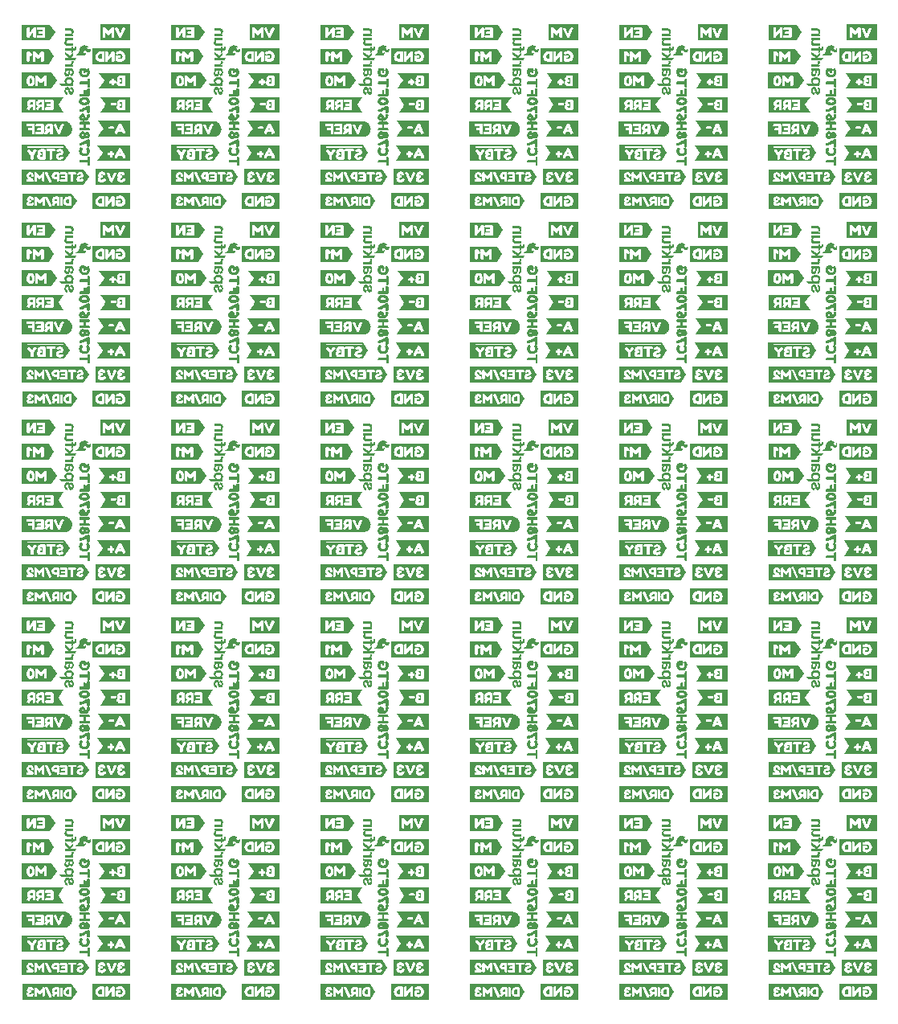
<source format=gbo>
%TF.GenerationSoftware,KiCad,Pcbnew,7.0.10*%
%TF.CreationDate,2024-02-23T15:38:17-07:00*%
%TF.ProjectId,SparkFun_Stepper_Motor_Breakout_TC78H670FTG_panelized,53706172-6b46-4756-9e5f-537465707065,rev?*%
%TF.SameCoordinates,Original*%
%TF.FileFunction,Legend,Bot*%
%TF.FilePolarity,Positive*%
%FSLAX46Y46*%
G04 Gerber Fmt 4.6, Leading zero omitted, Abs format (unit mm)*
G04 Created by KiCad (PCBNEW 7.0.10) date 2024-02-23 15:38:17*
%MOMM*%
%LPD*%
G01*
G04 APERTURE LIST*
G04 APERTURE END LIST*
%TO.C,kibuzzard-65CFAB5A*%
G36*
X146956574Y-105465087D02*
G01*
X146807349Y-105465087D01*
X146881961Y-105311100D01*
X146956574Y-105465087D01*
G37*
G36*
X147976278Y-106232908D02*
G01*
X147447111Y-106232908D01*
X146534299Y-106232908D01*
X145804049Y-106232908D01*
X145688161Y-106232908D01*
X145158994Y-106232908D01*
X144603722Y-106232908D01*
X144856311Y-105854025D01*
X146328717Y-105854025D01*
X146416824Y-105931812D01*
X146534299Y-105954831D01*
X146612086Y-105863550D01*
X146685111Y-105712737D01*
X147075636Y-105712737D01*
X147148661Y-105865137D01*
X147228036Y-105953244D01*
X147343924Y-105930225D01*
X147432824Y-105853231D01*
X147412186Y-105741312D01*
X147013724Y-104915812D01*
X146958161Y-104854694D01*
X146880374Y-104831675D01*
X146802983Y-104853106D01*
X146748611Y-104917400D01*
X146350149Y-105741312D01*
X146328717Y-105854025D01*
X144856311Y-105854025D01*
X145158994Y-105400000D01*
X145090202Y-105296812D01*
X145688161Y-105296812D01*
X145696892Y-105369044D01*
X145724674Y-105407937D01*
X145804049Y-105422225D01*
X146181874Y-105422225D01*
X146252914Y-105408731D01*
X146288236Y-105368250D01*
X146296174Y-105295225D01*
X146286649Y-105223787D01*
X146256486Y-105185687D01*
X146180286Y-105171400D01*
X145802461Y-105171400D01*
X145731817Y-105184497D01*
X145697686Y-105223787D01*
X145688161Y-105296812D01*
X145090202Y-105296812D01*
X144603722Y-104567092D01*
X145158994Y-104567092D01*
X145688161Y-104567092D01*
X147447111Y-104567092D01*
X147976278Y-104567092D01*
X147976278Y-106232908D01*
G37*
G36*
X162696574Y-105465087D02*
G01*
X162547349Y-105465087D01*
X162621961Y-105311100D01*
X162696574Y-105465087D01*
G37*
G36*
X163716278Y-106232908D02*
G01*
X163187111Y-106232908D01*
X162274299Y-106232908D01*
X161544049Y-106232908D01*
X161428161Y-106232908D01*
X160898994Y-106232908D01*
X160343722Y-106232908D01*
X160596311Y-105854025D01*
X162068717Y-105854025D01*
X162156824Y-105931812D01*
X162274299Y-105954831D01*
X162352086Y-105863550D01*
X162425111Y-105712737D01*
X162815636Y-105712737D01*
X162888661Y-105865137D01*
X162968036Y-105953244D01*
X163083924Y-105930225D01*
X163172824Y-105853231D01*
X163152186Y-105741312D01*
X162753724Y-104915812D01*
X162698161Y-104854694D01*
X162620374Y-104831675D01*
X162542983Y-104853106D01*
X162488611Y-104917400D01*
X162090149Y-105741312D01*
X162068717Y-105854025D01*
X160596311Y-105854025D01*
X160898994Y-105400000D01*
X160830202Y-105296812D01*
X161428161Y-105296812D01*
X161436892Y-105369044D01*
X161464674Y-105407937D01*
X161544049Y-105422225D01*
X161921874Y-105422225D01*
X161992914Y-105408731D01*
X162028236Y-105368250D01*
X162036174Y-105295225D01*
X162026649Y-105223787D01*
X161996486Y-105185687D01*
X161920286Y-105171400D01*
X161542461Y-105171400D01*
X161471817Y-105184497D01*
X161437686Y-105223787D01*
X161428161Y-105296812D01*
X160830202Y-105296812D01*
X160343722Y-104567092D01*
X160898994Y-104567092D01*
X161428161Y-104567092D01*
X163187111Y-104567092D01*
X163716278Y-104567092D01*
X163716278Y-106232908D01*
G37*
G36*
X146956574Y-43005087D02*
G01*
X146807349Y-43005087D01*
X146881961Y-42851100D01*
X146956574Y-43005087D01*
G37*
G36*
X147976278Y-43772908D02*
G01*
X147447111Y-43772908D01*
X146534299Y-43772908D01*
X145804049Y-43772908D01*
X145688161Y-43772908D01*
X145158994Y-43772908D01*
X144603722Y-43772908D01*
X144856311Y-43394025D01*
X146328717Y-43394025D01*
X146416824Y-43471812D01*
X146534299Y-43494831D01*
X146612086Y-43403550D01*
X146685111Y-43252737D01*
X147075636Y-43252737D01*
X147148661Y-43405137D01*
X147228036Y-43493244D01*
X147343924Y-43470225D01*
X147432824Y-43393231D01*
X147412186Y-43281312D01*
X147013724Y-42455812D01*
X146958161Y-42394694D01*
X146880374Y-42371675D01*
X146802983Y-42393106D01*
X146748611Y-42457400D01*
X146350149Y-43281312D01*
X146328717Y-43394025D01*
X144856311Y-43394025D01*
X145158994Y-42940000D01*
X145090202Y-42836812D01*
X145688161Y-42836812D01*
X145696892Y-42909044D01*
X145724674Y-42947937D01*
X145804049Y-42962225D01*
X146181874Y-42962225D01*
X146252914Y-42948731D01*
X146288236Y-42908250D01*
X146296174Y-42835225D01*
X146286649Y-42763787D01*
X146256486Y-42725687D01*
X146180286Y-42711400D01*
X145802461Y-42711400D01*
X145731817Y-42724497D01*
X145697686Y-42763787D01*
X145688161Y-42836812D01*
X145090202Y-42836812D01*
X144603722Y-42107092D01*
X145158994Y-42107092D01*
X145688161Y-42107092D01*
X147447111Y-42107092D01*
X147976278Y-42107092D01*
X147976278Y-43772908D01*
G37*
G36*
X194176574Y-63825087D02*
G01*
X194027349Y-63825087D01*
X194101961Y-63671100D01*
X194176574Y-63825087D01*
G37*
G36*
X195196278Y-64592908D02*
G01*
X194667111Y-64592908D01*
X193754299Y-64592908D01*
X193024049Y-64592908D01*
X192908161Y-64592908D01*
X192378994Y-64592908D01*
X191823722Y-64592908D01*
X192076311Y-64214025D01*
X193548717Y-64214025D01*
X193636824Y-64291812D01*
X193754299Y-64314831D01*
X193832086Y-64223550D01*
X193905111Y-64072737D01*
X194295636Y-64072737D01*
X194368661Y-64225137D01*
X194448036Y-64313244D01*
X194563924Y-64290225D01*
X194652824Y-64213231D01*
X194632186Y-64101312D01*
X194233724Y-63275812D01*
X194178161Y-63214694D01*
X194100374Y-63191675D01*
X194022983Y-63213106D01*
X193968611Y-63277400D01*
X193570149Y-64101312D01*
X193548717Y-64214025D01*
X192076311Y-64214025D01*
X192378994Y-63760000D01*
X192310202Y-63656812D01*
X192908161Y-63656812D01*
X192916892Y-63729044D01*
X192944674Y-63767937D01*
X193024049Y-63782225D01*
X193401874Y-63782225D01*
X193472914Y-63768731D01*
X193508236Y-63728250D01*
X193516174Y-63655225D01*
X193506649Y-63583787D01*
X193476486Y-63545687D01*
X193400286Y-63531400D01*
X193022461Y-63531400D01*
X192951817Y-63544497D01*
X192917686Y-63583787D01*
X192908161Y-63656812D01*
X192310202Y-63656812D01*
X191823722Y-62927092D01*
X192378994Y-62927092D01*
X192908161Y-62927092D01*
X194667111Y-62927092D01*
X195196278Y-62927092D01*
X195196278Y-64592908D01*
G37*
G36*
X146956574Y-22185087D02*
G01*
X146807349Y-22185087D01*
X146881961Y-22031100D01*
X146956574Y-22185087D01*
G37*
G36*
X147976278Y-22952908D02*
G01*
X147447111Y-22952908D01*
X146534299Y-22952908D01*
X145804049Y-22952908D01*
X145688161Y-22952908D01*
X145158994Y-22952908D01*
X144603722Y-22952908D01*
X144856311Y-22574025D01*
X146328717Y-22574025D01*
X146416824Y-22651812D01*
X146534299Y-22674831D01*
X146612086Y-22583550D01*
X146685111Y-22432737D01*
X147075636Y-22432737D01*
X147148661Y-22585137D01*
X147228036Y-22673244D01*
X147343924Y-22650225D01*
X147432824Y-22573231D01*
X147412186Y-22461312D01*
X147013724Y-21635812D01*
X146958161Y-21574694D01*
X146880374Y-21551675D01*
X146802983Y-21573106D01*
X146748611Y-21637400D01*
X146350149Y-22461312D01*
X146328717Y-22574025D01*
X144856311Y-22574025D01*
X145158994Y-22120000D01*
X145090202Y-22016812D01*
X145688161Y-22016812D01*
X145696892Y-22089044D01*
X145724674Y-22127937D01*
X145804049Y-22142225D01*
X146181874Y-22142225D01*
X146252914Y-22128731D01*
X146288236Y-22088250D01*
X146296174Y-22015225D01*
X146286649Y-21943787D01*
X146256486Y-21905687D01*
X146180286Y-21891400D01*
X145802461Y-21891400D01*
X145731817Y-21904497D01*
X145697686Y-21943787D01*
X145688161Y-22016812D01*
X145090202Y-22016812D01*
X144603722Y-21287092D01*
X145158994Y-21287092D01*
X145688161Y-21287092D01*
X147447111Y-21287092D01*
X147976278Y-21287092D01*
X147976278Y-22952908D01*
G37*
G36*
X209916574Y-43005087D02*
G01*
X209767349Y-43005087D01*
X209841961Y-42851100D01*
X209916574Y-43005087D01*
G37*
G36*
X210936278Y-43772908D02*
G01*
X210407111Y-43772908D01*
X209494299Y-43772908D01*
X208764049Y-43772908D01*
X208648161Y-43772908D01*
X208118994Y-43772908D01*
X207563722Y-43772908D01*
X207816311Y-43394025D01*
X209288717Y-43394025D01*
X209376824Y-43471812D01*
X209494299Y-43494831D01*
X209572086Y-43403550D01*
X209645111Y-43252737D01*
X210035636Y-43252737D01*
X210108661Y-43405137D01*
X210188036Y-43493244D01*
X210303924Y-43470225D01*
X210392824Y-43393231D01*
X210372186Y-43281312D01*
X209973724Y-42455812D01*
X209918161Y-42394694D01*
X209840374Y-42371675D01*
X209762983Y-42393106D01*
X209708611Y-42457400D01*
X209310149Y-43281312D01*
X209288717Y-43394025D01*
X207816311Y-43394025D01*
X208118994Y-42940000D01*
X208050202Y-42836812D01*
X208648161Y-42836812D01*
X208656892Y-42909044D01*
X208684674Y-42947937D01*
X208764049Y-42962225D01*
X209141874Y-42962225D01*
X209212914Y-42948731D01*
X209248236Y-42908250D01*
X209256174Y-42835225D01*
X209246649Y-42763787D01*
X209216486Y-42725687D01*
X209140286Y-42711400D01*
X208762461Y-42711400D01*
X208691817Y-42724497D01*
X208657686Y-42763787D01*
X208648161Y-42836812D01*
X208050202Y-42836812D01*
X207563722Y-42107092D01*
X208118994Y-42107092D01*
X208648161Y-42107092D01*
X210407111Y-42107092D01*
X210936278Y-42107092D01*
X210936278Y-43772908D01*
G37*
G36*
X162696574Y-43005087D02*
G01*
X162547349Y-43005087D01*
X162621961Y-42851100D01*
X162696574Y-43005087D01*
G37*
G36*
X163716278Y-43772908D02*
G01*
X163187111Y-43772908D01*
X162274299Y-43772908D01*
X161544049Y-43772908D01*
X161428161Y-43772908D01*
X160898994Y-43772908D01*
X160343722Y-43772908D01*
X160596311Y-43394025D01*
X162068717Y-43394025D01*
X162156824Y-43471812D01*
X162274299Y-43494831D01*
X162352086Y-43403550D01*
X162425111Y-43252737D01*
X162815636Y-43252737D01*
X162888661Y-43405137D01*
X162968036Y-43493244D01*
X163083924Y-43470225D01*
X163172824Y-43393231D01*
X163152186Y-43281312D01*
X162753724Y-42455812D01*
X162698161Y-42394694D01*
X162620374Y-42371675D01*
X162542983Y-42393106D01*
X162488611Y-42457400D01*
X162090149Y-43281312D01*
X162068717Y-43394025D01*
X160596311Y-43394025D01*
X160898994Y-42940000D01*
X160830202Y-42836812D01*
X161428161Y-42836812D01*
X161436892Y-42909044D01*
X161464674Y-42947937D01*
X161544049Y-42962225D01*
X161921874Y-42962225D01*
X161992914Y-42948731D01*
X162028236Y-42908250D01*
X162036174Y-42835225D01*
X162026649Y-42763787D01*
X161996486Y-42725687D01*
X161920286Y-42711400D01*
X161542461Y-42711400D01*
X161471817Y-42724497D01*
X161437686Y-42763787D01*
X161428161Y-42836812D01*
X160830202Y-42836812D01*
X160343722Y-42107092D01*
X160898994Y-42107092D01*
X161428161Y-42107092D01*
X163187111Y-42107092D01*
X163716278Y-42107092D01*
X163716278Y-43772908D01*
G37*
G36*
X162696574Y-22185087D02*
G01*
X162547349Y-22185087D01*
X162621961Y-22031100D01*
X162696574Y-22185087D01*
G37*
G36*
X163716278Y-22952908D02*
G01*
X163187111Y-22952908D01*
X162274299Y-22952908D01*
X161544049Y-22952908D01*
X161428161Y-22952908D01*
X160898994Y-22952908D01*
X160343722Y-22952908D01*
X160596311Y-22574025D01*
X162068717Y-22574025D01*
X162156824Y-22651812D01*
X162274299Y-22674831D01*
X162352086Y-22583550D01*
X162425111Y-22432737D01*
X162815636Y-22432737D01*
X162888661Y-22585137D01*
X162968036Y-22673244D01*
X163083924Y-22650225D01*
X163172824Y-22573231D01*
X163152186Y-22461312D01*
X162753724Y-21635812D01*
X162698161Y-21574694D01*
X162620374Y-21551675D01*
X162542983Y-21573106D01*
X162488611Y-21637400D01*
X162090149Y-22461312D01*
X162068717Y-22574025D01*
X160596311Y-22574025D01*
X160898994Y-22120000D01*
X160830202Y-22016812D01*
X161428161Y-22016812D01*
X161436892Y-22089044D01*
X161464674Y-22127937D01*
X161544049Y-22142225D01*
X161921874Y-22142225D01*
X161992914Y-22128731D01*
X162028236Y-22088250D01*
X162036174Y-22015225D01*
X162026649Y-21943787D01*
X161996486Y-21905687D01*
X161920286Y-21891400D01*
X161542461Y-21891400D01*
X161471817Y-21904497D01*
X161437686Y-21943787D01*
X161428161Y-22016812D01*
X160830202Y-22016812D01*
X160343722Y-21287092D01*
X160898994Y-21287092D01*
X161428161Y-21287092D01*
X163187111Y-21287092D01*
X163716278Y-21287092D01*
X163716278Y-22952908D01*
G37*
G36*
X146956574Y-84645087D02*
G01*
X146807349Y-84645087D01*
X146881961Y-84491100D01*
X146956574Y-84645087D01*
G37*
G36*
X147976278Y-85412908D02*
G01*
X147447111Y-85412908D01*
X146534299Y-85412908D01*
X145804049Y-85412908D01*
X145688161Y-85412908D01*
X145158994Y-85412908D01*
X144603722Y-85412908D01*
X144856311Y-85034025D01*
X146328717Y-85034025D01*
X146416824Y-85111812D01*
X146534299Y-85134831D01*
X146612086Y-85043550D01*
X146685111Y-84892737D01*
X147075636Y-84892737D01*
X147148661Y-85045137D01*
X147228036Y-85133244D01*
X147343924Y-85110225D01*
X147432824Y-85033231D01*
X147412186Y-84921312D01*
X147013724Y-84095812D01*
X146958161Y-84034694D01*
X146880374Y-84011675D01*
X146802983Y-84033106D01*
X146748611Y-84097400D01*
X146350149Y-84921312D01*
X146328717Y-85034025D01*
X144856311Y-85034025D01*
X145158994Y-84580000D01*
X145090202Y-84476812D01*
X145688161Y-84476812D01*
X145696892Y-84549044D01*
X145724674Y-84587937D01*
X145804049Y-84602225D01*
X146181874Y-84602225D01*
X146252914Y-84588731D01*
X146288236Y-84548250D01*
X146296174Y-84475225D01*
X146286649Y-84403787D01*
X146256486Y-84365687D01*
X146180286Y-84351400D01*
X145802461Y-84351400D01*
X145731817Y-84364497D01*
X145697686Y-84403787D01*
X145688161Y-84476812D01*
X145090202Y-84476812D01*
X144603722Y-83747092D01*
X145158994Y-83747092D01*
X145688161Y-83747092D01*
X147447111Y-83747092D01*
X147976278Y-83747092D01*
X147976278Y-85412908D01*
G37*
G36*
X178436574Y-22185087D02*
G01*
X178287349Y-22185087D01*
X178361961Y-22031100D01*
X178436574Y-22185087D01*
G37*
G36*
X179456278Y-22952908D02*
G01*
X178927111Y-22952908D01*
X178014299Y-22952908D01*
X177284049Y-22952908D01*
X177168161Y-22952908D01*
X176638994Y-22952908D01*
X176083722Y-22952908D01*
X176336311Y-22574025D01*
X177808717Y-22574025D01*
X177896824Y-22651812D01*
X178014299Y-22674831D01*
X178092086Y-22583550D01*
X178165111Y-22432737D01*
X178555636Y-22432737D01*
X178628661Y-22585137D01*
X178708036Y-22673244D01*
X178823924Y-22650225D01*
X178912824Y-22573231D01*
X178892186Y-22461312D01*
X178493724Y-21635812D01*
X178438161Y-21574694D01*
X178360374Y-21551675D01*
X178282983Y-21573106D01*
X178228611Y-21637400D01*
X177830149Y-22461312D01*
X177808717Y-22574025D01*
X176336311Y-22574025D01*
X176638994Y-22120000D01*
X176570202Y-22016812D01*
X177168161Y-22016812D01*
X177176892Y-22089044D01*
X177204674Y-22127937D01*
X177284049Y-22142225D01*
X177661874Y-22142225D01*
X177732914Y-22128731D01*
X177768236Y-22088250D01*
X177776174Y-22015225D01*
X177766649Y-21943787D01*
X177736486Y-21905687D01*
X177660286Y-21891400D01*
X177282461Y-21891400D01*
X177211817Y-21904497D01*
X177177686Y-21943787D01*
X177168161Y-22016812D01*
X176570202Y-22016812D01*
X176083722Y-21287092D01*
X176638994Y-21287092D01*
X177168161Y-21287092D01*
X178927111Y-21287092D01*
X179456278Y-21287092D01*
X179456278Y-22952908D01*
G37*
G36*
X194176574Y-105465087D02*
G01*
X194027349Y-105465087D01*
X194101961Y-105311100D01*
X194176574Y-105465087D01*
G37*
G36*
X195196278Y-106232908D02*
G01*
X194667111Y-106232908D01*
X193754299Y-106232908D01*
X193024049Y-106232908D01*
X192908161Y-106232908D01*
X192378994Y-106232908D01*
X191823722Y-106232908D01*
X192076311Y-105854025D01*
X193548717Y-105854025D01*
X193636824Y-105931812D01*
X193754299Y-105954831D01*
X193832086Y-105863550D01*
X193905111Y-105712737D01*
X194295636Y-105712737D01*
X194368661Y-105865137D01*
X194448036Y-105953244D01*
X194563924Y-105930225D01*
X194652824Y-105853231D01*
X194632186Y-105741312D01*
X194233724Y-104915812D01*
X194178161Y-104854694D01*
X194100374Y-104831675D01*
X194022983Y-104853106D01*
X193968611Y-104917400D01*
X193570149Y-105741312D01*
X193548717Y-105854025D01*
X192076311Y-105854025D01*
X192378994Y-105400000D01*
X192310202Y-105296812D01*
X192908161Y-105296812D01*
X192916892Y-105369044D01*
X192944674Y-105407937D01*
X193024049Y-105422225D01*
X193401874Y-105422225D01*
X193472914Y-105408731D01*
X193508236Y-105368250D01*
X193516174Y-105295225D01*
X193506649Y-105223787D01*
X193476486Y-105185687D01*
X193400286Y-105171400D01*
X193022461Y-105171400D01*
X192951817Y-105184497D01*
X192917686Y-105223787D01*
X192908161Y-105296812D01*
X192310202Y-105296812D01*
X191823722Y-104567092D01*
X192378994Y-104567092D01*
X192908161Y-104567092D01*
X194667111Y-104567092D01*
X195196278Y-104567092D01*
X195196278Y-106232908D01*
G37*
G36*
X194176574Y-84645087D02*
G01*
X194027349Y-84645087D01*
X194101961Y-84491100D01*
X194176574Y-84645087D01*
G37*
G36*
X195196278Y-85412908D02*
G01*
X194667111Y-85412908D01*
X193754299Y-85412908D01*
X193024049Y-85412908D01*
X192908161Y-85412908D01*
X192378994Y-85412908D01*
X191823722Y-85412908D01*
X192076311Y-85034025D01*
X193548717Y-85034025D01*
X193636824Y-85111812D01*
X193754299Y-85134831D01*
X193832086Y-85043550D01*
X193905111Y-84892737D01*
X194295636Y-84892737D01*
X194368661Y-85045137D01*
X194448036Y-85133244D01*
X194563924Y-85110225D01*
X194652824Y-85033231D01*
X194632186Y-84921312D01*
X194233724Y-84095812D01*
X194178161Y-84034694D01*
X194100374Y-84011675D01*
X194022983Y-84033106D01*
X193968611Y-84097400D01*
X193570149Y-84921312D01*
X193548717Y-85034025D01*
X192076311Y-85034025D01*
X192378994Y-84580000D01*
X192310202Y-84476812D01*
X192908161Y-84476812D01*
X192916892Y-84549044D01*
X192944674Y-84587937D01*
X193024049Y-84602225D01*
X193401874Y-84602225D01*
X193472914Y-84588731D01*
X193508236Y-84548250D01*
X193516174Y-84475225D01*
X193506649Y-84403787D01*
X193476486Y-84365687D01*
X193400286Y-84351400D01*
X193022461Y-84351400D01*
X192951817Y-84364497D01*
X192917686Y-84403787D01*
X192908161Y-84476812D01*
X192310202Y-84476812D01*
X191823722Y-83747092D01*
X192378994Y-83747092D01*
X192908161Y-83747092D01*
X194667111Y-83747092D01*
X195196278Y-83747092D01*
X195196278Y-85412908D01*
G37*
G36*
X209916574Y-84645087D02*
G01*
X209767349Y-84645087D01*
X209841961Y-84491100D01*
X209916574Y-84645087D01*
G37*
G36*
X210936278Y-85412908D02*
G01*
X210407111Y-85412908D01*
X209494299Y-85412908D01*
X208764049Y-85412908D01*
X208648161Y-85412908D01*
X208118994Y-85412908D01*
X207563722Y-85412908D01*
X207816311Y-85034025D01*
X209288717Y-85034025D01*
X209376824Y-85111812D01*
X209494299Y-85134831D01*
X209572086Y-85043550D01*
X209645111Y-84892737D01*
X210035636Y-84892737D01*
X210108661Y-85045137D01*
X210188036Y-85133244D01*
X210303924Y-85110225D01*
X210392824Y-85033231D01*
X210372186Y-84921312D01*
X209973724Y-84095812D01*
X209918161Y-84034694D01*
X209840374Y-84011675D01*
X209762983Y-84033106D01*
X209708611Y-84097400D01*
X209310149Y-84921312D01*
X209288717Y-85034025D01*
X207816311Y-85034025D01*
X208118994Y-84580000D01*
X208050202Y-84476812D01*
X208648161Y-84476812D01*
X208656892Y-84549044D01*
X208684674Y-84587937D01*
X208764049Y-84602225D01*
X209141874Y-84602225D01*
X209212914Y-84588731D01*
X209248236Y-84548250D01*
X209256174Y-84475225D01*
X209246649Y-84403787D01*
X209216486Y-84365687D01*
X209140286Y-84351400D01*
X208762461Y-84351400D01*
X208691817Y-84364497D01*
X208657686Y-84403787D01*
X208648161Y-84476812D01*
X208050202Y-84476812D01*
X207563722Y-83747092D01*
X208118994Y-83747092D01*
X208648161Y-83747092D01*
X210407111Y-83747092D01*
X210936278Y-83747092D01*
X210936278Y-85412908D01*
G37*
G36*
X209916574Y-63825087D02*
G01*
X209767349Y-63825087D01*
X209841961Y-63671100D01*
X209916574Y-63825087D01*
G37*
G36*
X210936278Y-64592908D02*
G01*
X210407111Y-64592908D01*
X209494299Y-64592908D01*
X208764049Y-64592908D01*
X208648161Y-64592908D01*
X208118994Y-64592908D01*
X207563722Y-64592908D01*
X207816311Y-64214025D01*
X209288717Y-64214025D01*
X209376824Y-64291812D01*
X209494299Y-64314831D01*
X209572086Y-64223550D01*
X209645111Y-64072737D01*
X210035636Y-64072737D01*
X210108661Y-64225137D01*
X210188036Y-64313244D01*
X210303924Y-64290225D01*
X210392824Y-64213231D01*
X210372186Y-64101312D01*
X209973724Y-63275812D01*
X209918161Y-63214694D01*
X209840374Y-63191675D01*
X209762983Y-63213106D01*
X209708611Y-63277400D01*
X209310149Y-64101312D01*
X209288717Y-64214025D01*
X207816311Y-64214025D01*
X208118994Y-63760000D01*
X208050202Y-63656812D01*
X208648161Y-63656812D01*
X208656892Y-63729044D01*
X208684674Y-63767937D01*
X208764049Y-63782225D01*
X209141874Y-63782225D01*
X209212914Y-63768731D01*
X209248236Y-63728250D01*
X209256174Y-63655225D01*
X209246649Y-63583787D01*
X209216486Y-63545687D01*
X209140286Y-63531400D01*
X208762461Y-63531400D01*
X208691817Y-63544497D01*
X208657686Y-63583787D01*
X208648161Y-63656812D01*
X208050202Y-63656812D01*
X207563722Y-62927092D01*
X208118994Y-62927092D01*
X208648161Y-62927092D01*
X210407111Y-62927092D01*
X210936278Y-62927092D01*
X210936278Y-64592908D01*
G37*
G36*
X162696574Y-84645087D02*
G01*
X162547349Y-84645087D01*
X162621961Y-84491100D01*
X162696574Y-84645087D01*
G37*
G36*
X163716278Y-85412908D02*
G01*
X163187111Y-85412908D01*
X162274299Y-85412908D01*
X161544049Y-85412908D01*
X161428161Y-85412908D01*
X160898994Y-85412908D01*
X160343722Y-85412908D01*
X160596311Y-85034025D01*
X162068717Y-85034025D01*
X162156824Y-85111812D01*
X162274299Y-85134831D01*
X162352086Y-85043550D01*
X162425111Y-84892737D01*
X162815636Y-84892737D01*
X162888661Y-85045137D01*
X162968036Y-85133244D01*
X163083924Y-85110225D01*
X163172824Y-85033231D01*
X163152186Y-84921312D01*
X162753724Y-84095812D01*
X162698161Y-84034694D01*
X162620374Y-84011675D01*
X162542983Y-84033106D01*
X162488611Y-84097400D01*
X162090149Y-84921312D01*
X162068717Y-85034025D01*
X160596311Y-85034025D01*
X160898994Y-84580000D01*
X160830202Y-84476812D01*
X161428161Y-84476812D01*
X161436892Y-84549044D01*
X161464674Y-84587937D01*
X161544049Y-84602225D01*
X161921874Y-84602225D01*
X161992914Y-84588731D01*
X162028236Y-84548250D01*
X162036174Y-84475225D01*
X162026649Y-84403787D01*
X161996486Y-84365687D01*
X161920286Y-84351400D01*
X161542461Y-84351400D01*
X161471817Y-84364497D01*
X161437686Y-84403787D01*
X161428161Y-84476812D01*
X160830202Y-84476812D01*
X160343722Y-83747092D01*
X160898994Y-83747092D01*
X161428161Y-83747092D01*
X163187111Y-83747092D01*
X163716278Y-83747092D01*
X163716278Y-85412908D01*
G37*
G36*
X225656574Y-43005087D02*
G01*
X225507349Y-43005087D01*
X225581961Y-42851100D01*
X225656574Y-43005087D01*
G37*
G36*
X226676278Y-43772908D02*
G01*
X226147111Y-43772908D01*
X225234299Y-43772908D01*
X224504049Y-43772908D01*
X224388161Y-43772908D01*
X223858994Y-43772908D01*
X223303722Y-43772908D01*
X223556311Y-43394025D01*
X225028717Y-43394025D01*
X225116824Y-43471812D01*
X225234299Y-43494831D01*
X225312086Y-43403550D01*
X225385111Y-43252737D01*
X225775636Y-43252737D01*
X225848661Y-43405137D01*
X225928036Y-43493244D01*
X226043924Y-43470225D01*
X226132824Y-43393231D01*
X226112186Y-43281312D01*
X225713724Y-42455812D01*
X225658161Y-42394694D01*
X225580374Y-42371675D01*
X225502983Y-42393106D01*
X225448611Y-42457400D01*
X225050149Y-43281312D01*
X225028717Y-43394025D01*
X223556311Y-43394025D01*
X223858994Y-42940000D01*
X223790202Y-42836812D01*
X224388161Y-42836812D01*
X224396892Y-42909044D01*
X224424674Y-42947937D01*
X224504049Y-42962225D01*
X224881874Y-42962225D01*
X224952914Y-42948731D01*
X224988236Y-42908250D01*
X224996174Y-42835225D01*
X224986649Y-42763787D01*
X224956486Y-42725687D01*
X224880286Y-42711400D01*
X224502461Y-42711400D01*
X224431817Y-42724497D01*
X224397686Y-42763787D01*
X224388161Y-42836812D01*
X223790202Y-42836812D01*
X223303722Y-42107092D01*
X223858994Y-42107092D01*
X224388161Y-42107092D01*
X226147111Y-42107092D01*
X226676278Y-42107092D01*
X226676278Y-43772908D01*
G37*
G36*
X146956574Y-63825087D02*
G01*
X146807349Y-63825087D01*
X146881961Y-63671100D01*
X146956574Y-63825087D01*
G37*
G36*
X147976278Y-64592908D02*
G01*
X147447111Y-64592908D01*
X146534299Y-64592908D01*
X145804049Y-64592908D01*
X145688161Y-64592908D01*
X145158994Y-64592908D01*
X144603722Y-64592908D01*
X144856311Y-64214025D01*
X146328717Y-64214025D01*
X146416824Y-64291812D01*
X146534299Y-64314831D01*
X146612086Y-64223550D01*
X146685111Y-64072737D01*
X147075636Y-64072737D01*
X147148661Y-64225137D01*
X147228036Y-64313244D01*
X147343924Y-64290225D01*
X147432824Y-64213231D01*
X147412186Y-64101312D01*
X147013724Y-63275812D01*
X146958161Y-63214694D01*
X146880374Y-63191675D01*
X146802983Y-63213106D01*
X146748611Y-63277400D01*
X146350149Y-64101312D01*
X146328717Y-64214025D01*
X144856311Y-64214025D01*
X145158994Y-63760000D01*
X145090202Y-63656812D01*
X145688161Y-63656812D01*
X145696892Y-63729044D01*
X145724674Y-63767937D01*
X145804049Y-63782225D01*
X146181874Y-63782225D01*
X146252914Y-63768731D01*
X146288236Y-63728250D01*
X146296174Y-63655225D01*
X146286649Y-63583787D01*
X146256486Y-63545687D01*
X146180286Y-63531400D01*
X145802461Y-63531400D01*
X145731817Y-63544497D01*
X145697686Y-63583787D01*
X145688161Y-63656812D01*
X145090202Y-63656812D01*
X144603722Y-62927092D01*
X145158994Y-62927092D01*
X145688161Y-62927092D01*
X147447111Y-62927092D01*
X147976278Y-62927092D01*
X147976278Y-64592908D01*
G37*
G36*
X178436574Y-84645087D02*
G01*
X178287349Y-84645087D01*
X178361961Y-84491100D01*
X178436574Y-84645087D01*
G37*
G36*
X179456278Y-85412908D02*
G01*
X178927111Y-85412908D01*
X178014299Y-85412908D01*
X177284049Y-85412908D01*
X177168161Y-85412908D01*
X176638994Y-85412908D01*
X176083722Y-85412908D01*
X176336311Y-85034025D01*
X177808717Y-85034025D01*
X177896824Y-85111812D01*
X178014299Y-85134831D01*
X178092086Y-85043550D01*
X178165111Y-84892737D01*
X178555636Y-84892737D01*
X178628661Y-85045137D01*
X178708036Y-85133244D01*
X178823924Y-85110225D01*
X178912824Y-85033231D01*
X178892186Y-84921312D01*
X178493724Y-84095812D01*
X178438161Y-84034694D01*
X178360374Y-84011675D01*
X178282983Y-84033106D01*
X178228611Y-84097400D01*
X177830149Y-84921312D01*
X177808717Y-85034025D01*
X176336311Y-85034025D01*
X176638994Y-84580000D01*
X176570202Y-84476812D01*
X177168161Y-84476812D01*
X177176892Y-84549044D01*
X177204674Y-84587937D01*
X177284049Y-84602225D01*
X177661874Y-84602225D01*
X177732914Y-84588731D01*
X177768236Y-84548250D01*
X177776174Y-84475225D01*
X177766649Y-84403787D01*
X177736486Y-84365687D01*
X177660286Y-84351400D01*
X177282461Y-84351400D01*
X177211817Y-84364497D01*
X177177686Y-84403787D01*
X177168161Y-84476812D01*
X176570202Y-84476812D01*
X176083722Y-83747092D01*
X176638994Y-83747092D01*
X177168161Y-83747092D01*
X178927111Y-83747092D01*
X179456278Y-83747092D01*
X179456278Y-85412908D01*
G37*
G36*
X162696574Y-63825087D02*
G01*
X162547349Y-63825087D01*
X162621961Y-63671100D01*
X162696574Y-63825087D01*
G37*
G36*
X163716278Y-64592908D02*
G01*
X163187111Y-64592908D01*
X162274299Y-64592908D01*
X161544049Y-64592908D01*
X161428161Y-64592908D01*
X160898994Y-64592908D01*
X160343722Y-64592908D01*
X160596311Y-64214025D01*
X162068717Y-64214025D01*
X162156824Y-64291812D01*
X162274299Y-64314831D01*
X162352086Y-64223550D01*
X162425111Y-64072737D01*
X162815636Y-64072737D01*
X162888661Y-64225137D01*
X162968036Y-64313244D01*
X163083924Y-64290225D01*
X163172824Y-64213231D01*
X163152186Y-64101312D01*
X162753724Y-63275812D01*
X162698161Y-63214694D01*
X162620374Y-63191675D01*
X162542983Y-63213106D01*
X162488611Y-63277400D01*
X162090149Y-64101312D01*
X162068717Y-64214025D01*
X160596311Y-64214025D01*
X160898994Y-63760000D01*
X160830202Y-63656812D01*
X161428161Y-63656812D01*
X161436892Y-63729044D01*
X161464674Y-63767937D01*
X161544049Y-63782225D01*
X161921874Y-63782225D01*
X161992914Y-63768731D01*
X162028236Y-63728250D01*
X162036174Y-63655225D01*
X162026649Y-63583787D01*
X161996486Y-63545687D01*
X161920286Y-63531400D01*
X161542461Y-63531400D01*
X161471817Y-63544497D01*
X161437686Y-63583787D01*
X161428161Y-63656812D01*
X160830202Y-63656812D01*
X160343722Y-62927092D01*
X160898994Y-62927092D01*
X161428161Y-62927092D01*
X163187111Y-62927092D01*
X163716278Y-62927092D01*
X163716278Y-64592908D01*
G37*
G36*
X178436574Y-105465087D02*
G01*
X178287349Y-105465087D01*
X178361961Y-105311100D01*
X178436574Y-105465087D01*
G37*
G36*
X179456278Y-106232908D02*
G01*
X178927111Y-106232908D01*
X178014299Y-106232908D01*
X177284049Y-106232908D01*
X177168161Y-106232908D01*
X176638994Y-106232908D01*
X176083722Y-106232908D01*
X176336311Y-105854025D01*
X177808717Y-105854025D01*
X177896824Y-105931812D01*
X178014299Y-105954831D01*
X178092086Y-105863550D01*
X178165111Y-105712737D01*
X178555636Y-105712737D01*
X178628661Y-105865137D01*
X178708036Y-105953244D01*
X178823924Y-105930225D01*
X178912824Y-105853231D01*
X178892186Y-105741312D01*
X178493724Y-104915812D01*
X178438161Y-104854694D01*
X178360374Y-104831675D01*
X178282983Y-104853106D01*
X178228611Y-104917400D01*
X177830149Y-105741312D01*
X177808717Y-105854025D01*
X176336311Y-105854025D01*
X176638994Y-105400000D01*
X176570202Y-105296812D01*
X177168161Y-105296812D01*
X177176892Y-105369044D01*
X177204674Y-105407937D01*
X177284049Y-105422225D01*
X177661874Y-105422225D01*
X177732914Y-105408731D01*
X177768236Y-105368250D01*
X177776174Y-105295225D01*
X177766649Y-105223787D01*
X177736486Y-105185687D01*
X177660286Y-105171400D01*
X177282461Y-105171400D01*
X177211817Y-105184497D01*
X177177686Y-105223787D01*
X177168161Y-105296812D01*
X176570202Y-105296812D01*
X176083722Y-104567092D01*
X176638994Y-104567092D01*
X177168161Y-104567092D01*
X178927111Y-104567092D01*
X179456278Y-104567092D01*
X179456278Y-106232908D01*
G37*
G36*
X178436574Y-63825087D02*
G01*
X178287349Y-63825087D01*
X178361961Y-63671100D01*
X178436574Y-63825087D01*
G37*
G36*
X179456278Y-64592908D02*
G01*
X178927111Y-64592908D01*
X178014299Y-64592908D01*
X177284049Y-64592908D01*
X177168161Y-64592908D01*
X176638994Y-64592908D01*
X176083722Y-64592908D01*
X176336311Y-64214025D01*
X177808717Y-64214025D01*
X177896824Y-64291812D01*
X178014299Y-64314831D01*
X178092086Y-64223550D01*
X178165111Y-64072737D01*
X178555636Y-64072737D01*
X178628661Y-64225137D01*
X178708036Y-64313244D01*
X178823924Y-64290225D01*
X178912824Y-64213231D01*
X178892186Y-64101312D01*
X178493724Y-63275812D01*
X178438161Y-63214694D01*
X178360374Y-63191675D01*
X178282983Y-63213106D01*
X178228611Y-63277400D01*
X177830149Y-64101312D01*
X177808717Y-64214025D01*
X176336311Y-64214025D01*
X176638994Y-63760000D01*
X176570202Y-63656812D01*
X177168161Y-63656812D01*
X177176892Y-63729044D01*
X177204674Y-63767937D01*
X177284049Y-63782225D01*
X177661874Y-63782225D01*
X177732914Y-63768731D01*
X177768236Y-63728250D01*
X177776174Y-63655225D01*
X177766649Y-63583787D01*
X177736486Y-63545687D01*
X177660286Y-63531400D01*
X177282461Y-63531400D01*
X177211817Y-63544497D01*
X177177686Y-63583787D01*
X177168161Y-63656812D01*
X176570202Y-63656812D01*
X176083722Y-62927092D01*
X176638994Y-62927092D01*
X177168161Y-62927092D01*
X178927111Y-62927092D01*
X179456278Y-62927092D01*
X179456278Y-64592908D01*
G37*
G36*
X178436574Y-43005087D02*
G01*
X178287349Y-43005087D01*
X178361961Y-42851100D01*
X178436574Y-43005087D01*
G37*
G36*
X179456278Y-43772908D02*
G01*
X178927111Y-43772908D01*
X178014299Y-43772908D01*
X177284049Y-43772908D01*
X177168161Y-43772908D01*
X176638994Y-43772908D01*
X176083722Y-43772908D01*
X176336311Y-43394025D01*
X177808717Y-43394025D01*
X177896824Y-43471812D01*
X178014299Y-43494831D01*
X178092086Y-43403550D01*
X178165111Y-43252737D01*
X178555636Y-43252737D01*
X178628661Y-43405137D01*
X178708036Y-43493244D01*
X178823924Y-43470225D01*
X178912824Y-43393231D01*
X178892186Y-43281312D01*
X178493724Y-42455812D01*
X178438161Y-42394694D01*
X178360374Y-42371675D01*
X178282983Y-42393106D01*
X178228611Y-42457400D01*
X177830149Y-43281312D01*
X177808717Y-43394025D01*
X176336311Y-43394025D01*
X176638994Y-42940000D01*
X176570202Y-42836812D01*
X177168161Y-42836812D01*
X177176892Y-42909044D01*
X177204674Y-42947937D01*
X177284049Y-42962225D01*
X177661874Y-42962225D01*
X177732914Y-42948731D01*
X177768236Y-42908250D01*
X177776174Y-42835225D01*
X177766649Y-42763787D01*
X177736486Y-42725687D01*
X177660286Y-42711400D01*
X177282461Y-42711400D01*
X177211817Y-42724497D01*
X177177686Y-42763787D01*
X177168161Y-42836812D01*
X176570202Y-42836812D01*
X176083722Y-42107092D01*
X176638994Y-42107092D01*
X177168161Y-42107092D01*
X178927111Y-42107092D01*
X179456278Y-42107092D01*
X179456278Y-43772908D01*
G37*
G36*
X194176574Y-43005087D02*
G01*
X194027349Y-43005087D01*
X194101961Y-42851100D01*
X194176574Y-43005087D01*
G37*
G36*
X195196278Y-43772908D02*
G01*
X194667111Y-43772908D01*
X193754299Y-43772908D01*
X193024049Y-43772908D01*
X192908161Y-43772908D01*
X192378994Y-43772908D01*
X191823722Y-43772908D01*
X192076311Y-43394025D01*
X193548717Y-43394025D01*
X193636824Y-43471812D01*
X193754299Y-43494831D01*
X193832086Y-43403550D01*
X193905111Y-43252737D01*
X194295636Y-43252737D01*
X194368661Y-43405137D01*
X194448036Y-43493244D01*
X194563924Y-43470225D01*
X194652824Y-43393231D01*
X194632186Y-43281312D01*
X194233724Y-42455812D01*
X194178161Y-42394694D01*
X194100374Y-42371675D01*
X194022983Y-42393106D01*
X193968611Y-42457400D01*
X193570149Y-43281312D01*
X193548717Y-43394025D01*
X192076311Y-43394025D01*
X192378994Y-42940000D01*
X192310202Y-42836812D01*
X192908161Y-42836812D01*
X192916892Y-42909044D01*
X192944674Y-42947937D01*
X193024049Y-42962225D01*
X193401874Y-42962225D01*
X193472914Y-42948731D01*
X193508236Y-42908250D01*
X193516174Y-42835225D01*
X193506649Y-42763787D01*
X193476486Y-42725687D01*
X193400286Y-42711400D01*
X193022461Y-42711400D01*
X192951817Y-42724497D01*
X192917686Y-42763787D01*
X192908161Y-42836812D01*
X192310202Y-42836812D01*
X191823722Y-42107092D01*
X192378994Y-42107092D01*
X192908161Y-42107092D01*
X194667111Y-42107092D01*
X195196278Y-42107092D01*
X195196278Y-43772908D01*
G37*
G36*
X209916574Y-105465087D02*
G01*
X209767349Y-105465087D01*
X209841961Y-105311100D01*
X209916574Y-105465087D01*
G37*
G36*
X210936278Y-106232908D02*
G01*
X210407111Y-106232908D01*
X209494299Y-106232908D01*
X208764049Y-106232908D01*
X208648161Y-106232908D01*
X208118994Y-106232908D01*
X207563722Y-106232908D01*
X207816311Y-105854025D01*
X209288717Y-105854025D01*
X209376824Y-105931812D01*
X209494299Y-105954831D01*
X209572086Y-105863550D01*
X209645111Y-105712737D01*
X210035636Y-105712737D01*
X210108661Y-105865137D01*
X210188036Y-105953244D01*
X210303924Y-105930225D01*
X210392824Y-105853231D01*
X210372186Y-105741312D01*
X209973724Y-104915812D01*
X209918161Y-104854694D01*
X209840374Y-104831675D01*
X209762983Y-104853106D01*
X209708611Y-104917400D01*
X209310149Y-105741312D01*
X209288717Y-105854025D01*
X207816311Y-105854025D01*
X208118994Y-105400000D01*
X208050202Y-105296812D01*
X208648161Y-105296812D01*
X208656892Y-105369044D01*
X208684674Y-105407937D01*
X208764049Y-105422225D01*
X209141874Y-105422225D01*
X209212914Y-105408731D01*
X209248236Y-105368250D01*
X209256174Y-105295225D01*
X209246649Y-105223787D01*
X209216486Y-105185687D01*
X209140286Y-105171400D01*
X208762461Y-105171400D01*
X208691817Y-105184497D01*
X208657686Y-105223787D01*
X208648161Y-105296812D01*
X208050202Y-105296812D01*
X207563722Y-104567092D01*
X208118994Y-104567092D01*
X208648161Y-104567092D01*
X210407111Y-104567092D01*
X210936278Y-104567092D01*
X210936278Y-106232908D01*
G37*
G36*
X194176574Y-22185087D02*
G01*
X194027349Y-22185087D01*
X194101961Y-22031100D01*
X194176574Y-22185087D01*
G37*
G36*
X195196278Y-22952908D02*
G01*
X194667111Y-22952908D01*
X193754299Y-22952908D01*
X193024049Y-22952908D01*
X192908161Y-22952908D01*
X192378994Y-22952908D01*
X191823722Y-22952908D01*
X192076311Y-22574025D01*
X193548717Y-22574025D01*
X193636824Y-22651812D01*
X193754299Y-22674831D01*
X193832086Y-22583550D01*
X193905111Y-22432737D01*
X194295636Y-22432737D01*
X194368661Y-22585137D01*
X194448036Y-22673244D01*
X194563924Y-22650225D01*
X194652824Y-22573231D01*
X194632186Y-22461312D01*
X194233724Y-21635812D01*
X194178161Y-21574694D01*
X194100374Y-21551675D01*
X194022983Y-21573106D01*
X193968611Y-21637400D01*
X193570149Y-22461312D01*
X193548717Y-22574025D01*
X192076311Y-22574025D01*
X192378994Y-22120000D01*
X192310202Y-22016812D01*
X192908161Y-22016812D01*
X192916892Y-22089044D01*
X192944674Y-22127937D01*
X193024049Y-22142225D01*
X193401874Y-22142225D01*
X193472914Y-22128731D01*
X193508236Y-22088250D01*
X193516174Y-22015225D01*
X193506649Y-21943787D01*
X193476486Y-21905687D01*
X193400286Y-21891400D01*
X193022461Y-21891400D01*
X192951817Y-21904497D01*
X192917686Y-21943787D01*
X192908161Y-22016812D01*
X192310202Y-22016812D01*
X191823722Y-21287092D01*
X192378994Y-21287092D01*
X192908161Y-21287092D01*
X194667111Y-21287092D01*
X195196278Y-21287092D01*
X195196278Y-22952908D01*
G37*
G36*
X209916574Y-22185087D02*
G01*
X209767349Y-22185087D01*
X209841961Y-22031100D01*
X209916574Y-22185087D01*
G37*
G36*
X210936278Y-22952908D02*
G01*
X210407111Y-22952908D01*
X209494299Y-22952908D01*
X208764049Y-22952908D01*
X208648161Y-22952908D01*
X208118994Y-22952908D01*
X207563722Y-22952908D01*
X207816311Y-22574025D01*
X209288717Y-22574025D01*
X209376824Y-22651812D01*
X209494299Y-22674831D01*
X209572086Y-22583550D01*
X209645111Y-22432737D01*
X210035636Y-22432737D01*
X210108661Y-22585137D01*
X210188036Y-22673244D01*
X210303924Y-22650225D01*
X210392824Y-22573231D01*
X210372186Y-22461312D01*
X209973724Y-21635812D01*
X209918161Y-21574694D01*
X209840374Y-21551675D01*
X209762983Y-21573106D01*
X209708611Y-21637400D01*
X209310149Y-22461312D01*
X209288717Y-22574025D01*
X207816311Y-22574025D01*
X208118994Y-22120000D01*
X208050202Y-22016812D01*
X208648161Y-22016812D01*
X208656892Y-22089044D01*
X208684674Y-22127937D01*
X208764049Y-22142225D01*
X209141874Y-22142225D01*
X209212914Y-22128731D01*
X209248236Y-22088250D01*
X209256174Y-22015225D01*
X209246649Y-21943787D01*
X209216486Y-21905687D01*
X209140286Y-21891400D01*
X208762461Y-21891400D01*
X208691817Y-21904497D01*
X208657686Y-21943787D01*
X208648161Y-22016812D01*
X208050202Y-22016812D01*
X207563722Y-21287092D01*
X208118994Y-21287092D01*
X208648161Y-21287092D01*
X210407111Y-21287092D01*
X210936278Y-21287092D01*
X210936278Y-22952908D01*
G37*
G36*
X225656574Y-105465087D02*
G01*
X225507349Y-105465087D01*
X225581961Y-105311100D01*
X225656574Y-105465087D01*
G37*
G36*
X226676278Y-106232908D02*
G01*
X226147111Y-106232908D01*
X225234299Y-106232908D01*
X224504049Y-106232908D01*
X224388161Y-106232908D01*
X223858994Y-106232908D01*
X223303722Y-106232908D01*
X223556311Y-105854025D01*
X225028717Y-105854025D01*
X225116824Y-105931812D01*
X225234299Y-105954831D01*
X225312086Y-105863550D01*
X225385111Y-105712737D01*
X225775636Y-105712737D01*
X225848661Y-105865137D01*
X225928036Y-105953244D01*
X226043924Y-105930225D01*
X226132824Y-105853231D01*
X226112186Y-105741312D01*
X225713724Y-104915812D01*
X225658161Y-104854694D01*
X225580374Y-104831675D01*
X225502983Y-104853106D01*
X225448611Y-104917400D01*
X225050149Y-105741312D01*
X225028717Y-105854025D01*
X223556311Y-105854025D01*
X223858994Y-105400000D01*
X223790202Y-105296812D01*
X224388161Y-105296812D01*
X224396892Y-105369044D01*
X224424674Y-105407937D01*
X224504049Y-105422225D01*
X224881874Y-105422225D01*
X224952914Y-105408731D01*
X224988236Y-105368250D01*
X224996174Y-105295225D01*
X224986649Y-105223787D01*
X224956486Y-105185687D01*
X224880286Y-105171400D01*
X224502461Y-105171400D01*
X224431817Y-105184497D01*
X224397686Y-105223787D01*
X224388161Y-105296812D01*
X223790202Y-105296812D01*
X223303722Y-104567092D01*
X223858994Y-104567092D01*
X224388161Y-104567092D01*
X226147111Y-104567092D01*
X226676278Y-104567092D01*
X226676278Y-106232908D01*
G37*
G36*
X225656574Y-84645087D02*
G01*
X225507349Y-84645087D01*
X225581961Y-84491100D01*
X225656574Y-84645087D01*
G37*
G36*
X226676278Y-85412908D02*
G01*
X226147111Y-85412908D01*
X225234299Y-85412908D01*
X224504049Y-85412908D01*
X224388161Y-85412908D01*
X223858994Y-85412908D01*
X223303722Y-85412908D01*
X223556311Y-85034025D01*
X225028717Y-85034025D01*
X225116824Y-85111812D01*
X225234299Y-85134831D01*
X225312086Y-85043550D01*
X225385111Y-84892737D01*
X225775636Y-84892737D01*
X225848661Y-85045137D01*
X225928036Y-85133244D01*
X226043924Y-85110225D01*
X226132824Y-85033231D01*
X226112186Y-84921312D01*
X225713724Y-84095812D01*
X225658161Y-84034694D01*
X225580374Y-84011675D01*
X225502983Y-84033106D01*
X225448611Y-84097400D01*
X225050149Y-84921312D01*
X225028717Y-85034025D01*
X223556311Y-85034025D01*
X223858994Y-84580000D01*
X223790202Y-84476812D01*
X224388161Y-84476812D01*
X224396892Y-84549044D01*
X224424674Y-84587937D01*
X224504049Y-84602225D01*
X224881874Y-84602225D01*
X224952914Y-84588731D01*
X224988236Y-84548250D01*
X224996174Y-84475225D01*
X224986649Y-84403787D01*
X224956486Y-84365687D01*
X224880286Y-84351400D01*
X224502461Y-84351400D01*
X224431817Y-84364497D01*
X224397686Y-84403787D01*
X224388161Y-84476812D01*
X223790202Y-84476812D01*
X223303722Y-83747092D01*
X223858994Y-83747092D01*
X224388161Y-83747092D01*
X226147111Y-83747092D01*
X226676278Y-83747092D01*
X226676278Y-85412908D01*
G37*
G36*
X225656574Y-63825087D02*
G01*
X225507349Y-63825087D01*
X225581961Y-63671100D01*
X225656574Y-63825087D01*
G37*
G36*
X226676278Y-64592908D02*
G01*
X226147111Y-64592908D01*
X225234299Y-64592908D01*
X224504049Y-64592908D01*
X224388161Y-64592908D01*
X223858994Y-64592908D01*
X223303722Y-64592908D01*
X223556311Y-64214025D01*
X225028717Y-64214025D01*
X225116824Y-64291812D01*
X225234299Y-64314831D01*
X225312086Y-64223550D01*
X225385111Y-64072737D01*
X225775636Y-64072737D01*
X225848661Y-64225137D01*
X225928036Y-64313244D01*
X226043924Y-64290225D01*
X226132824Y-64213231D01*
X226112186Y-64101312D01*
X225713724Y-63275812D01*
X225658161Y-63214694D01*
X225580374Y-63191675D01*
X225502983Y-63213106D01*
X225448611Y-63277400D01*
X225050149Y-64101312D01*
X225028717Y-64214025D01*
X223556311Y-64214025D01*
X223858994Y-63760000D01*
X223790202Y-63656812D01*
X224388161Y-63656812D01*
X224396892Y-63729044D01*
X224424674Y-63767937D01*
X224504049Y-63782225D01*
X224881874Y-63782225D01*
X224952914Y-63768731D01*
X224988236Y-63728250D01*
X224996174Y-63655225D01*
X224986649Y-63583787D01*
X224956486Y-63545687D01*
X224880286Y-63531400D01*
X224502461Y-63531400D01*
X224431817Y-63544497D01*
X224397686Y-63583787D01*
X224388161Y-63656812D01*
X223790202Y-63656812D01*
X223303722Y-62927092D01*
X223858994Y-62927092D01*
X224388161Y-62927092D01*
X226147111Y-62927092D01*
X226676278Y-62927092D01*
X226676278Y-64592908D01*
G37*
G36*
X225656574Y-22185087D02*
G01*
X225507349Y-22185087D01*
X225581961Y-22031100D01*
X225656574Y-22185087D01*
G37*
G36*
X226676278Y-22952908D02*
G01*
X226147111Y-22952908D01*
X225234299Y-22952908D01*
X224504049Y-22952908D01*
X224388161Y-22952908D01*
X223858994Y-22952908D01*
X223303722Y-22952908D01*
X223556311Y-22574025D01*
X225028717Y-22574025D01*
X225116824Y-22651812D01*
X225234299Y-22674831D01*
X225312086Y-22583550D01*
X225385111Y-22432737D01*
X225775636Y-22432737D01*
X225848661Y-22585137D01*
X225928036Y-22673244D01*
X226043924Y-22650225D01*
X226132824Y-22573231D01*
X226112186Y-22461312D01*
X225713724Y-21635812D01*
X225658161Y-21574694D01*
X225580374Y-21551675D01*
X225502983Y-21573106D01*
X225448611Y-21637400D01*
X225050149Y-22461312D01*
X225028717Y-22574025D01*
X223556311Y-22574025D01*
X223858994Y-22120000D01*
X223790202Y-22016812D01*
X224388161Y-22016812D01*
X224396892Y-22089044D01*
X224424674Y-22127937D01*
X224504049Y-22142225D01*
X224881874Y-22142225D01*
X224952914Y-22128731D01*
X224988236Y-22088250D01*
X224996174Y-22015225D01*
X224986649Y-21943787D01*
X224956486Y-21905687D01*
X224880286Y-21891400D01*
X224502461Y-21891400D01*
X224431817Y-21904497D01*
X224397686Y-21943787D01*
X224388161Y-22016812D01*
X223790202Y-22016812D01*
X223303722Y-21287092D01*
X223858994Y-21287092D01*
X224388161Y-21287092D01*
X226147111Y-21287092D01*
X226676278Y-21287092D01*
X226676278Y-22952908D01*
G37*
%TO.C,G\u002A\u002A\u002A*%
G36*
X141637222Y-97702699D02*
G01*
X141971390Y-97359829D01*
X141971390Y-97655123D01*
X141644298Y-97969773D01*
X142317595Y-97969773D01*
X142180723Y-98219362D01*
X141062655Y-98219362D01*
X141062655Y-97969773D01*
X141375435Y-97969773D01*
X141468715Y-97873076D01*
X141062655Y-97623650D01*
X141062655Y-97321362D01*
X141637222Y-97702699D01*
G37*
G36*
X141988986Y-98322366D02*
G01*
X141990672Y-98328988D01*
X141992168Y-98335658D01*
X141993451Y-98342396D01*
X141994493Y-98349221D01*
X141995269Y-98356154D01*
X141995550Y-98359667D01*
X141995754Y-98363214D01*
X141995879Y-98366799D01*
X141995921Y-98370422D01*
X141995691Y-98382089D01*
X141995005Y-98393703D01*
X141993873Y-98405254D01*
X141992301Y-98416730D01*
X141990298Y-98428120D01*
X141987872Y-98439412D01*
X141985031Y-98450593D01*
X141981783Y-98461654D01*
X141978136Y-98472581D01*
X141974097Y-98483363D01*
X141969676Y-98493989D01*
X141964880Y-98504448D01*
X141959716Y-98514726D01*
X141954194Y-98524814D01*
X141948320Y-98534698D01*
X141942104Y-98544368D01*
X141935552Y-98553812D01*
X141928674Y-98563018D01*
X141921476Y-98571975D01*
X141913968Y-98580671D01*
X141906156Y-98589094D01*
X141898050Y-98597233D01*
X141889657Y-98605077D01*
X141880985Y-98612612D01*
X141872042Y-98619829D01*
X141862836Y-98626714D01*
X141853375Y-98633257D01*
X141843667Y-98639447D01*
X141833721Y-98645270D01*
X141823543Y-98650716D01*
X141813143Y-98655774D01*
X141802528Y-98660430D01*
X141802528Y-98663846D01*
X141971360Y-98663846D01*
X141928990Y-98901155D01*
X141062625Y-98901155D01*
X141062625Y-98651566D01*
X141472101Y-98651566D01*
X141502035Y-98650829D01*
X141531081Y-98648560D01*
X141559096Y-98644668D01*
X141572672Y-98642085D01*
X141585936Y-98639063D01*
X141598870Y-98635591D01*
X141611456Y-98631656D01*
X141623676Y-98627248D01*
X141635512Y-98622356D01*
X141646947Y-98616968D01*
X141657961Y-98611073D01*
X141668538Y-98604660D01*
X141678659Y-98597718D01*
X141688305Y-98590235D01*
X141697460Y-98582201D01*
X141706105Y-98573603D01*
X141714223Y-98564431D01*
X141721794Y-98554673D01*
X141728801Y-98544318D01*
X141735226Y-98533356D01*
X141741052Y-98521774D01*
X141746260Y-98509561D01*
X141750831Y-98496707D01*
X141754749Y-98483200D01*
X141757995Y-98469028D01*
X141760550Y-98454181D01*
X141762398Y-98438647D01*
X141763520Y-98422415D01*
X141763898Y-98405474D01*
X141763731Y-98393968D01*
X141763248Y-98382057D01*
X141762474Y-98369987D01*
X141761438Y-98358000D01*
X141760166Y-98346341D01*
X141758683Y-98335254D01*
X141757018Y-98324983D01*
X141755196Y-98315772D01*
X141987138Y-98315772D01*
X141988986Y-98322366D01*
G37*
G36*
X142311368Y-96749512D02*
G01*
X142312390Y-96765737D01*
X142314714Y-96798780D01*
X142315808Y-96815462D01*
X142316718Y-96832159D01*
X142317341Y-96848803D01*
X142317571Y-96865325D01*
X142317238Y-96884136D01*
X142316248Y-96902340D01*
X142314613Y-96919938D01*
X142312345Y-96936932D01*
X142309457Y-96953320D01*
X142305960Y-96969104D01*
X142301866Y-96984285D01*
X142297189Y-96998864D01*
X142291940Y-97012840D01*
X142286131Y-97026214D01*
X142279775Y-97038987D01*
X142272883Y-97051160D01*
X142265469Y-97062734D01*
X142257544Y-97073708D01*
X142249120Y-97084083D01*
X142240210Y-97093861D01*
X142230826Y-97103041D01*
X142220979Y-97111625D01*
X142210684Y-97119613D01*
X142199950Y-97127005D01*
X142188792Y-97133802D01*
X142177220Y-97140005D01*
X142165247Y-97145614D01*
X142152886Y-97150630D01*
X142140148Y-97155054D01*
X142127046Y-97158886D01*
X142113593Y-97162127D01*
X142099799Y-97164777D01*
X142085677Y-97166837D01*
X142071241Y-97168308D01*
X142056501Y-97169190D01*
X142041470Y-97169484D01*
X141971367Y-97169484D01*
X141971367Y-97245524D01*
X141804405Y-97415657D01*
X141804405Y-97169484D01*
X141062550Y-97169484D01*
X141062550Y-96919895D01*
X141804405Y-96919895D01*
X141804405Y-96747728D01*
X141971367Y-96747728D01*
X141971367Y-96919895D01*
X142025774Y-96919895D01*
X142039403Y-96919581D01*
X142051948Y-96918625D01*
X142057822Y-96917899D01*
X142063436Y-96917003D01*
X142068793Y-96915935D01*
X142073896Y-96914692D01*
X142078749Y-96913272D01*
X142083356Y-96911670D01*
X142087720Y-96909884D01*
X142091845Y-96907912D01*
X142095734Y-96905750D01*
X142099391Y-96903396D01*
X142102819Y-96900847D01*
X142106022Y-96898099D01*
X142109004Y-96895151D01*
X142111767Y-96891998D01*
X142114316Y-96888638D01*
X142116654Y-96885069D01*
X142118784Y-96881287D01*
X142120711Y-96877290D01*
X142122437Y-96873074D01*
X142123967Y-96868637D01*
X142125303Y-96863975D01*
X142126450Y-96859087D01*
X142127411Y-96853968D01*
X142128189Y-96848617D01*
X142128788Y-96843030D01*
X142129211Y-96837204D01*
X142129545Y-96824825D01*
X142129465Y-96813606D01*
X142129221Y-96802242D01*
X142128812Y-96790779D01*
X142128234Y-96779262D01*
X142127485Y-96767738D01*
X142126561Y-96756252D01*
X142125459Y-96744850D01*
X142124178Y-96733578D01*
X142310577Y-96733578D01*
X142311368Y-96749512D01*
G37*
G36*
X141971338Y-96074730D02*
G01*
X141495012Y-96074730D01*
X141461696Y-96075414D01*
X141445978Y-96076273D01*
X141430881Y-96077483D01*
X141416396Y-96079046D01*
X141402519Y-96080967D01*
X141389243Y-96083249D01*
X141376561Y-96085895D01*
X141364469Y-96088909D01*
X141352960Y-96092295D01*
X141342028Y-96096056D01*
X141331666Y-96100197D01*
X141321869Y-96104719D01*
X141312630Y-96109628D01*
X141303944Y-96114927D01*
X141295805Y-96120619D01*
X141288206Y-96126707D01*
X141281141Y-96133197D01*
X141274605Y-96140090D01*
X141268590Y-96147392D01*
X141263092Y-96155104D01*
X141258103Y-96163232D01*
X141253619Y-96171778D01*
X141249632Y-96180746D01*
X141246138Y-96190140D01*
X141243128Y-96199964D01*
X141240599Y-96210220D01*
X141238543Y-96220913D01*
X141236954Y-96232047D01*
X141235827Y-96243624D01*
X141235155Y-96255648D01*
X141234933Y-96268123D01*
X141235149Y-96278928D01*
X141235798Y-96289297D01*
X141236879Y-96299237D01*
X141238394Y-96308753D01*
X141240343Y-96317852D01*
X141242725Y-96326539D01*
X141245542Y-96334821D01*
X141248794Y-96342704D01*
X141252480Y-96350194D01*
X141256602Y-96357297D01*
X141261160Y-96364018D01*
X141266154Y-96370365D01*
X141271585Y-96376343D01*
X141277452Y-96381959D01*
X141283757Y-96387217D01*
X141290499Y-96392125D01*
X141297679Y-96396689D01*
X141305297Y-96400914D01*
X141313354Y-96404806D01*
X141321850Y-96408372D01*
X141340160Y-96414551D01*
X141360230Y-96419496D01*
X141382064Y-96423258D01*
X141405664Y-96425886D01*
X141431032Y-96427426D01*
X141458172Y-96427929D01*
X141971338Y-96427929D01*
X141971338Y-96677599D01*
X141412304Y-96677599D01*
X141371031Y-96676784D01*
X141331638Y-96674211D01*
X141294234Y-96669688D01*
X141258926Y-96663020D01*
X141242092Y-96658821D01*
X141225823Y-96654015D01*
X141210131Y-96648575D01*
X141195032Y-96642479D01*
X141180537Y-96635702D01*
X141166661Y-96628220D01*
X141153417Y-96620008D01*
X141140818Y-96611044D01*
X141128879Y-96601302D01*
X141117612Y-96590758D01*
X141107031Y-96579389D01*
X141097149Y-96567170D01*
X141087981Y-96554077D01*
X141079539Y-96540085D01*
X141071837Y-96525172D01*
X141064888Y-96509312D01*
X141058706Y-96492481D01*
X141053305Y-96474656D01*
X141048698Y-96455812D01*
X141044898Y-96435925D01*
X141041919Y-96414970D01*
X141039775Y-96392925D01*
X141038478Y-96369764D01*
X141038043Y-96345464D01*
X141038602Y-96325642D01*
X141040286Y-96305811D01*
X141043109Y-96286043D01*
X141047084Y-96266410D01*
X141052223Y-96246985D01*
X141058538Y-96227840D01*
X141066044Y-96209048D01*
X141074751Y-96190681D01*
X141084674Y-96172811D01*
X141095825Y-96155511D01*
X141101864Y-96147098D01*
X141108216Y-96138854D01*
X141114881Y-96130788D01*
X141121861Y-96122911D01*
X141129157Y-96115230D01*
X141136771Y-96107755D01*
X141144705Y-96100495D01*
X141152961Y-96093460D01*
X141161539Y-96086657D01*
X141170442Y-96080096D01*
X141179671Y-96073786D01*
X141189228Y-96067736D01*
X141189228Y-96062450D01*
X141062603Y-96062450D01*
X141062603Y-95825060D01*
X141971338Y-95825060D01*
X141971338Y-96074730D01*
G37*
G36*
X141662863Y-94835590D02*
G01*
X141702246Y-94838162D01*
X141739643Y-94842686D01*
X141774947Y-94849354D01*
X141791780Y-94853552D01*
X141808048Y-94858359D01*
X141823740Y-94863799D01*
X141838840Y-94869895D01*
X141853335Y-94876672D01*
X141867213Y-94884154D01*
X141880458Y-94892366D01*
X141893058Y-94901330D01*
X141905000Y-94911072D01*
X141916269Y-94921616D01*
X141926853Y-94932985D01*
X141936737Y-94945204D01*
X141945908Y-94958298D01*
X141954352Y-94972289D01*
X141962057Y-94987202D01*
X141969008Y-95003062D01*
X141975192Y-95019893D01*
X141980595Y-95037718D01*
X141985204Y-95056562D01*
X141989006Y-95076449D01*
X141991986Y-95097403D01*
X141994132Y-95119449D01*
X141995429Y-95142610D01*
X141995864Y-95166910D01*
X141995306Y-95186744D01*
X141993621Y-95206582D01*
X141990798Y-95226354D01*
X141986825Y-95245986D01*
X141981687Y-95265408D01*
X141975373Y-95284548D01*
X141967871Y-95303333D01*
X141959166Y-95321693D01*
X141949248Y-95339555D01*
X141938103Y-95356848D01*
X141932066Y-95365259D01*
X141925718Y-95373501D01*
X141919057Y-95381564D01*
X141912081Y-95389440D01*
X141904789Y-95397120D01*
X141897180Y-95404595D01*
X141889251Y-95411856D01*
X141881001Y-95418894D01*
X141872429Y-95425700D01*
X141863533Y-95432266D01*
X141854311Y-95438581D01*
X141844761Y-95444637D01*
X141844761Y-95450005D01*
X141971304Y-95450005D01*
X141971304Y-95687233D01*
X141062569Y-95687233D01*
X141062569Y-95437481D01*
X141538813Y-95437481D01*
X141572159Y-95436799D01*
X141587889Y-95435940D01*
X141602999Y-95434732D01*
X141617495Y-95433171D01*
X141631382Y-95431253D01*
X141644668Y-95428974D01*
X141657358Y-95426332D01*
X141669459Y-95423322D01*
X141680976Y-95419940D01*
X141691915Y-95416184D01*
X141702283Y-95412049D01*
X141712086Y-95407532D01*
X141721329Y-95402630D01*
X141730020Y-95397338D01*
X141738163Y-95391654D01*
X141745766Y-95385573D01*
X141752834Y-95379092D01*
X141759373Y-95372207D01*
X141765390Y-95364915D01*
X141770890Y-95357212D01*
X141775880Y-95349095D01*
X141780366Y-95340559D01*
X141784354Y-95331602D01*
X141787850Y-95322220D01*
X141790859Y-95312409D01*
X141793389Y-95302165D01*
X141795446Y-95291485D01*
X141797035Y-95280365D01*
X141798162Y-95268802D01*
X141798834Y-95256793D01*
X141799056Y-95244332D01*
X141798840Y-95233527D01*
X141798190Y-95223156D01*
X141797108Y-95213214D01*
X141795591Y-95203695D01*
X141793641Y-95194593D01*
X141791256Y-95185901D01*
X141788437Y-95177614D01*
X141785183Y-95169726D01*
X141781493Y-95162230D01*
X141777368Y-95155121D01*
X141772806Y-95148393D01*
X141767809Y-95142039D01*
X141762375Y-95136053D01*
X141756504Y-95130431D01*
X141750195Y-95125165D01*
X141743450Y-95120249D01*
X141736266Y-95115678D01*
X141728644Y-95111445D01*
X141720583Y-95107545D01*
X141712083Y-95103972D01*
X141693766Y-95097780D01*
X141673690Y-95092822D01*
X141651851Y-95089049D01*
X141628247Y-95086414D01*
X141602876Y-95084868D01*
X141575735Y-95084364D01*
X141062569Y-95084364D01*
X141062569Y-94834775D01*
X141621603Y-94834775D01*
X141662863Y-94835590D01*
G37*
G36*
X141555379Y-99970131D02*
G01*
X141602477Y-99974691D01*
X141648325Y-99982340D01*
X141670687Y-99987337D01*
X141692626Y-99993121D01*
X141714105Y-99999698D01*
X141735086Y-100007074D01*
X141755532Y-100015253D01*
X141775407Y-100024240D01*
X141794673Y-100034041D01*
X141813293Y-100044661D01*
X141831231Y-100056104D01*
X141848449Y-100068377D01*
X141864911Y-100081483D01*
X141880578Y-100095429D01*
X141895415Y-100110220D01*
X141909384Y-100125860D01*
X141922448Y-100142354D01*
X141934571Y-100159709D01*
X141945715Y-100177928D01*
X141955842Y-100197018D01*
X141964917Y-100216982D01*
X141972902Y-100237828D01*
X141979761Y-100259558D01*
X141985455Y-100282180D01*
X141989948Y-100305697D01*
X141993203Y-100330115D01*
X141995184Y-100355439D01*
X141995852Y-100381674D01*
X141995356Y-100402573D01*
X141993853Y-100423071D01*
X141991323Y-100443142D01*
X141987744Y-100462756D01*
X141983095Y-100481887D01*
X141977355Y-100500505D01*
X141970504Y-100518582D01*
X141966654Y-100527410D01*
X141962519Y-100536092D01*
X141958095Y-100544624D01*
X141953380Y-100553004D01*
X141948371Y-100561228D01*
X141943066Y-100569292D01*
X141937462Y-100577193D01*
X141931556Y-100584927D01*
X141925345Y-100592491D01*
X141918828Y-100599882D01*
X141912001Y-100607095D01*
X141904862Y-100614127D01*
X141897408Y-100620975D01*
X141889636Y-100627635D01*
X141881544Y-100634104D01*
X141873129Y-100640377D01*
X141864389Y-100646453D01*
X141855321Y-100652327D01*
X141855321Y-100655824D01*
X141971292Y-100655824D01*
X141929003Y-100893214D01*
X141514322Y-100893214D01*
X140742703Y-100893214D01*
X140520682Y-100643625D01*
X141174949Y-100643625D01*
X141174949Y-100639965D01*
X141158669Y-100628006D01*
X141143380Y-100615180D01*
X141129091Y-100601529D01*
X141115810Y-100587093D01*
X141103545Y-100571914D01*
X141092304Y-100556033D01*
X141082095Y-100539490D01*
X141072926Y-100522327D01*
X141064805Y-100504585D01*
X141057741Y-100486304D01*
X141051742Y-100467525D01*
X141046815Y-100448290D01*
X141044091Y-100434373D01*
X141226184Y-100434373D01*
X141226592Y-100449245D01*
X141227799Y-100463505D01*
X141229780Y-100477162D01*
X141232511Y-100490227D01*
X141235968Y-100502708D01*
X141240126Y-100514614D01*
X141244961Y-100525955D01*
X141250449Y-100536739D01*
X141256564Y-100546975D01*
X141263283Y-100556673D01*
X141270581Y-100565842D01*
X141278433Y-100574491D01*
X141286816Y-100582630D01*
X141295704Y-100590266D01*
X141305074Y-100597410D01*
X141314901Y-100604070D01*
X141325160Y-100610256D01*
X141335827Y-100615977D01*
X141358287Y-100626059D01*
X141382086Y-100634389D01*
X141407029Y-100641041D01*
X141432919Y-100646088D01*
X141459562Y-100649603D01*
X141486761Y-100651658D01*
X141514322Y-100652327D01*
X141541929Y-100651695D01*
X141569289Y-100649743D01*
X141596190Y-100646385D01*
X141622419Y-100641537D01*
X141635216Y-100638527D01*
X141647766Y-100635113D01*
X141660042Y-100631283D01*
X141672019Y-100627028D01*
X141683669Y-100622336D01*
X141694966Y-100617197D01*
X141705884Y-100611599D01*
X141716396Y-100605534D01*
X141726476Y-100598989D01*
X141736097Y-100591955D01*
X141745234Y-100584420D01*
X141753858Y-100576374D01*
X141761945Y-100567806D01*
X141769467Y-100558706D01*
X141776399Y-100549063D01*
X141782713Y-100538866D01*
X141788383Y-100528105D01*
X141793383Y-100516768D01*
X141797686Y-100504847D01*
X141801266Y-100492329D01*
X141804097Y-100479204D01*
X141806152Y-100465461D01*
X141807404Y-100451091D01*
X141807827Y-100436081D01*
X141807399Y-100421389D01*
X141806133Y-100407287D01*
X141804056Y-100393766D01*
X141801196Y-100380818D01*
X141797581Y-100368436D01*
X141793236Y-100356610D01*
X141788191Y-100345334D01*
X141782472Y-100334599D01*
X141776107Y-100324397D01*
X141769123Y-100314720D01*
X141761548Y-100305560D01*
X141753408Y-100296908D01*
X141744732Y-100288757D01*
X141735546Y-100281099D01*
X141725878Y-100273926D01*
X141715756Y-100267229D01*
X141705206Y-100261000D01*
X141694257Y-100255231D01*
X141671269Y-100245043D01*
X141647009Y-100236600D01*
X141621699Y-100229836D01*
X141595556Y-100224688D01*
X141568799Y-100221091D01*
X141541648Y-100218980D01*
X141514322Y-100218291D01*
X141486761Y-100218921D01*
X141459562Y-100220871D01*
X141432919Y-100224224D01*
X141407029Y-100229066D01*
X141394427Y-100232073D01*
X141382086Y-100235483D01*
X141370032Y-100239308D01*
X141358287Y-100243559D01*
X141346877Y-100248247D01*
X141335827Y-100253381D01*
X141325160Y-100258973D01*
X141314901Y-100265033D01*
X141305074Y-100271572D01*
X141295704Y-100278600D01*
X141286816Y-100286129D01*
X141278433Y-100294168D01*
X141270581Y-100302729D01*
X141263283Y-100311823D01*
X141256564Y-100321459D01*
X141250449Y-100331649D01*
X141244961Y-100342403D01*
X141240126Y-100353731D01*
X141235968Y-100365646D01*
X141232511Y-100378156D01*
X141229780Y-100391274D01*
X141227799Y-100405009D01*
X141226592Y-100419372D01*
X141226184Y-100434373D01*
X141044091Y-100434373D01*
X141042969Y-100428640D01*
X141040212Y-100408615D01*
X141038552Y-100388256D01*
X141037996Y-100367605D01*
X141038654Y-100342955D01*
X141040601Y-100319098D01*
X141043799Y-100296033D01*
X141048209Y-100273758D01*
X141053794Y-100252274D01*
X141060513Y-100231580D01*
X141068329Y-100211674D01*
X141077203Y-100192557D01*
X141087097Y-100174228D01*
X141097971Y-100156686D01*
X141109788Y-100139931D01*
X141122509Y-100123961D01*
X141136095Y-100108777D01*
X141150507Y-100094377D01*
X141165708Y-100080762D01*
X141181658Y-100067929D01*
X141198320Y-100055880D01*
X141215653Y-100044612D01*
X141233621Y-100034126D01*
X141252184Y-100024420D01*
X141290940Y-100007349D01*
X141331616Y-99993393D01*
X141373901Y-99982547D01*
X141417487Y-99974807D01*
X141462065Y-99970166D01*
X141507328Y-99968620D01*
X141555379Y-99970131D01*
G37*
G36*
X141069991Y-99015051D02*
G01*
X141078443Y-99018837D01*
X141087831Y-99022312D01*
X141098090Y-99025481D01*
X141109151Y-99028353D01*
X141120948Y-99030935D01*
X141133415Y-99033235D01*
X141146482Y-99035260D01*
X141174155Y-99038518D01*
X141203430Y-99040770D01*
X141233770Y-99042076D01*
X141264639Y-99042498D01*
X141737630Y-99042498D01*
X141757540Y-99043129D01*
X141776434Y-99044991D01*
X141794338Y-99048037D01*
X141811278Y-99052221D01*
X141827278Y-99057495D01*
X141842363Y-99063813D01*
X141856559Y-99071129D01*
X141869890Y-99079396D01*
X141882382Y-99088567D01*
X141894060Y-99098595D01*
X141904949Y-99109434D01*
X141915074Y-99121037D01*
X141924460Y-99133357D01*
X141933132Y-99146348D01*
X141941116Y-99159962D01*
X141948437Y-99174155D01*
X141961188Y-99204084D01*
X141971587Y-99235762D01*
X141979835Y-99268816D01*
X141986132Y-99302872D01*
X141990681Y-99337556D01*
X141993681Y-99372495D01*
X141995333Y-99407316D01*
X141995839Y-99441645D01*
X141994974Y-99479887D01*
X141992290Y-99517958D01*
X141987660Y-99555567D01*
X141980955Y-99592418D01*
X141976785Y-99610469D01*
X141972047Y-99628220D01*
X141966726Y-99645635D01*
X141960805Y-99662678D01*
X141954270Y-99679311D01*
X141947102Y-99695498D01*
X141939288Y-99711202D01*
X141930809Y-99726388D01*
X141921651Y-99741017D01*
X141911797Y-99755053D01*
X141901231Y-99768459D01*
X141889937Y-99781200D01*
X141877899Y-99793238D01*
X141865101Y-99804536D01*
X141851526Y-99815058D01*
X141837159Y-99824766D01*
X141821983Y-99833626D01*
X141805983Y-99841599D01*
X141789142Y-99848649D01*
X141771444Y-99854739D01*
X141752873Y-99859833D01*
X141733413Y-99863893D01*
X141713048Y-99866884D01*
X141691762Y-99868769D01*
X141691762Y-99619098D01*
X141700814Y-99618126D01*
X141709520Y-99616857D01*
X141717886Y-99615295D01*
X141725913Y-99613442D01*
X141733608Y-99611300D01*
X141740972Y-99608873D01*
X141748010Y-99606162D01*
X141754726Y-99603170D01*
X141761123Y-99599900D01*
X141767206Y-99596355D01*
X141772977Y-99592536D01*
X141778442Y-99588447D01*
X141783603Y-99584091D01*
X141788464Y-99579468D01*
X141793029Y-99574584D01*
X141797303Y-99569439D01*
X141801288Y-99564036D01*
X141804988Y-99558379D01*
X141808408Y-99552469D01*
X141811551Y-99546309D01*
X141814420Y-99539902D01*
X141817021Y-99533251D01*
X141819355Y-99526357D01*
X141821428Y-99519224D01*
X141824804Y-99504249D01*
X141827177Y-99488347D01*
X141828579Y-99471539D01*
X141829040Y-99453844D01*
X141828815Y-99437568D01*
X141828072Y-99421703D01*
X141826708Y-99406339D01*
X141824622Y-99391563D01*
X141823275Y-99384423D01*
X141821709Y-99377463D01*
X141819911Y-99370694D01*
X141817868Y-99364127D01*
X141815567Y-99357773D01*
X141812996Y-99351643D01*
X141810141Y-99345749D01*
X141806991Y-99340100D01*
X141803531Y-99334708D01*
X141799749Y-99329585D01*
X141795633Y-99324741D01*
X141791169Y-99320186D01*
X141786345Y-99315933D01*
X141781147Y-99311992D01*
X141775564Y-99308374D01*
X141769582Y-99305090D01*
X141763189Y-99302152D01*
X141756371Y-99299569D01*
X141749115Y-99297354D01*
X141741410Y-99295516D01*
X141733242Y-99294068D01*
X141724598Y-99293020D01*
X141715465Y-99292383D01*
X141705832Y-99292169D01*
X141687938Y-99292978D01*
X141672342Y-99297206D01*
X141658850Y-99304629D01*
X141647266Y-99315021D01*
X141637398Y-99328157D01*
X141629051Y-99343811D01*
X141622032Y-99361758D01*
X141616146Y-99381773D01*
X141606997Y-99427106D01*
X141600054Y-99478007D01*
X141586577Y-99589303D01*
X141576939Y-99646094D01*
X141570716Y-99673986D01*
X141563299Y-99701243D01*
X141554493Y-99727639D01*
X141544105Y-99752949D01*
X141531940Y-99776948D01*
X141517805Y-99799409D01*
X141501505Y-99820109D01*
X141482847Y-99838821D01*
X141461636Y-99855321D01*
X141437679Y-99869383D01*
X141410781Y-99880781D01*
X141380749Y-99889291D01*
X141347389Y-99894688D01*
X141320916Y-99896164D01*
X141310506Y-99896745D01*
X141293317Y-99896352D01*
X141276715Y-99895184D01*
X141260695Y-99893258D01*
X141245256Y-99890594D01*
X141230395Y-99887208D01*
X141216109Y-99883117D01*
X141202396Y-99878340D01*
X141189253Y-99872895D01*
X141176678Y-99866798D01*
X141164667Y-99860068D01*
X141153218Y-99852723D01*
X141142329Y-99844779D01*
X141131997Y-99836255D01*
X141122219Y-99827169D01*
X141112992Y-99817537D01*
X141104315Y-99807378D01*
X141096184Y-99796709D01*
X141088596Y-99785549D01*
X141081550Y-99773914D01*
X141075042Y-99761823D01*
X141069070Y-99749292D01*
X141063631Y-99736341D01*
X141058722Y-99722985D01*
X141054341Y-99709244D01*
X141047153Y-99680675D01*
X141042045Y-99650774D01*
X141038995Y-99619684D01*
X141037984Y-99587544D01*
X141038338Y-99566415D01*
X141039424Y-99545301D01*
X141041275Y-99524258D01*
X141043925Y-99503340D01*
X141045463Y-99494182D01*
X141204945Y-99494182D01*
X141205244Y-99509250D01*
X141206179Y-99524018D01*
X141207815Y-99538393D01*
X141210211Y-99552282D01*
X141211715Y-99559015D01*
X141213431Y-99565592D01*
X141215370Y-99572001D01*
X141217537Y-99578231D01*
X141219941Y-99584270D01*
X141222590Y-99590107D01*
X141225491Y-99595729D01*
X141228652Y-99601125D01*
X141232081Y-99606285D01*
X141235785Y-99611195D01*
X141239773Y-99615845D01*
X141244052Y-99620223D01*
X141248629Y-99624317D01*
X141253513Y-99628116D01*
X141258712Y-99631608D01*
X141264232Y-99634782D01*
X141270082Y-99637625D01*
X141276270Y-99640127D01*
X141282802Y-99642276D01*
X141289688Y-99644061D01*
X141296935Y-99645469D01*
X141304550Y-99646489D01*
X141312541Y-99647109D01*
X141320916Y-99647318D01*
X141329295Y-99647114D01*
X141337314Y-99646509D01*
X141344981Y-99645514D01*
X141352305Y-99644141D01*
X141359296Y-99642402D01*
X141365962Y-99640309D01*
X141372312Y-99637873D01*
X141378355Y-99635106D01*
X141384100Y-99632019D01*
X141389556Y-99628624D01*
X141394732Y-99624932D01*
X141399636Y-99620956D01*
X141404278Y-99616707D01*
X141408666Y-99612196D01*
X141412810Y-99607436D01*
X141416718Y-99602437D01*
X141420399Y-99597211D01*
X141423863Y-99591771D01*
X141430171Y-99580292D01*
X141435714Y-99568093D01*
X141440564Y-99555267D01*
X141444792Y-99541906D01*
X141448469Y-99528104D01*
X141451665Y-99513954D01*
X141454453Y-99499549D01*
X141472314Y-99382684D01*
X141475018Y-99369066D01*
X141478059Y-99355941D01*
X141481508Y-99343393D01*
X141485435Y-99331502D01*
X141489909Y-99320353D01*
X141495000Y-99310026D01*
X141497799Y-99305196D01*
X141500779Y-99300603D01*
X141503948Y-99296257D01*
X141507315Y-99292169D01*
X141414034Y-99292169D01*
X141388939Y-99292850D01*
X141373901Y-99294099D01*
X141357691Y-99296308D01*
X141340674Y-99299742D01*
X141323217Y-99304666D01*
X141314438Y-99307769D01*
X141305686Y-99311344D01*
X141297007Y-99315424D01*
X141288447Y-99320043D01*
X141280051Y-99325233D01*
X141271865Y-99331027D01*
X141263935Y-99337459D01*
X141256307Y-99344562D01*
X141249026Y-99352368D01*
X141242138Y-99360912D01*
X141235689Y-99370226D01*
X141229724Y-99380344D01*
X141224290Y-99391297D01*
X141219433Y-99403121D01*
X141215197Y-99415847D01*
X141211628Y-99429510D01*
X141208773Y-99444141D01*
X141206677Y-99459775D01*
X141205386Y-99476444D01*
X141204945Y-99494182D01*
X141045463Y-99494182D01*
X141047409Y-99482600D01*
X141051759Y-99462093D01*
X141057009Y-99441874D01*
X141063195Y-99421995D01*
X141070348Y-99402512D01*
X141078503Y-99383479D01*
X141087695Y-99364950D01*
X141097956Y-99346978D01*
X141109321Y-99329620D01*
X141121824Y-99312927D01*
X141135497Y-99296956D01*
X141150376Y-99281759D01*
X141139234Y-99280793D01*
X141128086Y-99279386D01*
X141116960Y-99277577D01*
X141105880Y-99275405D01*
X141094873Y-99272909D01*
X141083964Y-99270128D01*
X141073179Y-99267101D01*
X141062544Y-99263867D01*
X141062544Y-99010944D01*
X141069991Y-99015051D01*
G37*
G36*
X141369814Y-100993301D02*
G01*
X141384628Y-100994524D01*
X141398800Y-100996530D01*
X141412345Y-100999295D01*
X141425282Y-101002792D01*
X141437628Y-101006998D01*
X141449402Y-101011885D01*
X141460620Y-101017428D01*
X141471301Y-101023602D01*
X141481462Y-101030382D01*
X141491121Y-101037742D01*
X141500295Y-101045656D01*
X141509003Y-101054099D01*
X141517261Y-101063045D01*
X141525088Y-101072469D01*
X141532502Y-101082346D01*
X141546159Y-101103355D01*
X141558373Y-101125868D01*
X141569287Y-101149681D01*
X141579041Y-101174590D01*
X141587777Y-101200391D01*
X141595637Y-101226880D01*
X141602762Y-101253853D01*
X141609294Y-101281107D01*
X141615310Y-101307459D01*
X141620982Y-101333646D01*
X141631866Y-101384674D01*
X141637363Y-101409092D01*
X141643090Y-101432498D01*
X141649188Y-101454679D01*
X141655802Y-101475425D01*
X141659347Y-101485192D01*
X141663074Y-101494522D01*
X141667002Y-101503387D01*
X141671148Y-101511760D01*
X141675531Y-101519615D01*
X141680168Y-101526927D01*
X141685076Y-101533667D01*
X141690275Y-101539811D01*
X141695782Y-101545330D01*
X141701615Y-101550200D01*
X141707791Y-101554393D01*
X141714329Y-101557883D01*
X141721247Y-101560643D01*
X141728563Y-101562648D01*
X141736293Y-101563870D01*
X141744457Y-101564283D01*
X141751354Y-101564044D01*
X141757871Y-101563341D01*
X141764018Y-101562192D01*
X141769807Y-101560619D01*
X141775246Y-101558642D01*
X141780348Y-101556280D01*
X141785123Y-101553553D01*
X141789581Y-101550481D01*
X141793732Y-101547084D01*
X141797588Y-101543383D01*
X141801159Y-101539397D01*
X141804456Y-101535146D01*
X141807489Y-101530650D01*
X141810268Y-101525930D01*
X141812805Y-101521005D01*
X141815109Y-101515894D01*
X141819064Y-101505199D01*
X141822217Y-101494005D01*
X141824653Y-101482470D01*
X141826457Y-101470756D01*
X141827712Y-101459022D01*
X141828504Y-101447427D01*
X141828917Y-101436133D01*
X141829036Y-101425297D01*
X141828715Y-101408692D01*
X141827708Y-101392532D01*
X141825952Y-101376892D01*
X141823383Y-101361847D01*
X141821773Y-101354570D01*
X141819936Y-101347470D01*
X141817864Y-101340555D01*
X141815548Y-101333836D01*
X141812981Y-101327321D01*
X141810155Y-101321019D01*
X141807062Y-101314940D01*
X141803693Y-101309093D01*
X141800041Y-101303487D01*
X141796098Y-101298132D01*
X141791855Y-101293037D01*
X141787305Y-101288212D01*
X141782440Y-101283664D01*
X141777251Y-101279405D01*
X141771732Y-101275442D01*
X141765873Y-101271786D01*
X141759666Y-101268445D01*
X141753105Y-101265429D01*
X141746180Y-101262748D01*
X141738884Y-101260409D01*
X141731209Y-101258424D01*
X141723146Y-101256800D01*
X141714688Y-101255548D01*
X141705827Y-101254676D01*
X141705827Y-101017448D01*
X141726308Y-101019749D01*
X141745886Y-101022989D01*
X141764581Y-101027140D01*
X141782406Y-101032174D01*
X141799380Y-101038064D01*
X141815518Y-101044780D01*
X141830838Y-101052296D01*
X141845355Y-101060584D01*
X141859086Y-101069615D01*
X141872047Y-101079362D01*
X141884255Y-101089797D01*
X141895727Y-101100891D01*
X141906478Y-101112618D01*
X141916526Y-101124949D01*
X141925887Y-101137855D01*
X141934577Y-101151311D01*
X141942613Y-101165286D01*
X141950010Y-101179754D01*
X141962959Y-101210055D01*
X141973553Y-101241992D01*
X141981926Y-101275340D01*
X141988209Y-101309877D01*
X141992534Y-101345379D01*
X141995032Y-101381622D01*
X141995836Y-101418385D01*
X141995109Y-101454976D01*
X141992817Y-101491387D01*
X141988797Y-101527316D01*
X141982882Y-101562462D01*
X141979162Y-101579648D01*
X141974908Y-101596526D01*
X141970096Y-101613058D01*
X141964708Y-101629206D01*
X141958723Y-101644932D01*
X141952120Y-101660201D01*
X141944878Y-101674972D01*
X141936976Y-101689210D01*
X141928395Y-101702876D01*
X141919112Y-101715933D01*
X141909109Y-101728343D01*
X141898364Y-101740069D01*
X141886856Y-101751073D01*
X141874565Y-101761317D01*
X141861470Y-101770764D01*
X141847551Y-101779376D01*
X141832786Y-101787116D01*
X141817156Y-101793946D01*
X141800639Y-101799828D01*
X141783216Y-101804725D01*
X141764864Y-101808600D01*
X141745565Y-101811413D01*
X141725296Y-101813129D01*
X141704038Y-101813710D01*
X141689220Y-101813297D01*
X141675052Y-101812076D01*
X141661516Y-101810071D01*
X141648593Y-101807309D01*
X141636266Y-101803815D01*
X141624515Y-101799614D01*
X141613324Y-101794731D01*
X141602672Y-101789192D01*
X141592542Y-101783023D01*
X141582916Y-101776248D01*
X141573775Y-101768894D01*
X141565101Y-101760985D01*
X141556876Y-101752547D01*
X141549080Y-101743605D01*
X141541697Y-101734185D01*
X141534708Y-101724312D01*
X141521836Y-101703310D01*
X141510318Y-101680801D01*
X141500009Y-101656988D01*
X141490760Y-101632076D01*
X141482426Y-101606267D01*
X141474859Y-101579764D01*
X141461443Y-101525491D01*
X141454637Y-101493056D01*
X141447949Y-101462358D01*
X141441298Y-101433448D01*
X141434601Y-101406373D01*
X141427776Y-101381182D01*
X141420741Y-101357925D01*
X141417119Y-101347037D01*
X141413415Y-101336651D01*
X141409616Y-101326773D01*
X141405715Y-101317408D01*
X141401699Y-101308564D01*
X141397559Y-101300246D01*
X141393285Y-101292461D01*
X141388866Y-101285213D01*
X141384293Y-101278511D01*
X141379554Y-101272359D01*
X141374640Y-101266764D01*
X141369540Y-101261732D01*
X141364244Y-101257269D01*
X141358743Y-101253381D01*
X141353025Y-101250075D01*
X141347080Y-101247356D01*
X141340899Y-101245230D01*
X141334470Y-101243705D01*
X141327784Y-101242785D01*
X141320831Y-101242477D01*
X141312771Y-101242746D01*
X141305055Y-101243541D01*
X141297678Y-101244839D01*
X141290634Y-101246619D01*
X141283917Y-101248860D01*
X141277521Y-101251541D01*
X141271440Y-101254640D01*
X141265669Y-101258137D01*
X141260202Y-101262010D01*
X141255033Y-101266237D01*
X141250156Y-101270798D01*
X141245565Y-101275671D01*
X141241255Y-101280835D01*
X141237219Y-101286269D01*
X141233453Y-101291951D01*
X141229949Y-101297860D01*
X141223709Y-101310274D01*
X141218451Y-101323342D01*
X141214130Y-101336893D01*
X141210698Y-101350757D01*
X141208110Y-101364764D01*
X141206319Y-101378744D01*
X141205278Y-101392527D01*
X141204942Y-101405942D01*
X141205482Y-101424016D01*
X141207118Y-101441917D01*
X141209874Y-101459508D01*
X141211678Y-101468145D01*
X141213771Y-101476652D01*
X141216154Y-101485013D01*
X141218832Y-101493212D01*
X141221807Y-101501230D01*
X141225081Y-101509050D01*
X141228658Y-101516656D01*
X141232541Y-101524030D01*
X141236731Y-101531156D01*
X141241233Y-101538015D01*
X141246049Y-101544591D01*
X141251182Y-101550868D01*
X141256635Y-101556827D01*
X141262410Y-101562451D01*
X141268510Y-101567724D01*
X141274939Y-101572629D01*
X141281699Y-101577147D01*
X141288794Y-101581263D01*
X141296225Y-101584958D01*
X141303996Y-101588216D01*
X141312109Y-101591021D01*
X141320568Y-101593353D01*
X141329375Y-101595197D01*
X141338534Y-101596536D01*
X141348046Y-101597351D01*
X141357916Y-101597627D01*
X141357916Y-101834773D01*
X141335797Y-101833374D01*
X141314612Y-101830847D01*
X141294346Y-101827227D01*
X141274984Y-101822551D01*
X141256510Y-101816855D01*
X141238910Y-101810173D01*
X141222167Y-101802543D01*
X141206267Y-101793998D01*
X141191195Y-101784576D01*
X141176935Y-101774312D01*
X141163472Y-101763242D01*
X141150792Y-101751401D01*
X141138878Y-101738826D01*
X141127715Y-101725551D01*
X141117289Y-101711613D01*
X141107585Y-101697048D01*
X141098586Y-101681890D01*
X141090278Y-101666177D01*
X141075673Y-101633225D01*
X141063649Y-101598477D01*
X141054084Y-101562220D01*
X141046856Y-101524739D01*
X141041844Y-101486320D01*
X141038925Y-101447249D01*
X141037980Y-101407812D01*
X141038906Y-101369259D01*
X141041767Y-101330933D01*
X141046686Y-101293147D01*
X141053787Y-101256212D01*
X141058195Y-101238161D01*
X141063196Y-101220441D01*
X141068803Y-101203088D01*
X141075034Y-101186144D01*
X141081903Y-101169646D01*
X141089426Y-101153634D01*
X141097619Y-101138147D01*
X141106497Y-101123223D01*
X141116075Y-101108901D01*
X141126369Y-101095222D01*
X141137395Y-101082222D01*
X141149167Y-101069942D01*
X141161702Y-101058421D01*
X141175015Y-101047697D01*
X141189122Y-101037809D01*
X141204037Y-101028797D01*
X141219777Y-101020699D01*
X141236356Y-101013554D01*
X141253791Y-101007402D01*
X141272097Y-101002281D01*
X141291289Y-100998230D01*
X141311382Y-100995288D01*
X141332393Y-100993494D01*
X141354337Y-100992888D01*
X141369814Y-100993301D01*
G37*
G36*
X143173609Y-96616982D02*
G01*
X143200609Y-96619067D01*
X143227020Y-96622423D01*
X143277825Y-96632654D01*
X143325529Y-96647081D01*
X143369637Y-96665108D01*
X143409656Y-96686142D01*
X143445090Y-96709589D01*
X143475445Y-96734854D01*
X143500227Y-96761343D01*
X143510374Y-96774861D01*
X143518942Y-96788462D01*
X143525869Y-96802072D01*
X143531094Y-96815617D01*
X143526857Y-96814769D01*
X143521961Y-96813973D01*
X143515570Y-96813164D01*
X143507951Y-96812516D01*
X143499371Y-96812208D01*
X143490098Y-96812414D01*
X143480398Y-96813310D01*
X143475472Y-96814072D01*
X143470539Y-96815072D01*
X143465633Y-96816333D01*
X143460788Y-96817877D01*
X143456037Y-96819725D01*
X143451412Y-96821900D01*
X143446949Y-96824423D01*
X143442679Y-96827317D01*
X143438637Y-96830603D01*
X143434856Y-96834304D01*
X143431369Y-96838441D01*
X143428209Y-96843037D01*
X143425411Y-96848114D01*
X143423006Y-96853692D01*
X143421030Y-96859796D01*
X143419515Y-96866446D01*
X143418828Y-96871362D01*
X143418484Y-96876451D01*
X143418470Y-96881698D01*
X143418776Y-96887091D01*
X143419391Y-96892615D01*
X143420303Y-96898259D01*
X143422978Y-96909847D01*
X143426711Y-96921750D01*
X143431413Y-96933859D01*
X143436997Y-96946069D01*
X143443374Y-96958273D01*
X143450455Y-96970363D01*
X143458152Y-96982233D01*
X143466376Y-96993775D01*
X143475039Y-97004884D01*
X143484052Y-97015452D01*
X143493327Y-97025372D01*
X143502775Y-97034538D01*
X143512308Y-97042842D01*
X143523940Y-97051835D01*
X143529642Y-97055832D01*
X143535269Y-97059503D01*
X143540823Y-97062851D01*
X143546306Y-97065882D01*
X143551719Y-97068599D01*
X143557063Y-97071007D01*
X143562340Y-97073111D01*
X143567551Y-97074915D01*
X143572698Y-97076424D01*
X143577782Y-97077641D01*
X143582804Y-97078573D01*
X143587767Y-97079222D01*
X143592670Y-97079594D01*
X143597517Y-97079693D01*
X143602308Y-97079523D01*
X143607045Y-97079089D01*
X143611728Y-97078396D01*
X143616361Y-97077447D01*
X143620943Y-97076248D01*
X143625476Y-97074803D01*
X143629963Y-97073117D01*
X143634404Y-97071193D01*
X143643153Y-97066652D01*
X143651738Y-97061216D01*
X143660167Y-97054921D01*
X143668454Y-97047803D01*
X143674431Y-97042032D01*
X143679889Y-97036038D01*
X143684848Y-97029846D01*
X143689331Y-97023484D01*
X143693359Y-97016978D01*
X143696955Y-97010354D01*
X143700138Y-97003641D01*
X143702932Y-96996863D01*
X143705358Y-96990049D01*
X143707437Y-96983224D01*
X143710641Y-96969650D01*
X143712719Y-96956355D01*
X143713844Y-96943553D01*
X143714188Y-96931457D01*
X143713924Y-96920280D01*
X143713226Y-96910238D01*
X143712267Y-96901542D01*
X143710257Y-96889045D01*
X143709279Y-96884500D01*
X143716139Y-96892999D01*
X143723687Y-96903224D01*
X143733067Y-96917081D01*
X143743595Y-96934304D01*
X143754585Y-96954628D01*
X143760039Y-96965871D01*
X143765353Y-96977789D01*
X143770440Y-96990350D01*
X143775214Y-97003521D01*
X143779591Y-97017268D01*
X143783484Y-97031559D01*
X143786808Y-97046360D01*
X143789477Y-97061638D01*
X143791407Y-97077361D01*
X143792510Y-97093494D01*
X143792702Y-97110005D01*
X143791896Y-97126861D01*
X143790008Y-97144029D01*
X143786952Y-97161475D01*
X143782642Y-97179167D01*
X143776993Y-97197071D01*
X143769918Y-97215154D01*
X143761333Y-97233383D01*
X143751152Y-97251725D01*
X143739289Y-97270147D01*
X143727848Y-97285920D01*
X143716164Y-97300393D01*
X143704247Y-97313587D01*
X143692110Y-97325524D01*
X143679764Y-97336226D01*
X143667221Y-97345713D01*
X143654494Y-97354009D01*
X143641593Y-97361133D01*
X143628531Y-97367109D01*
X143615320Y-97371957D01*
X143601971Y-97375699D01*
X143588496Y-97378356D01*
X143574907Y-97379951D01*
X143561216Y-97380505D01*
X143547435Y-97380039D01*
X143533575Y-97378575D01*
X143519648Y-97376135D01*
X143505666Y-97372740D01*
X143491642Y-97368412D01*
X143477586Y-97363172D01*
X143463511Y-97357042D01*
X143449428Y-97350044D01*
X143435349Y-97342199D01*
X143421287Y-97333528D01*
X143407252Y-97324054D01*
X143393257Y-97313798D01*
X143379313Y-97302782D01*
X143365433Y-97291026D01*
X143337910Y-97265385D01*
X143310783Y-97237048D01*
X143298583Y-97224419D01*
X143286343Y-97213252D01*
X143274094Y-97203503D01*
X143261868Y-97195133D01*
X143249695Y-97188100D01*
X143237609Y-97182361D01*
X143225641Y-97177876D01*
X143213822Y-97174604D01*
X143202184Y-97172502D01*
X143190759Y-97171529D01*
X143179578Y-97171644D01*
X143168673Y-97172805D01*
X143158076Y-97174971D01*
X143147819Y-97178101D01*
X143137933Y-97182152D01*
X143128450Y-97187083D01*
X143119401Y-97192854D01*
X143110819Y-97199422D01*
X143102735Y-97206746D01*
X143095180Y-97214784D01*
X143088187Y-97223496D01*
X143081786Y-97232839D01*
X143076011Y-97242772D01*
X143070892Y-97253253D01*
X143066460Y-97264242D01*
X143062749Y-97275697D01*
X143059789Y-97287575D01*
X143057613Y-97299837D01*
X143056251Y-97312439D01*
X143055736Y-97325342D01*
X143056098Y-97338503D01*
X143057371Y-97351880D01*
X143058730Y-97360935D01*
X143060460Y-97369647D01*
X143062545Y-97378016D01*
X143064966Y-97386042D01*
X143067707Y-97393721D01*
X143070748Y-97401055D01*
X143074072Y-97408042D01*
X143077662Y-97414680D01*
X143081500Y-97420969D01*
X143085568Y-97426908D01*
X143089848Y-97432496D01*
X143094323Y-97437732D01*
X143098974Y-97442615D01*
X143103784Y-97447143D01*
X143108736Y-97451316D01*
X143113811Y-97455133D01*
X143118993Y-97458593D01*
X143124262Y-97461695D01*
X143129601Y-97464438D01*
X143134993Y-97466820D01*
X143140420Y-97468842D01*
X143145863Y-97470501D01*
X143151307Y-97471797D01*
X143156731Y-97472729D01*
X143162119Y-97473296D01*
X143167454Y-97473497D01*
X143172717Y-97473330D01*
X143177890Y-97472796D01*
X143182956Y-97471892D01*
X143187897Y-97470618D01*
X143192695Y-97468973D01*
X143197333Y-97466956D01*
X143201174Y-97464892D01*
X143204920Y-97462556D01*
X143208568Y-97459971D01*
X143212117Y-97457158D01*
X143215565Y-97454141D01*
X143218911Y-97450940D01*
X143225289Y-97444078D01*
X143231235Y-97436749D01*
X143236737Y-97429130D01*
X143241781Y-97421398D01*
X143246352Y-97413728D01*
X143250437Y-97406299D01*
X143254023Y-97399287D01*
X143259639Y-97387221D01*
X143264264Y-97375871D01*
X143265613Y-97379545D01*
X143267074Y-97383991D01*
X143268860Y-97390046D01*
X143270823Y-97397612D01*
X143272811Y-97406591D01*
X143274677Y-97416885D01*
X143276270Y-97428397D01*
X143277440Y-97441029D01*
X143277821Y-97447735D01*
X143278039Y-97454683D01*
X143278078Y-97461863D01*
X143277917Y-97469261D01*
X143277539Y-97476867D01*
X143276924Y-97484666D01*
X143276055Y-97492648D01*
X143274911Y-97500799D01*
X143273475Y-97509108D01*
X143271728Y-97517563D01*
X143269651Y-97526151D01*
X143267226Y-97534860D01*
X143264434Y-97543678D01*
X143261255Y-97552592D01*
X143254731Y-97568475D01*
X143247201Y-97583918D01*
X143243027Y-97591447D01*
X143238564Y-97598832D01*
X143233800Y-97606062D01*
X143228722Y-97613127D01*
X143223318Y-97620013D01*
X143217576Y-97626711D01*
X143211482Y-97633209D01*
X143205025Y-97639495D01*
X143198192Y-97645558D01*
X143190971Y-97651388D01*
X143183349Y-97656973D01*
X143175314Y-97662301D01*
X143166854Y-97667361D01*
X143157955Y-97672142D01*
X143148606Y-97676633D01*
X143138795Y-97680822D01*
X143128508Y-97684698D01*
X143117733Y-97688250D01*
X143106459Y-97691466D01*
X143094672Y-97694335D01*
X143082360Y-97696847D01*
X143069511Y-97698989D01*
X143056112Y-97700750D01*
X143042151Y-97702120D01*
X143027615Y-97703086D01*
X143012493Y-97703637D01*
X142996771Y-97703763D01*
X142980437Y-97703452D01*
X142156769Y-97703452D01*
X142175611Y-97687962D01*
X142197271Y-97669889D01*
X142225408Y-97646076D01*
X142258760Y-97617384D01*
X142296065Y-97584673D01*
X142336061Y-97548801D01*
X142377487Y-97510628D01*
X142463049Y-97432856D01*
X142481473Y-97415706D01*
X142498550Y-97399092D01*
X142514202Y-97382824D01*
X142528347Y-97366712D01*
X142540906Y-97350563D01*
X142551799Y-97334190D01*
X142556596Y-97325859D01*
X142560947Y-97317400D01*
X142564842Y-97308789D01*
X142568270Y-97300003D01*
X142571222Y-97291017D01*
X142573687Y-97281809D01*
X142575657Y-97272353D01*
X142577120Y-97262627D01*
X142578067Y-97252606D01*
X142578488Y-97242267D01*
X142578373Y-97231586D01*
X142577711Y-97220539D01*
X142576407Y-97178744D01*
X142577716Y-97138405D01*
X142581560Y-97099508D01*
X142587859Y-97062037D01*
X142596534Y-97025978D01*
X142607506Y-96991315D01*
X142620695Y-96958034D01*
X142636022Y-96926119D01*
X142653407Y-96895555D01*
X142672772Y-96866328D01*
X142694037Y-96838422D01*
X142717122Y-96811823D01*
X142741948Y-96786515D01*
X142768436Y-96762483D01*
X142796507Y-96739713D01*
X142826081Y-96718189D01*
X142855340Y-96699220D01*
X142884751Y-96682415D01*
X142914252Y-96667698D01*
X142943781Y-96654995D01*
X142973276Y-96644233D01*
X143002676Y-96635337D01*
X143031919Y-96628232D01*
X143060942Y-96622844D01*
X143089685Y-96619100D01*
X143118084Y-96616924D01*
X143146080Y-96616243D01*
X143173609Y-96616982D01*
G37*
G36*
X141637222Y-56062699D02*
G01*
X141971390Y-55719829D01*
X141971390Y-56015123D01*
X141644298Y-56329773D01*
X142317595Y-56329773D01*
X142180723Y-56579362D01*
X141062655Y-56579362D01*
X141062655Y-56329773D01*
X141375435Y-56329773D01*
X141468715Y-56233076D01*
X141062655Y-55983650D01*
X141062655Y-55681362D01*
X141637222Y-56062699D01*
G37*
G36*
X141988986Y-56682366D02*
G01*
X141990672Y-56688988D01*
X141992168Y-56695658D01*
X141993451Y-56702396D01*
X141994493Y-56709221D01*
X141995269Y-56716154D01*
X141995550Y-56719667D01*
X141995754Y-56723214D01*
X141995879Y-56726799D01*
X141995921Y-56730422D01*
X141995691Y-56742089D01*
X141995005Y-56753703D01*
X141993873Y-56765254D01*
X141992301Y-56776730D01*
X141990298Y-56788120D01*
X141987872Y-56799412D01*
X141985031Y-56810593D01*
X141981783Y-56821654D01*
X141978136Y-56832581D01*
X141974097Y-56843363D01*
X141969676Y-56853989D01*
X141964880Y-56864448D01*
X141959716Y-56874726D01*
X141954194Y-56884814D01*
X141948320Y-56894698D01*
X141942104Y-56904368D01*
X141935552Y-56913812D01*
X141928674Y-56923018D01*
X141921476Y-56931975D01*
X141913968Y-56940671D01*
X141906156Y-56949094D01*
X141898050Y-56957233D01*
X141889657Y-56965077D01*
X141880985Y-56972612D01*
X141872042Y-56979829D01*
X141862836Y-56986714D01*
X141853375Y-56993257D01*
X141843667Y-56999447D01*
X141833721Y-57005270D01*
X141823543Y-57010716D01*
X141813143Y-57015774D01*
X141802528Y-57020430D01*
X141802528Y-57023846D01*
X141971360Y-57023846D01*
X141928990Y-57261155D01*
X141062625Y-57261155D01*
X141062625Y-57011566D01*
X141472101Y-57011566D01*
X141502035Y-57010829D01*
X141531081Y-57008560D01*
X141559096Y-57004668D01*
X141572672Y-57002085D01*
X141585936Y-56999063D01*
X141598870Y-56995591D01*
X141611456Y-56991656D01*
X141623676Y-56987248D01*
X141635512Y-56982356D01*
X141646947Y-56976968D01*
X141657961Y-56971073D01*
X141668538Y-56964660D01*
X141678659Y-56957718D01*
X141688305Y-56950235D01*
X141697460Y-56942201D01*
X141706105Y-56933603D01*
X141714223Y-56924431D01*
X141721794Y-56914673D01*
X141728801Y-56904318D01*
X141735226Y-56893356D01*
X141741052Y-56881774D01*
X141746260Y-56869561D01*
X141750831Y-56856707D01*
X141754749Y-56843200D01*
X141757995Y-56829028D01*
X141760550Y-56814181D01*
X141762398Y-56798647D01*
X141763520Y-56782415D01*
X141763898Y-56765474D01*
X141763731Y-56753968D01*
X141763248Y-56742057D01*
X141762474Y-56729987D01*
X141761438Y-56718000D01*
X141760166Y-56706341D01*
X141758683Y-56695254D01*
X141757018Y-56684983D01*
X141755196Y-56675772D01*
X141987138Y-56675772D01*
X141988986Y-56682366D01*
G37*
G36*
X142311368Y-55109512D02*
G01*
X142312390Y-55125737D01*
X142314714Y-55158780D01*
X142315808Y-55175462D01*
X142316718Y-55192159D01*
X142317341Y-55208803D01*
X142317571Y-55225325D01*
X142317238Y-55244136D01*
X142316248Y-55262340D01*
X142314613Y-55279938D01*
X142312345Y-55296932D01*
X142309457Y-55313320D01*
X142305960Y-55329104D01*
X142301866Y-55344285D01*
X142297189Y-55358864D01*
X142291940Y-55372840D01*
X142286131Y-55386214D01*
X142279775Y-55398987D01*
X142272883Y-55411160D01*
X142265469Y-55422734D01*
X142257544Y-55433708D01*
X142249120Y-55444083D01*
X142240210Y-55453861D01*
X142230826Y-55463041D01*
X142220979Y-55471625D01*
X142210684Y-55479613D01*
X142199950Y-55487005D01*
X142188792Y-55493802D01*
X142177220Y-55500005D01*
X142165247Y-55505614D01*
X142152886Y-55510630D01*
X142140148Y-55515054D01*
X142127046Y-55518886D01*
X142113593Y-55522127D01*
X142099799Y-55524777D01*
X142085677Y-55526837D01*
X142071241Y-55528308D01*
X142056501Y-55529190D01*
X142041470Y-55529484D01*
X141971367Y-55529484D01*
X141971367Y-55605524D01*
X141804405Y-55775657D01*
X141804405Y-55529484D01*
X141062550Y-55529484D01*
X141062550Y-55279895D01*
X141804405Y-55279895D01*
X141804405Y-55107728D01*
X141971367Y-55107728D01*
X141971367Y-55279895D01*
X142025774Y-55279895D01*
X142039403Y-55279581D01*
X142051948Y-55278625D01*
X142057822Y-55277899D01*
X142063436Y-55277003D01*
X142068793Y-55275935D01*
X142073896Y-55274692D01*
X142078749Y-55273272D01*
X142083356Y-55271670D01*
X142087720Y-55269884D01*
X142091845Y-55267912D01*
X142095734Y-55265750D01*
X142099391Y-55263396D01*
X142102819Y-55260847D01*
X142106022Y-55258099D01*
X142109004Y-55255151D01*
X142111767Y-55251998D01*
X142114316Y-55248638D01*
X142116654Y-55245069D01*
X142118784Y-55241287D01*
X142120711Y-55237290D01*
X142122437Y-55233074D01*
X142123967Y-55228637D01*
X142125303Y-55223975D01*
X142126450Y-55219087D01*
X142127411Y-55213968D01*
X142128189Y-55208617D01*
X142128788Y-55203030D01*
X142129211Y-55197204D01*
X142129545Y-55184825D01*
X142129465Y-55173606D01*
X142129221Y-55162242D01*
X142128812Y-55150779D01*
X142128234Y-55139262D01*
X142127485Y-55127738D01*
X142126561Y-55116252D01*
X142125459Y-55104850D01*
X142124178Y-55093578D01*
X142310577Y-55093578D01*
X142311368Y-55109512D01*
G37*
G36*
X141971338Y-54434730D02*
G01*
X141495012Y-54434730D01*
X141461696Y-54435414D01*
X141445978Y-54436273D01*
X141430881Y-54437483D01*
X141416396Y-54439046D01*
X141402519Y-54440967D01*
X141389243Y-54443249D01*
X141376561Y-54445895D01*
X141364469Y-54448909D01*
X141352960Y-54452295D01*
X141342028Y-54456056D01*
X141331666Y-54460197D01*
X141321869Y-54464719D01*
X141312630Y-54469628D01*
X141303944Y-54474927D01*
X141295805Y-54480619D01*
X141288206Y-54486707D01*
X141281141Y-54493197D01*
X141274605Y-54500090D01*
X141268590Y-54507392D01*
X141263092Y-54515104D01*
X141258103Y-54523232D01*
X141253619Y-54531778D01*
X141249632Y-54540746D01*
X141246138Y-54550140D01*
X141243128Y-54559964D01*
X141240599Y-54570220D01*
X141238543Y-54580913D01*
X141236954Y-54592047D01*
X141235827Y-54603624D01*
X141235155Y-54615648D01*
X141234933Y-54628123D01*
X141235149Y-54638928D01*
X141235798Y-54649297D01*
X141236879Y-54659237D01*
X141238394Y-54668753D01*
X141240343Y-54677852D01*
X141242725Y-54686539D01*
X141245542Y-54694821D01*
X141248794Y-54702704D01*
X141252480Y-54710194D01*
X141256602Y-54717297D01*
X141261160Y-54724018D01*
X141266154Y-54730365D01*
X141271585Y-54736343D01*
X141277452Y-54741959D01*
X141283757Y-54747217D01*
X141290499Y-54752125D01*
X141297679Y-54756689D01*
X141305297Y-54760914D01*
X141313354Y-54764806D01*
X141321850Y-54768372D01*
X141340160Y-54774551D01*
X141360230Y-54779496D01*
X141382064Y-54783258D01*
X141405664Y-54785886D01*
X141431032Y-54787426D01*
X141458172Y-54787929D01*
X141971338Y-54787929D01*
X141971338Y-55037599D01*
X141412304Y-55037599D01*
X141371031Y-55036784D01*
X141331638Y-55034211D01*
X141294234Y-55029688D01*
X141258926Y-55023020D01*
X141242092Y-55018821D01*
X141225823Y-55014015D01*
X141210131Y-55008575D01*
X141195032Y-55002479D01*
X141180537Y-54995702D01*
X141166661Y-54988220D01*
X141153417Y-54980008D01*
X141140818Y-54971044D01*
X141128879Y-54961302D01*
X141117612Y-54950758D01*
X141107031Y-54939389D01*
X141097149Y-54927170D01*
X141087981Y-54914077D01*
X141079539Y-54900085D01*
X141071837Y-54885172D01*
X141064888Y-54869312D01*
X141058706Y-54852481D01*
X141053305Y-54834656D01*
X141048698Y-54815812D01*
X141044898Y-54795925D01*
X141041919Y-54774970D01*
X141039775Y-54752925D01*
X141038478Y-54729764D01*
X141038043Y-54705464D01*
X141038602Y-54685642D01*
X141040286Y-54665811D01*
X141043109Y-54646043D01*
X141047084Y-54626410D01*
X141052223Y-54606985D01*
X141058538Y-54587840D01*
X141066044Y-54569048D01*
X141074751Y-54550681D01*
X141084674Y-54532811D01*
X141095825Y-54515511D01*
X141101864Y-54507098D01*
X141108216Y-54498854D01*
X141114881Y-54490788D01*
X141121861Y-54482911D01*
X141129157Y-54475230D01*
X141136771Y-54467755D01*
X141144705Y-54460495D01*
X141152961Y-54453460D01*
X141161539Y-54446657D01*
X141170442Y-54440096D01*
X141179671Y-54433786D01*
X141189228Y-54427736D01*
X141189228Y-54422450D01*
X141062603Y-54422450D01*
X141062603Y-54185060D01*
X141971338Y-54185060D01*
X141971338Y-54434730D01*
G37*
G36*
X141662863Y-53195590D02*
G01*
X141702246Y-53198162D01*
X141739643Y-53202686D01*
X141774947Y-53209354D01*
X141791780Y-53213552D01*
X141808048Y-53218359D01*
X141823740Y-53223799D01*
X141838840Y-53229895D01*
X141853335Y-53236672D01*
X141867213Y-53244154D01*
X141880458Y-53252366D01*
X141893058Y-53261330D01*
X141905000Y-53271072D01*
X141916269Y-53281616D01*
X141926853Y-53292985D01*
X141936737Y-53305204D01*
X141945908Y-53318298D01*
X141954352Y-53332289D01*
X141962057Y-53347202D01*
X141969008Y-53363062D01*
X141975192Y-53379893D01*
X141980595Y-53397718D01*
X141985204Y-53416562D01*
X141989006Y-53436449D01*
X141991986Y-53457403D01*
X141994132Y-53479449D01*
X141995429Y-53502610D01*
X141995864Y-53526910D01*
X141995306Y-53546744D01*
X141993621Y-53566582D01*
X141990798Y-53586354D01*
X141986825Y-53605986D01*
X141981687Y-53625408D01*
X141975373Y-53644548D01*
X141967871Y-53663333D01*
X141959166Y-53681693D01*
X141949248Y-53699555D01*
X141938103Y-53716848D01*
X141932066Y-53725259D01*
X141925718Y-53733501D01*
X141919057Y-53741564D01*
X141912081Y-53749440D01*
X141904789Y-53757120D01*
X141897180Y-53764595D01*
X141889251Y-53771856D01*
X141881001Y-53778894D01*
X141872429Y-53785700D01*
X141863533Y-53792266D01*
X141854311Y-53798581D01*
X141844761Y-53804637D01*
X141844761Y-53810005D01*
X141971304Y-53810005D01*
X141971304Y-54047233D01*
X141062569Y-54047233D01*
X141062569Y-53797481D01*
X141538813Y-53797481D01*
X141572159Y-53796799D01*
X141587889Y-53795940D01*
X141602999Y-53794732D01*
X141617495Y-53793171D01*
X141631382Y-53791253D01*
X141644668Y-53788974D01*
X141657358Y-53786332D01*
X141669459Y-53783322D01*
X141680976Y-53779940D01*
X141691915Y-53776184D01*
X141702283Y-53772049D01*
X141712086Y-53767532D01*
X141721329Y-53762630D01*
X141730020Y-53757338D01*
X141738163Y-53751654D01*
X141745766Y-53745573D01*
X141752834Y-53739092D01*
X141759373Y-53732207D01*
X141765390Y-53724915D01*
X141770890Y-53717212D01*
X141775880Y-53709095D01*
X141780366Y-53700559D01*
X141784354Y-53691602D01*
X141787850Y-53682220D01*
X141790859Y-53672409D01*
X141793389Y-53662165D01*
X141795446Y-53651485D01*
X141797035Y-53640365D01*
X141798162Y-53628802D01*
X141798834Y-53616793D01*
X141799056Y-53604332D01*
X141798840Y-53593527D01*
X141798190Y-53583156D01*
X141797108Y-53573214D01*
X141795591Y-53563695D01*
X141793641Y-53554593D01*
X141791256Y-53545901D01*
X141788437Y-53537614D01*
X141785183Y-53529726D01*
X141781493Y-53522230D01*
X141777368Y-53515121D01*
X141772806Y-53508393D01*
X141767809Y-53502039D01*
X141762375Y-53496053D01*
X141756504Y-53490431D01*
X141750195Y-53485165D01*
X141743450Y-53480249D01*
X141736266Y-53475678D01*
X141728644Y-53471445D01*
X141720583Y-53467545D01*
X141712083Y-53463972D01*
X141693766Y-53457780D01*
X141673690Y-53452822D01*
X141651851Y-53449049D01*
X141628247Y-53446414D01*
X141602876Y-53444868D01*
X141575735Y-53444364D01*
X141062569Y-53444364D01*
X141062569Y-53194775D01*
X141621603Y-53194775D01*
X141662863Y-53195590D01*
G37*
G36*
X141555379Y-58330131D02*
G01*
X141602477Y-58334691D01*
X141648325Y-58342340D01*
X141670687Y-58347337D01*
X141692626Y-58353121D01*
X141714105Y-58359698D01*
X141735086Y-58367074D01*
X141755532Y-58375253D01*
X141775407Y-58384240D01*
X141794673Y-58394041D01*
X141813293Y-58404661D01*
X141831231Y-58416104D01*
X141848449Y-58428377D01*
X141864911Y-58441483D01*
X141880578Y-58455429D01*
X141895415Y-58470220D01*
X141909384Y-58485860D01*
X141922448Y-58502354D01*
X141934571Y-58519709D01*
X141945715Y-58537928D01*
X141955842Y-58557018D01*
X141964917Y-58576982D01*
X141972902Y-58597828D01*
X141979761Y-58619558D01*
X141985455Y-58642180D01*
X141989948Y-58665697D01*
X141993203Y-58690115D01*
X141995184Y-58715439D01*
X141995852Y-58741674D01*
X141995356Y-58762573D01*
X141993853Y-58783071D01*
X141991323Y-58803142D01*
X141987744Y-58822756D01*
X141983095Y-58841887D01*
X141977355Y-58860505D01*
X141970504Y-58878582D01*
X141966654Y-58887410D01*
X141962519Y-58896092D01*
X141958095Y-58904624D01*
X141953380Y-58913004D01*
X141948371Y-58921228D01*
X141943066Y-58929292D01*
X141937462Y-58937193D01*
X141931556Y-58944927D01*
X141925345Y-58952491D01*
X141918828Y-58959882D01*
X141912001Y-58967095D01*
X141904862Y-58974127D01*
X141897408Y-58980975D01*
X141889636Y-58987635D01*
X141881544Y-58994104D01*
X141873129Y-59000377D01*
X141864389Y-59006453D01*
X141855321Y-59012327D01*
X141855321Y-59015824D01*
X141971292Y-59015824D01*
X141929003Y-59253214D01*
X141514322Y-59253214D01*
X140742703Y-59253214D01*
X140520682Y-59003625D01*
X141174949Y-59003625D01*
X141174949Y-58999965D01*
X141158669Y-58988006D01*
X141143380Y-58975180D01*
X141129091Y-58961529D01*
X141115810Y-58947093D01*
X141103545Y-58931914D01*
X141092304Y-58916033D01*
X141082095Y-58899490D01*
X141072926Y-58882327D01*
X141064805Y-58864585D01*
X141057741Y-58846304D01*
X141051742Y-58827525D01*
X141046815Y-58808290D01*
X141044091Y-58794373D01*
X141226184Y-58794373D01*
X141226592Y-58809245D01*
X141227799Y-58823505D01*
X141229780Y-58837162D01*
X141232511Y-58850227D01*
X141235968Y-58862708D01*
X141240126Y-58874614D01*
X141244961Y-58885955D01*
X141250449Y-58896739D01*
X141256564Y-58906975D01*
X141263283Y-58916673D01*
X141270581Y-58925842D01*
X141278433Y-58934491D01*
X141286816Y-58942630D01*
X141295704Y-58950266D01*
X141305074Y-58957410D01*
X141314901Y-58964070D01*
X141325160Y-58970256D01*
X141335827Y-58975977D01*
X141358287Y-58986059D01*
X141382086Y-58994389D01*
X141407029Y-59001041D01*
X141432919Y-59006088D01*
X141459562Y-59009603D01*
X141486761Y-59011658D01*
X141514322Y-59012327D01*
X141541929Y-59011695D01*
X141569289Y-59009743D01*
X141596190Y-59006385D01*
X141622419Y-59001537D01*
X141635216Y-58998527D01*
X141647766Y-58995113D01*
X141660042Y-58991283D01*
X141672019Y-58987028D01*
X141683669Y-58982336D01*
X141694966Y-58977197D01*
X141705884Y-58971599D01*
X141716396Y-58965534D01*
X141726476Y-58958989D01*
X141736097Y-58951955D01*
X141745234Y-58944420D01*
X141753858Y-58936374D01*
X141761945Y-58927806D01*
X141769467Y-58918706D01*
X141776399Y-58909063D01*
X141782713Y-58898866D01*
X141788383Y-58888105D01*
X141793383Y-58876768D01*
X141797686Y-58864847D01*
X141801266Y-58852329D01*
X141804097Y-58839204D01*
X141806152Y-58825461D01*
X141807404Y-58811091D01*
X141807827Y-58796081D01*
X141807399Y-58781389D01*
X141806133Y-58767287D01*
X141804056Y-58753766D01*
X141801196Y-58740818D01*
X141797581Y-58728436D01*
X141793236Y-58716610D01*
X141788191Y-58705334D01*
X141782472Y-58694599D01*
X141776107Y-58684397D01*
X141769123Y-58674720D01*
X141761548Y-58665560D01*
X141753408Y-58656908D01*
X141744732Y-58648757D01*
X141735546Y-58641099D01*
X141725878Y-58633926D01*
X141715756Y-58627229D01*
X141705206Y-58621000D01*
X141694257Y-58615231D01*
X141671269Y-58605043D01*
X141647009Y-58596600D01*
X141621699Y-58589836D01*
X141595556Y-58584688D01*
X141568799Y-58581091D01*
X141541648Y-58578980D01*
X141514322Y-58578291D01*
X141486761Y-58578921D01*
X141459562Y-58580871D01*
X141432919Y-58584224D01*
X141407029Y-58589066D01*
X141394427Y-58592073D01*
X141382086Y-58595483D01*
X141370032Y-58599308D01*
X141358287Y-58603559D01*
X141346877Y-58608247D01*
X141335827Y-58613381D01*
X141325160Y-58618973D01*
X141314901Y-58625033D01*
X141305074Y-58631572D01*
X141295704Y-58638600D01*
X141286816Y-58646129D01*
X141278433Y-58654168D01*
X141270581Y-58662729D01*
X141263283Y-58671823D01*
X141256564Y-58681459D01*
X141250449Y-58691649D01*
X141244961Y-58702403D01*
X141240126Y-58713731D01*
X141235968Y-58725646D01*
X141232511Y-58738156D01*
X141229780Y-58751274D01*
X141227799Y-58765009D01*
X141226592Y-58779372D01*
X141226184Y-58794373D01*
X141044091Y-58794373D01*
X141042969Y-58788640D01*
X141040212Y-58768615D01*
X141038552Y-58748256D01*
X141037996Y-58727605D01*
X141038654Y-58702955D01*
X141040601Y-58679098D01*
X141043799Y-58656033D01*
X141048209Y-58633758D01*
X141053794Y-58612274D01*
X141060513Y-58591580D01*
X141068329Y-58571674D01*
X141077203Y-58552557D01*
X141087097Y-58534228D01*
X141097971Y-58516686D01*
X141109788Y-58499931D01*
X141122509Y-58483961D01*
X141136095Y-58468777D01*
X141150507Y-58454377D01*
X141165708Y-58440762D01*
X141181658Y-58427929D01*
X141198320Y-58415880D01*
X141215653Y-58404612D01*
X141233621Y-58394126D01*
X141252184Y-58384420D01*
X141290940Y-58367349D01*
X141331616Y-58353393D01*
X141373901Y-58342547D01*
X141417487Y-58334807D01*
X141462065Y-58330166D01*
X141507328Y-58328620D01*
X141555379Y-58330131D01*
G37*
G36*
X141069991Y-57375051D02*
G01*
X141078443Y-57378837D01*
X141087831Y-57382312D01*
X141098090Y-57385481D01*
X141109151Y-57388353D01*
X141120948Y-57390935D01*
X141133415Y-57393235D01*
X141146482Y-57395260D01*
X141174155Y-57398518D01*
X141203430Y-57400770D01*
X141233770Y-57402076D01*
X141264639Y-57402498D01*
X141737630Y-57402498D01*
X141757540Y-57403129D01*
X141776434Y-57404991D01*
X141794338Y-57408037D01*
X141811278Y-57412221D01*
X141827278Y-57417495D01*
X141842363Y-57423813D01*
X141856559Y-57431129D01*
X141869890Y-57439396D01*
X141882382Y-57448567D01*
X141894060Y-57458595D01*
X141904949Y-57469434D01*
X141915074Y-57481037D01*
X141924460Y-57493357D01*
X141933132Y-57506348D01*
X141941116Y-57519962D01*
X141948437Y-57534155D01*
X141961188Y-57564084D01*
X141971587Y-57595762D01*
X141979835Y-57628816D01*
X141986132Y-57662872D01*
X141990681Y-57697556D01*
X141993681Y-57732495D01*
X141995333Y-57767316D01*
X141995839Y-57801645D01*
X141994974Y-57839887D01*
X141992290Y-57877958D01*
X141987660Y-57915567D01*
X141980955Y-57952418D01*
X141976785Y-57970469D01*
X141972047Y-57988220D01*
X141966726Y-58005635D01*
X141960805Y-58022678D01*
X141954270Y-58039311D01*
X141947102Y-58055498D01*
X141939288Y-58071202D01*
X141930809Y-58086388D01*
X141921651Y-58101017D01*
X141911797Y-58115053D01*
X141901231Y-58128459D01*
X141889937Y-58141200D01*
X141877899Y-58153238D01*
X141865101Y-58164536D01*
X141851526Y-58175058D01*
X141837159Y-58184766D01*
X141821983Y-58193626D01*
X141805983Y-58201599D01*
X141789142Y-58208649D01*
X141771444Y-58214739D01*
X141752873Y-58219833D01*
X141733413Y-58223893D01*
X141713048Y-58226884D01*
X141691762Y-58228769D01*
X141691762Y-57979098D01*
X141700814Y-57978126D01*
X141709520Y-57976857D01*
X141717886Y-57975295D01*
X141725913Y-57973442D01*
X141733608Y-57971300D01*
X141740972Y-57968873D01*
X141748010Y-57966162D01*
X141754726Y-57963170D01*
X141761123Y-57959900D01*
X141767206Y-57956355D01*
X141772977Y-57952536D01*
X141778442Y-57948447D01*
X141783603Y-57944091D01*
X141788464Y-57939468D01*
X141793029Y-57934584D01*
X141797303Y-57929439D01*
X141801288Y-57924036D01*
X141804988Y-57918379D01*
X141808408Y-57912469D01*
X141811551Y-57906309D01*
X141814420Y-57899902D01*
X141817021Y-57893251D01*
X141819355Y-57886357D01*
X141821428Y-57879224D01*
X141824804Y-57864249D01*
X141827177Y-57848347D01*
X141828579Y-57831539D01*
X141829040Y-57813844D01*
X141828815Y-57797568D01*
X141828072Y-57781703D01*
X141826708Y-57766339D01*
X141824622Y-57751563D01*
X141823275Y-57744423D01*
X141821709Y-57737463D01*
X141819911Y-57730694D01*
X141817868Y-57724127D01*
X141815567Y-57717773D01*
X141812996Y-57711643D01*
X141810141Y-57705749D01*
X141806991Y-57700100D01*
X141803531Y-57694708D01*
X141799749Y-57689585D01*
X141795633Y-57684741D01*
X141791169Y-57680186D01*
X141786345Y-57675933D01*
X141781147Y-57671992D01*
X141775564Y-57668374D01*
X141769582Y-57665090D01*
X141763189Y-57662152D01*
X141756371Y-57659569D01*
X141749115Y-57657354D01*
X141741410Y-57655516D01*
X141733242Y-57654068D01*
X141724598Y-57653020D01*
X141715465Y-57652383D01*
X141705832Y-57652169D01*
X141687938Y-57652978D01*
X141672342Y-57657206D01*
X141658850Y-57664629D01*
X141647266Y-57675021D01*
X141637398Y-57688157D01*
X141629051Y-57703811D01*
X141622032Y-57721758D01*
X141616146Y-57741773D01*
X141606997Y-57787106D01*
X141600054Y-57838007D01*
X141586577Y-57949303D01*
X141576939Y-58006094D01*
X141570716Y-58033986D01*
X141563299Y-58061243D01*
X141554493Y-58087639D01*
X141544105Y-58112949D01*
X141531940Y-58136948D01*
X141517805Y-58159409D01*
X141501505Y-58180109D01*
X141482847Y-58198821D01*
X141461636Y-58215321D01*
X141437679Y-58229383D01*
X141410781Y-58240781D01*
X141380749Y-58249291D01*
X141347389Y-58254688D01*
X141320916Y-58256164D01*
X141310506Y-58256745D01*
X141293317Y-58256352D01*
X141276715Y-58255184D01*
X141260695Y-58253258D01*
X141245256Y-58250594D01*
X141230395Y-58247208D01*
X141216109Y-58243117D01*
X141202396Y-58238340D01*
X141189253Y-58232895D01*
X141176678Y-58226798D01*
X141164667Y-58220068D01*
X141153218Y-58212723D01*
X141142329Y-58204779D01*
X141131997Y-58196255D01*
X141122219Y-58187169D01*
X141112992Y-58177537D01*
X141104315Y-58167378D01*
X141096184Y-58156709D01*
X141088596Y-58145549D01*
X141081550Y-58133914D01*
X141075042Y-58121823D01*
X141069070Y-58109292D01*
X141063631Y-58096341D01*
X141058722Y-58082985D01*
X141054341Y-58069244D01*
X141047153Y-58040675D01*
X141042045Y-58010774D01*
X141038995Y-57979684D01*
X141037984Y-57947544D01*
X141038338Y-57926415D01*
X141039424Y-57905301D01*
X141041275Y-57884258D01*
X141043925Y-57863340D01*
X141045463Y-57854182D01*
X141204945Y-57854182D01*
X141205244Y-57869250D01*
X141206179Y-57884018D01*
X141207815Y-57898393D01*
X141210211Y-57912282D01*
X141211715Y-57919015D01*
X141213431Y-57925592D01*
X141215370Y-57932001D01*
X141217537Y-57938231D01*
X141219941Y-57944270D01*
X141222590Y-57950107D01*
X141225491Y-57955729D01*
X141228652Y-57961125D01*
X141232081Y-57966285D01*
X141235785Y-57971195D01*
X141239773Y-57975845D01*
X141244052Y-57980223D01*
X141248629Y-57984317D01*
X141253513Y-57988116D01*
X141258712Y-57991608D01*
X141264232Y-57994782D01*
X141270082Y-57997625D01*
X141276270Y-58000127D01*
X141282802Y-58002276D01*
X141289688Y-58004061D01*
X141296935Y-58005469D01*
X141304550Y-58006489D01*
X141312541Y-58007109D01*
X141320916Y-58007318D01*
X141329295Y-58007114D01*
X141337314Y-58006509D01*
X141344981Y-58005514D01*
X141352305Y-58004141D01*
X141359296Y-58002402D01*
X141365962Y-58000309D01*
X141372312Y-57997873D01*
X141378355Y-57995106D01*
X141384100Y-57992019D01*
X141389556Y-57988624D01*
X141394732Y-57984932D01*
X141399636Y-57980956D01*
X141404278Y-57976707D01*
X141408666Y-57972196D01*
X141412810Y-57967436D01*
X141416718Y-57962437D01*
X141420399Y-57957211D01*
X141423863Y-57951771D01*
X141430171Y-57940292D01*
X141435714Y-57928093D01*
X141440564Y-57915267D01*
X141444792Y-57901906D01*
X141448469Y-57888104D01*
X141451665Y-57873954D01*
X141454453Y-57859549D01*
X141472314Y-57742684D01*
X141475018Y-57729066D01*
X141478059Y-57715941D01*
X141481508Y-57703393D01*
X141485435Y-57691502D01*
X141489909Y-57680353D01*
X141495000Y-57670026D01*
X141497799Y-57665196D01*
X141500779Y-57660603D01*
X141503948Y-57656257D01*
X141507315Y-57652169D01*
X141414034Y-57652169D01*
X141388939Y-57652850D01*
X141373901Y-57654099D01*
X141357691Y-57656308D01*
X141340674Y-57659742D01*
X141323217Y-57664666D01*
X141314438Y-57667769D01*
X141305686Y-57671344D01*
X141297007Y-57675424D01*
X141288447Y-57680043D01*
X141280051Y-57685233D01*
X141271865Y-57691027D01*
X141263935Y-57697459D01*
X141256307Y-57704562D01*
X141249026Y-57712368D01*
X141242138Y-57720912D01*
X141235689Y-57730226D01*
X141229724Y-57740344D01*
X141224290Y-57751297D01*
X141219433Y-57763121D01*
X141215197Y-57775847D01*
X141211628Y-57789510D01*
X141208773Y-57804141D01*
X141206677Y-57819775D01*
X141205386Y-57836444D01*
X141204945Y-57854182D01*
X141045463Y-57854182D01*
X141047409Y-57842600D01*
X141051759Y-57822093D01*
X141057009Y-57801874D01*
X141063195Y-57781995D01*
X141070348Y-57762512D01*
X141078503Y-57743479D01*
X141087695Y-57724950D01*
X141097956Y-57706978D01*
X141109321Y-57689620D01*
X141121824Y-57672927D01*
X141135497Y-57656956D01*
X141150376Y-57641759D01*
X141139234Y-57640793D01*
X141128086Y-57639386D01*
X141116960Y-57637577D01*
X141105880Y-57635405D01*
X141094873Y-57632909D01*
X141083964Y-57630128D01*
X141073179Y-57627101D01*
X141062544Y-57623867D01*
X141062544Y-57370944D01*
X141069991Y-57375051D01*
G37*
G36*
X141369814Y-59353301D02*
G01*
X141384628Y-59354524D01*
X141398800Y-59356530D01*
X141412345Y-59359295D01*
X141425282Y-59362792D01*
X141437628Y-59366998D01*
X141449402Y-59371885D01*
X141460620Y-59377428D01*
X141471301Y-59383602D01*
X141481462Y-59390382D01*
X141491121Y-59397742D01*
X141500295Y-59405656D01*
X141509003Y-59414099D01*
X141517261Y-59423045D01*
X141525088Y-59432469D01*
X141532502Y-59442346D01*
X141546159Y-59463355D01*
X141558373Y-59485868D01*
X141569287Y-59509681D01*
X141579041Y-59534590D01*
X141587777Y-59560391D01*
X141595637Y-59586880D01*
X141602762Y-59613853D01*
X141609294Y-59641107D01*
X141615310Y-59667459D01*
X141620982Y-59693646D01*
X141631866Y-59744674D01*
X141637363Y-59769092D01*
X141643090Y-59792498D01*
X141649188Y-59814679D01*
X141655802Y-59835425D01*
X141659347Y-59845192D01*
X141663074Y-59854522D01*
X141667002Y-59863387D01*
X141671148Y-59871760D01*
X141675531Y-59879615D01*
X141680168Y-59886927D01*
X141685076Y-59893667D01*
X141690275Y-59899811D01*
X141695782Y-59905330D01*
X141701615Y-59910200D01*
X141707791Y-59914393D01*
X141714329Y-59917883D01*
X141721247Y-59920643D01*
X141728563Y-59922648D01*
X141736293Y-59923870D01*
X141744457Y-59924283D01*
X141751354Y-59924044D01*
X141757871Y-59923341D01*
X141764018Y-59922192D01*
X141769807Y-59920619D01*
X141775246Y-59918642D01*
X141780348Y-59916280D01*
X141785123Y-59913553D01*
X141789581Y-59910481D01*
X141793732Y-59907084D01*
X141797588Y-59903383D01*
X141801159Y-59899397D01*
X141804456Y-59895146D01*
X141807489Y-59890650D01*
X141810268Y-59885930D01*
X141812805Y-59881005D01*
X141815109Y-59875894D01*
X141819064Y-59865199D01*
X141822217Y-59854005D01*
X141824653Y-59842470D01*
X141826457Y-59830756D01*
X141827712Y-59819022D01*
X141828504Y-59807427D01*
X141828917Y-59796133D01*
X141829036Y-59785297D01*
X141828715Y-59768692D01*
X141827708Y-59752532D01*
X141825952Y-59736892D01*
X141823383Y-59721847D01*
X141821773Y-59714570D01*
X141819936Y-59707470D01*
X141817864Y-59700555D01*
X141815548Y-59693836D01*
X141812981Y-59687321D01*
X141810155Y-59681019D01*
X141807062Y-59674940D01*
X141803693Y-59669093D01*
X141800041Y-59663487D01*
X141796098Y-59658132D01*
X141791855Y-59653037D01*
X141787305Y-59648212D01*
X141782440Y-59643664D01*
X141777251Y-59639405D01*
X141771732Y-59635442D01*
X141765873Y-59631786D01*
X141759666Y-59628445D01*
X141753105Y-59625429D01*
X141746180Y-59622748D01*
X141738884Y-59620409D01*
X141731209Y-59618424D01*
X141723146Y-59616800D01*
X141714688Y-59615548D01*
X141705827Y-59614676D01*
X141705827Y-59377448D01*
X141726308Y-59379749D01*
X141745886Y-59382989D01*
X141764581Y-59387140D01*
X141782406Y-59392174D01*
X141799380Y-59398064D01*
X141815518Y-59404780D01*
X141830838Y-59412296D01*
X141845355Y-59420584D01*
X141859086Y-59429615D01*
X141872047Y-59439362D01*
X141884255Y-59449797D01*
X141895727Y-59460891D01*
X141906478Y-59472618D01*
X141916526Y-59484949D01*
X141925887Y-59497855D01*
X141934577Y-59511311D01*
X141942613Y-59525286D01*
X141950010Y-59539754D01*
X141962959Y-59570055D01*
X141973553Y-59601992D01*
X141981926Y-59635340D01*
X141988209Y-59669877D01*
X141992534Y-59705379D01*
X141995032Y-59741622D01*
X141995836Y-59778385D01*
X141995109Y-59814976D01*
X141992817Y-59851387D01*
X141988797Y-59887316D01*
X141982882Y-59922462D01*
X141979162Y-59939648D01*
X141974908Y-59956526D01*
X141970096Y-59973058D01*
X141964708Y-59989206D01*
X141958723Y-60004932D01*
X141952120Y-60020201D01*
X141944878Y-60034972D01*
X141936976Y-60049210D01*
X141928395Y-60062876D01*
X141919112Y-60075933D01*
X141909109Y-60088343D01*
X141898364Y-60100069D01*
X141886856Y-60111073D01*
X141874565Y-60121317D01*
X141861470Y-60130764D01*
X141847551Y-60139376D01*
X141832786Y-60147116D01*
X141817156Y-60153946D01*
X141800639Y-60159828D01*
X141783216Y-60164725D01*
X141764864Y-60168600D01*
X141745565Y-60171413D01*
X141725296Y-60173129D01*
X141704038Y-60173710D01*
X141689220Y-60173297D01*
X141675052Y-60172076D01*
X141661516Y-60170071D01*
X141648593Y-60167309D01*
X141636266Y-60163815D01*
X141624515Y-60159614D01*
X141613324Y-60154731D01*
X141602672Y-60149192D01*
X141592542Y-60143023D01*
X141582916Y-60136248D01*
X141573775Y-60128894D01*
X141565101Y-60120985D01*
X141556876Y-60112547D01*
X141549080Y-60103605D01*
X141541697Y-60094185D01*
X141534708Y-60084312D01*
X141521836Y-60063310D01*
X141510318Y-60040801D01*
X141500009Y-60016988D01*
X141490760Y-59992076D01*
X141482426Y-59966267D01*
X141474859Y-59939764D01*
X141461443Y-59885491D01*
X141454637Y-59853056D01*
X141447949Y-59822358D01*
X141441298Y-59793448D01*
X141434601Y-59766373D01*
X141427776Y-59741182D01*
X141420741Y-59717925D01*
X141417119Y-59707037D01*
X141413415Y-59696651D01*
X141409616Y-59686773D01*
X141405715Y-59677408D01*
X141401699Y-59668564D01*
X141397559Y-59660246D01*
X141393285Y-59652461D01*
X141388866Y-59645213D01*
X141384293Y-59638511D01*
X141379554Y-59632359D01*
X141374640Y-59626764D01*
X141369540Y-59621732D01*
X141364244Y-59617269D01*
X141358743Y-59613381D01*
X141353025Y-59610075D01*
X141347080Y-59607356D01*
X141340899Y-59605230D01*
X141334470Y-59603705D01*
X141327784Y-59602785D01*
X141320831Y-59602477D01*
X141312771Y-59602746D01*
X141305055Y-59603541D01*
X141297678Y-59604839D01*
X141290634Y-59606619D01*
X141283917Y-59608860D01*
X141277521Y-59611541D01*
X141271440Y-59614640D01*
X141265669Y-59618137D01*
X141260202Y-59622010D01*
X141255033Y-59626237D01*
X141250156Y-59630798D01*
X141245565Y-59635671D01*
X141241255Y-59640835D01*
X141237219Y-59646269D01*
X141233453Y-59651951D01*
X141229949Y-59657860D01*
X141223709Y-59670274D01*
X141218451Y-59683342D01*
X141214130Y-59696893D01*
X141210698Y-59710757D01*
X141208110Y-59724764D01*
X141206319Y-59738744D01*
X141205278Y-59752527D01*
X141204942Y-59765942D01*
X141205482Y-59784016D01*
X141207118Y-59801917D01*
X141209874Y-59819508D01*
X141211678Y-59828145D01*
X141213771Y-59836652D01*
X141216154Y-59845013D01*
X141218832Y-59853212D01*
X141221807Y-59861230D01*
X141225081Y-59869050D01*
X141228658Y-59876656D01*
X141232541Y-59884030D01*
X141236731Y-59891156D01*
X141241233Y-59898015D01*
X141246049Y-59904591D01*
X141251182Y-59910868D01*
X141256635Y-59916827D01*
X141262410Y-59922451D01*
X141268510Y-59927724D01*
X141274939Y-59932629D01*
X141281699Y-59937147D01*
X141288794Y-59941263D01*
X141296225Y-59944958D01*
X141303996Y-59948216D01*
X141312109Y-59951021D01*
X141320568Y-59953353D01*
X141329375Y-59955197D01*
X141338534Y-59956536D01*
X141348046Y-59957351D01*
X141357916Y-59957627D01*
X141357916Y-60194773D01*
X141335797Y-60193374D01*
X141314612Y-60190847D01*
X141294346Y-60187227D01*
X141274984Y-60182551D01*
X141256510Y-60176855D01*
X141238910Y-60170173D01*
X141222167Y-60162543D01*
X141206267Y-60153998D01*
X141191195Y-60144576D01*
X141176935Y-60134312D01*
X141163472Y-60123242D01*
X141150792Y-60111401D01*
X141138878Y-60098826D01*
X141127715Y-60085551D01*
X141117289Y-60071613D01*
X141107585Y-60057048D01*
X141098586Y-60041890D01*
X141090278Y-60026177D01*
X141075673Y-59993225D01*
X141063649Y-59958477D01*
X141054084Y-59922220D01*
X141046856Y-59884739D01*
X141041844Y-59846320D01*
X141038925Y-59807249D01*
X141037980Y-59767812D01*
X141038906Y-59729259D01*
X141041767Y-59690933D01*
X141046686Y-59653147D01*
X141053787Y-59616212D01*
X141058195Y-59598161D01*
X141063196Y-59580441D01*
X141068803Y-59563088D01*
X141075034Y-59546144D01*
X141081903Y-59529646D01*
X141089426Y-59513634D01*
X141097619Y-59498147D01*
X141106497Y-59483223D01*
X141116075Y-59468901D01*
X141126369Y-59455222D01*
X141137395Y-59442222D01*
X141149167Y-59429942D01*
X141161702Y-59418421D01*
X141175015Y-59407697D01*
X141189122Y-59397809D01*
X141204037Y-59388797D01*
X141219777Y-59380699D01*
X141236356Y-59373554D01*
X141253791Y-59367402D01*
X141272097Y-59362281D01*
X141291289Y-59358230D01*
X141311382Y-59355288D01*
X141332393Y-59353494D01*
X141354337Y-59352888D01*
X141369814Y-59353301D01*
G37*
G36*
X143173609Y-54976982D02*
G01*
X143200609Y-54979067D01*
X143227020Y-54982423D01*
X143277825Y-54992654D01*
X143325529Y-55007081D01*
X143369637Y-55025108D01*
X143409656Y-55046142D01*
X143445090Y-55069589D01*
X143475445Y-55094854D01*
X143500227Y-55121343D01*
X143510374Y-55134861D01*
X143518942Y-55148462D01*
X143525869Y-55162072D01*
X143531094Y-55175617D01*
X143526857Y-55174769D01*
X143521961Y-55173973D01*
X143515570Y-55173164D01*
X143507951Y-55172516D01*
X143499371Y-55172208D01*
X143490098Y-55172414D01*
X143480398Y-55173310D01*
X143475472Y-55174072D01*
X143470539Y-55175072D01*
X143465633Y-55176333D01*
X143460788Y-55177877D01*
X143456037Y-55179725D01*
X143451412Y-55181900D01*
X143446949Y-55184423D01*
X143442679Y-55187317D01*
X143438637Y-55190603D01*
X143434856Y-55194304D01*
X143431369Y-55198441D01*
X143428209Y-55203037D01*
X143425411Y-55208114D01*
X143423006Y-55213692D01*
X143421030Y-55219796D01*
X143419515Y-55226446D01*
X143418828Y-55231362D01*
X143418484Y-55236451D01*
X143418470Y-55241698D01*
X143418776Y-55247091D01*
X143419391Y-55252615D01*
X143420303Y-55258259D01*
X143422978Y-55269847D01*
X143426711Y-55281750D01*
X143431413Y-55293859D01*
X143436997Y-55306069D01*
X143443374Y-55318273D01*
X143450455Y-55330363D01*
X143458152Y-55342233D01*
X143466376Y-55353775D01*
X143475039Y-55364884D01*
X143484052Y-55375452D01*
X143493327Y-55385372D01*
X143502775Y-55394538D01*
X143512308Y-55402842D01*
X143523940Y-55411835D01*
X143529642Y-55415832D01*
X143535269Y-55419503D01*
X143540823Y-55422851D01*
X143546306Y-55425882D01*
X143551719Y-55428599D01*
X143557063Y-55431007D01*
X143562340Y-55433111D01*
X143567551Y-55434915D01*
X143572698Y-55436424D01*
X143577782Y-55437641D01*
X143582804Y-55438573D01*
X143587767Y-55439222D01*
X143592670Y-55439594D01*
X143597517Y-55439693D01*
X143602308Y-55439523D01*
X143607045Y-55439089D01*
X143611728Y-55438396D01*
X143616361Y-55437447D01*
X143620943Y-55436248D01*
X143625476Y-55434803D01*
X143629963Y-55433117D01*
X143634404Y-55431193D01*
X143643153Y-55426652D01*
X143651738Y-55421216D01*
X143660167Y-55414921D01*
X143668454Y-55407803D01*
X143674431Y-55402032D01*
X143679889Y-55396038D01*
X143684848Y-55389846D01*
X143689331Y-55383484D01*
X143693359Y-55376978D01*
X143696955Y-55370354D01*
X143700138Y-55363641D01*
X143702932Y-55356863D01*
X143705358Y-55350049D01*
X143707437Y-55343224D01*
X143710641Y-55329650D01*
X143712719Y-55316355D01*
X143713844Y-55303553D01*
X143714188Y-55291457D01*
X143713924Y-55280280D01*
X143713226Y-55270238D01*
X143712267Y-55261542D01*
X143710257Y-55249045D01*
X143709279Y-55244500D01*
X143716139Y-55252999D01*
X143723687Y-55263224D01*
X143733067Y-55277081D01*
X143743595Y-55294304D01*
X143754585Y-55314628D01*
X143760039Y-55325871D01*
X143765353Y-55337789D01*
X143770440Y-55350350D01*
X143775214Y-55363521D01*
X143779591Y-55377268D01*
X143783484Y-55391559D01*
X143786808Y-55406360D01*
X143789477Y-55421638D01*
X143791407Y-55437361D01*
X143792510Y-55453494D01*
X143792702Y-55470005D01*
X143791896Y-55486861D01*
X143790008Y-55504029D01*
X143786952Y-55521475D01*
X143782642Y-55539167D01*
X143776993Y-55557071D01*
X143769918Y-55575154D01*
X143761333Y-55593383D01*
X143751152Y-55611725D01*
X143739289Y-55630147D01*
X143727848Y-55645920D01*
X143716164Y-55660393D01*
X143704247Y-55673587D01*
X143692110Y-55685524D01*
X143679764Y-55696226D01*
X143667221Y-55705713D01*
X143654494Y-55714009D01*
X143641593Y-55721133D01*
X143628531Y-55727109D01*
X143615320Y-55731957D01*
X143601971Y-55735699D01*
X143588496Y-55738356D01*
X143574907Y-55739951D01*
X143561216Y-55740505D01*
X143547435Y-55740039D01*
X143533575Y-55738575D01*
X143519648Y-55736135D01*
X143505666Y-55732740D01*
X143491642Y-55728412D01*
X143477586Y-55723172D01*
X143463511Y-55717042D01*
X143449428Y-55710044D01*
X143435349Y-55702199D01*
X143421287Y-55693528D01*
X143407252Y-55684054D01*
X143393257Y-55673798D01*
X143379313Y-55662782D01*
X143365433Y-55651026D01*
X143337910Y-55625385D01*
X143310783Y-55597048D01*
X143298583Y-55584419D01*
X143286343Y-55573252D01*
X143274094Y-55563503D01*
X143261868Y-55555133D01*
X143249695Y-55548100D01*
X143237609Y-55542361D01*
X143225641Y-55537876D01*
X143213822Y-55534604D01*
X143202184Y-55532502D01*
X143190759Y-55531529D01*
X143179578Y-55531644D01*
X143168673Y-55532805D01*
X143158076Y-55534971D01*
X143147819Y-55538101D01*
X143137933Y-55542152D01*
X143128450Y-55547083D01*
X143119401Y-55552854D01*
X143110819Y-55559422D01*
X143102735Y-55566746D01*
X143095180Y-55574784D01*
X143088187Y-55583496D01*
X143081786Y-55592839D01*
X143076011Y-55602772D01*
X143070892Y-55613253D01*
X143066460Y-55624242D01*
X143062749Y-55635697D01*
X143059789Y-55647575D01*
X143057613Y-55659837D01*
X143056251Y-55672439D01*
X143055736Y-55685342D01*
X143056098Y-55698503D01*
X143057371Y-55711880D01*
X143058730Y-55720935D01*
X143060460Y-55729647D01*
X143062545Y-55738016D01*
X143064966Y-55746042D01*
X143067707Y-55753721D01*
X143070748Y-55761055D01*
X143074072Y-55768042D01*
X143077662Y-55774680D01*
X143081500Y-55780969D01*
X143085568Y-55786908D01*
X143089848Y-55792496D01*
X143094323Y-55797732D01*
X143098974Y-55802615D01*
X143103784Y-55807143D01*
X143108736Y-55811316D01*
X143113811Y-55815133D01*
X143118993Y-55818593D01*
X143124262Y-55821695D01*
X143129601Y-55824438D01*
X143134993Y-55826820D01*
X143140420Y-55828842D01*
X143145863Y-55830501D01*
X143151307Y-55831797D01*
X143156731Y-55832729D01*
X143162119Y-55833296D01*
X143167454Y-55833497D01*
X143172717Y-55833330D01*
X143177890Y-55832796D01*
X143182956Y-55831892D01*
X143187897Y-55830618D01*
X143192695Y-55828973D01*
X143197333Y-55826956D01*
X143201174Y-55824892D01*
X143204920Y-55822556D01*
X143208568Y-55819971D01*
X143212117Y-55817158D01*
X143215565Y-55814141D01*
X143218911Y-55810940D01*
X143225289Y-55804078D01*
X143231235Y-55796749D01*
X143236737Y-55789130D01*
X143241781Y-55781398D01*
X143246352Y-55773728D01*
X143250437Y-55766299D01*
X143254023Y-55759287D01*
X143259639Y-55747221D01*
X143264264Y-55735871D01*
X143265613Y-55739545D01*
X143267074Y-55743991D01*
X143268860Y-55750046D01*
X143270823Y-55757612D01*
X143272811Y-55766591D01*
X143274677Y-55776885D01*
X143276270Y-55788397D01*
X143277440Y-55801029D01*
X143277821Y-55807735D01*
X143278039Y-55814683D01*
X143278078Y-55821863D01*
X143277917Y-55829261D01*
X143277539Y-55836867D01*
X143276924Y-55844666D01*
X143276055Y-55852648D01*
X143274911Y-55860799D01*
X143273475Y-55869108D01*
X143271728Y-55877563D01*
X143269651Y-55886151D01*
X143267226Y-55894860D01*
X143264434Y-55903678D01*
X143261255Y-55912592D01*
X143254731Y-55928475D01*
X143247201Y-55943918D01*
X143243027Y-55951447D01*
X143238564Y-55958832D01*
X143233800Y-55966062D01*
X143228722Y-55973127D01*
X143223318Y-55980013D01*
X143217576Y-55986711D01*
X143211482Y-55993209D01*
X143205025Y-55999495D01*
X143198192Y-56005558D01*
X143190971Y-56011388D01*
X143183349Y-56016973D01*
X143175314Y-56022301D01*
X143166854Y-56027361D01*
X143157955Y-56032142D01*
X143148606Y-56036633D01*
X143138795Y-56040822D01*
X143128508Y-56044698D01*
X143117733Y-56048250D01*
X143106459Y-56051466D01*
X143094672Y-56054335D01*
X143082360Y-56056847D01*
X143069511Y-56058989D01*
X143056112Y-56060750D01*
X143042151Y-56062120D01*
X143027615Y-56063086D01*
X143012493Y-56063637D01*
X142996771Y-56063763D01*
X142980437Y-56063452D01*
X142156769Y-56063452D01*
X142175611Y-56047962D01*
X142197271Y-56029889D01*
X142225408Y-56006076D01*
X142258760Y-55977384D01*
X142296065Y-55944673D01*
X142336061Y-55908801D01*
X142377487Y-55870628D01*
X142463049Y-55792856D01*
X142481473Y-55775706D01*
X142498550Y-55759092D01*
X142514202Y-55742824D01*
X142528347Y-55726712D01*
X142540906Y-55710563D01*
X142551799Y-55694190D01*
X142556596Y-55685859D01*
X142560947Y-55677400D01*
X142564842Y-55668789D01*
X142568270Y-55660003D01*
X142571222Y-55651017D01*
X142573687Y-55641809D01*
X142575657Y-55632353D01*
X142577120Y-55622627D01*
X142578067Y-55612606D01*
X142578488Y-55602267D01*
X142578373Y-55591586D01*
X142577711Y-55580539D01*
X142576407Y-55538744D01*
X142577716Y-55498405D01*
X142581560Y-55459508D01*
X142587859Y-55422037D01*
X142596534Y-55385978D01*
X142607506Y-55351315D01*
X142620695Y-55318034D01*
X142636022Y-55286119D01*
X142653407Y-55255555D01*
X142672772Y-55226328D01*
X142694037Y-55198422D01*
X142717122Y-55171823D01*
X142741948Y-55146515D01*
X142768436Y-55122483D01*
X142796507Y-55099713D01*
X142826081Y-55078189D01*
X142855340Y-55059220D01*
X142884751Y-55042415D01*
X142914252Y-55027698D01*
X142943781Y-55014995D01*
X142973276Y-55004233D01*
X143002676Y-54995337D01*
X143031919Y-54988232D01*
X143060942Y-54982844D01*
X143089685Y-54979100D01*
X143118084Y-54976924D01*
X143146080Y-54976243D01*
X143173609Y-54976982D01*
G37*
G36*
X141637222Y-76882699D02*
G01*
X141971390Y-76539829D01*
X141971390Y-76835123D01*
X141644298Y-77149773D01*
X142317595Y-77149773D01*
X142180723Y-77399362D01*
X141062655Y-77399362D01*
X141062655Y-77149773D01*
X141375435Y-77149773D01*
X141468715Y-77053076D01*
X141062655Y-76803650D01*
X141062655Y-76501362D01*
X141637222Y-76882699D01*
G37*
G36*
X141988986Y-77502366D02*
G01*
X141990672Y-77508988D01*
X141992168Y-77515658D01*
X141993451Y-77522396D01*
X141994493Y-77529221D01*
X141995269Y-77536154D01*
X141995550Y-77539667D01*
X141995754Y-77543214D01*
X141995879Y-77546799D01*
X141995921Y-77550422D01*
X141995691Y-77562089D01*
X141995005Y-77573703D01*
X141993873Y-77585254D01*
X141992301Y-77596730D01*
X141990298Y-77608120D01*
X141987872Y-77619412D01*
X141985031Y-77630593D01*
X141981783Y-77641654D01*
X141978136Y-77652581D01*
X141974097Y-77663363D01*
X141969676Y-77673989D01*
X141964880Y-77684448D01*
X141959716Y-77694726D01*
X141954194Y-77704814D01*
X141948320Y-77714698D01*
X141942104Y-77724368D01*
X141935552Y-77733812D01*
X141928674Y-77743018D01*
X141921476Y-77751975D01*
X141913968Y-77760671D01*
X141906156Y-77769094D01*
X141898050Y-77777233D01*
X141889657Y-77785077D01*
X141880985Y-77792612D01*
X141872042Y-77799829D01*
X141862836Y-77806714D01*
X141853375Y-77813257D01*
X141843667Y-77819447D01*
X141833721Y-77825270D01*
X141823543Y-77830716D01*
X141813143Y-77835774D01*
X141802528Y-77840430D01*
X141802528Y-77843846D01*
X141971360Y-77843846D01*
X141928990Y-78081155D01*
X141062625Y-78081155D01*
X141062625Y-77831566D01*
X141472101Y-77831566D01*
X141502035Y-77830829D01*
X141531081Y-77828560D01*
X141559096Y-77824668D01*
X141572672Y-77822085D01*
X141585936Y-77819063D01*
X141598870Y-77815591D01*
X141611456Y-77811656D01*
X141623676Y-77807248D01*
X141635512Y-77802356D01*
X141646947Y-77796968D01*
X141657961Y-77791073D01*
X141668538Y-77784660D01*
X141678659Y-77777718D01*
X141688305Y-77770235D01*
X141697460Y-77762201D01*
X141706105Y-77753603D01*
X141714223Y-77744431D01*
X141721794Y-77734673D01*
X141728801Y-77724318D01*
X141735226Y-77713356D01*
X141741052Y-77701774D01*
X141746260Y-77689561D01*
X141750831Y-77676707D01*
X141754749Y-77663200D01*
X141757995Y-77649028D01*
X141760550Y-77634181D01*
X141762398Y-77618647D01*
X141763520Y-77602415D01*
X141763898Y-77585474D01*
X141763731Y-77573968D01*
X141763248Y-77562057D01*
X141762474Y-77549987D01*
X141761438Y-77538000D01*
X141760166Y-77526341D01*
X141758683Y-77515254D01*
X141757018Y-77504983D01*
X141755196Y-77495772D01*
X141987138Y-77495772D01*
X141988986Y-77502366D01*
G37*
G36*
X142311368Y-75929512D02*
G01*
X142312390Y-75945737D01*
X142314714Y-75978780D01*
X142315808Y-75995462D01*
X142316718Y-76012159D01*
X142317341Y-76028803D01*
X142317571Y-76045325D01*
X142317238Y-76064136D01*
X142316248Y-76082340D01*
X142314613Y-76099938D01*
X142312345Y-76116932D01*
X142309457Y-76133320D01*
X142305960Y-76149104D01*
X142301866Y-76164285D01*
X142297189Y-76178864D01*
X142291940Y-76192840D01*
X142286131Y-76206214D01*
X142279775Y-76218987D01*
X142272883Y-76231160D01*
X142265469Y-76242734D01*
X142257544Y-76253708D01*
X142249120Y-76264083D01*
X142240210Y-76273861D01*
X142230826Y-76283041D01*
X142220979Y-76291625D01*
X142210684Y-76299613D01*
X142199950Y-76307005D01*
X142188792Y-76313802D01*
X142177220Y-76320005D01*
X142165247Y-76325614D01*
X142152886Y-76330630D01*
X142140148Y-76335054D01*
X142127046Y-76338886D01*
X142113593Y-76342127D01*
X142099799Y-76344777D01*
X142085677Y-76346837D01*
X142071241Y-76348308D01*
X142056501Y-76349190D01*
X142041470Y-76349484D01*
X141971367Y-76349484D01*
X141971367Y-76425524D01*
X141804405Y-76595657D01*
X141804405Y-76349484D01*
X141062550Y-76349484D01*
X141062550Y-76099895D01*
X141804405Y-76099895D01*
X141804405Y-75927728D01*
X141971367Y-75927728D01*
X141971367Y-76099895D01*
X142025774Y-76099895D01*
X142039403Y-76099581D01*
X142051948Y-76098625D01*
X142057822Y-76097899D01*
X142063436Y-76097003D01*
X142068793Y-76095935D01*
X142073896Y-76094692D01*
X142078749Y-76093272D01*
X142083356Y-76091670D01*
X142087720Y-76089884D01*
X142091845Y-76087912D01*
X142095734Y-76085750D01*
X142099391Y-76083396D01*
X142102819Y-76080847D01*
X142106022Y-76078099D01*
X142109004Y-76075151D01*
X142111767Y-76071998D01*
X142114316Y-76068638D01*
X142116654Y-76065069D01*
X142118784Y-76061287D01*
X142120711Y-76057290D01*
X142122437Y-76053074D01*
X142123967Y-76048637D01*
X142125303Y-76043975D01*
X142126450Y-76039087D01*
X142127411Y-76033968D01*
X142128189Y-76028617D01*
X142128788Y-76023030D01*
X142129211Y-76017204D01*
X142129545Y-76004825D01*
X142129465Y-75993606D01*
X142129221Y-75982242D01*
X142128812Y-75970779D01*
X142128234Y-75959262D01*
X142127485Y-75947738D01*
X142126561Y-75936252D01*
X142125459Y-75924850D01*
X142124178Y-75913578D01*
X142310577Y-75913578D01*
X142311368Y-75929512D01*
G37*
G36*
X141971338Y-75254730D02*
G01*
X141495012Y-75254730D01*
X141461696Y-75255414D01*
X141445978Y-75256273D01*
X141430881Y-75257483D01*
X141416396Y-75259046D01*
X141402519Y-75260967D01*
X141389243Y-75263249D01*
X141376561Y-75265895D01*
X141364469Y-75268909D01*
X141352960Y-75272295D01*
X141342028Y-75276056D01*
X141331666Y-75280197D01*
X141321869Y-75284719D01*
X141312630Y-75289628D01*
X141303944Y-75294927D01*
X141295805Y-75300619D01*
X141288206Y-75306707D01*
X141281141Y-75313197D01*
X141274605Y-75320090D01*
X141268590Y-75327392D01*
X141263092Y-75335104D01*
X141258103Y-75343232D01*
X141253619Y-75351778D01*
X141249632Y-75360746D01*
X141246138Y-75370140D01*
X141243128Y-75379964D01*
X141240599Y-75390220D01*
X141238543Y-75400913D01*
X141236954Y-75412047D01*
X141235827Y-75423624D01*
X141235155Y-75435648D01*
X141234933Y-75448123D01*
X141235149Y-75458928D01*
X141235798Y-75469297D01*
X141236879Y-75479237D01*
X141238394Y-75488753D01*
X141240343Y-75497852D01*
X141242725Y-75506539D01*
X141245542Y-75514821D01*
X141248794Y-75522704D01*
X141252480Y-75530194D01*
X141256602Y-75537297D01*
X141261160Y-75544018D01*
X141266154Y-75550365D01*
X141271585Y-75556343D01*
X141277452Y-75561959D01*
X141283757Y-75567217D01*
X141290499Y-75572125D01*
X141297679Y-75576689D01*
X141305297Y-75580914D01*
X141313354Y-75584806D01*
X141321850Y-75588372D01*
X141340160Y-75594551D01*
X141360230Y-75599496D01*
X141382064Y-75603258D01*
X141405664Y-75605886D01*
X141431032Y-75607426D01*
X141458172Y-75607929D01*
X141971338Y-75607929D01*
X141971338Y-75857599D01*
X141412304Y-75857599D01*
X141371031Y-75856784D01*
X141331638Y-75854211D01*
X141294234Y-75849688D01*
X141258926Y-75843020D01*
X141242092Y-75838821D01*
X141225823Y-75834015D01*
X141210131Y-75828575D01*
X141195032Y-75822479D01*
X141180537Y-75815702D01*
X141166661Y-75808220D01*
X141153417Y-75800008D01*
X141140818Y-75791044D01*
X141128879Y-75781302D01*
X141117612Y-75770758D01*
X141107031Y-75759389D01*
X141097149Y-75747170D01*
X141087981Y-75734077D01*
X141079539Y-75720085D01*
X141071837Y-75705172D01*
X141064888Y-75689312D01*
X141058706Y-75672481D01*
X141053305Y-75654656D01*
X141048698Y-75635812D01*
X141044898Y-75615925D01*
X141041919Y-75594970D01*
X141039775Y-75572925D01*
X141038478Y-75549764D01*
X141038043Y-75525464D01*
X141038602Y-75505642D01*
X141040286Y-75485811D01*
X141043109Y-75466043D01*
X141047084Y-75446410D01*
X141052223Y-75426985D01*
X141058538Y-75407840D01*
X141066044Y-75389048D01*
X141074751Y-75370681D01*
X141084674Y-75352811D01*
X141095825Y-75335511D01*
X141101864Y-75327098D01*
X141108216Y-75318854D01*
X141114881Y-75310788D01*
X141121861Y-75302911D01*
X141129157Y-75295230D01*
X141136771Y-75287755D01*
X141144705Y-75280495D01*
X141152961Y-75273460D01*
X141161539Y-75266657D01*
X141170442Y-75260096D01*
X141179671Y-75253786D01*
X141189228Y-75247736D01*
X141189228Y-75242450D01*
X141062603Y-75242450D01*
X141062603Y-75005060D01*
X141971338Y-75005060D01*
X141971338Y-75254730D01*
G37*
G36*
X141662863Y-74015590D02*
G01*
X141702246Y-74018162D01*
X141739643Y-74022686D01*
X141774947Y-74029354D01*
X141791780Y-74033552D01*
X141808048Y-74038359D01*
X141823740Y-74043799D01*
X141838840Y-74049895D01*
X141853335Y-74056672D01*
X141867213Y-74064154D01*
X141880458Y-74072366D01*
X141893058Y-74081330D01*
X141905000Y-74091072D01*
X141916269Y-74101616D01*
X141926853Y-74112985D01*
X141936737Y-74125204D01*
X141945908Y-74138298D01*
X141954352Y-74152289D01*
X141962057Y-74167202D01*
X141969008Y-74183062D01*
X141975192Y-74199893D01*
X141980595Y-74217718D01*
X141985204Y-74236562D01*
X141989006Y-74256449D01*
X141991986Y-74277403D01*
X141994132Y-74299449D01*
X141995429Y-74322610D01*
X141995864Y-74346910D01*
X141995306Y-74366744D01*
X141993621Y-74386582D01*
X141990798Y-74406354D01*
X141986825Y-74425986D01*
X141981687Y-74445408D01*
X141975373Y-74464548D01*
X141967871Y-74483333D01*
X141959166Y-74501693D01*
X141949248Y-74519555D01*
X141938103Y-74536848D01*
X141932066Y-74545259D01*
X141925718Y-74553501D01*
X141919057Y-74561564D01*
X141912081Y-74569440D01*
X141904789Y-74577120D01*
X141897180Y-74584595D01*
X141889251Y-74591856D01*
X141881001Y-74598894D01*
X141872429Y-74605700D01*
X141863533Y-74612266D01*
X141854311Y-74618581D01*
X141844761Y-74624637D01*
X141844761Y-74630005D01*
X141971304Y-74630005D01*
X141971304Y-74867233D01*
X141062569Y-74867233D01*
X141062569Y-74617481D01*
X141538813Y-74617481D01*
X141572159Y-74616799D01*
X141587889Y-74615940D01*
X141602999Y-74614732D01*
X141617495Y-74613171D01*
X141631382Y-74611253D01*
X141644668Y-74608974D01*
X141657358Y-74606332D01*
X141669459Y-74603322D01*
X141680976Y-74599940D01*
X141691915Y-74596184D01*
X141702283Y-74592049D01*
X141712086Y-74587532D01*
X141721329Y-74582630D01*
X141730020Y-74577338D01*
X141738163Y-74571654D01*
X141745766Y-74565573D01*
X141752834Y-74559092D01*
X141759373Y-74552207D01*
X141765390Y-74544915D01*
X141770890Y-74537212D01*
X141775880Y-74529095D01*
X141780366Y-74520559D01*
X141784354Y-74511602D01*
X141787850Y-74502220D01*
X141790859Y-74492409D01*
X141793389Y-74482165D01*
X141795446Y-74471485D01*
X141797035Y-74460365D01*
X141798162Y-74448802D01*
X141798834Y-74436793D01*
X141799056Y-74424332D01*
X141798840Y-74413527D01*
X141798190Y-74403156D01*
X141797108Y-74393214D01*
X141795591Y-74383695D01*
X141793641Y-74374593D01*
X141791256Y-74365901D01*
X141788437Y-74357614D01*
X141785183Y-74349726D01*
X141781493Y-74342230D01*
X141777368Y-74335121D01*
X141772806Y-74328393D01*
X141767809Y-74322039D01*
X141762375Y-74316053D01*
X141756504Y-74310431D01*
X141750195Y-74305165D01*
X141743450Y-74300249D01*
X141736266Y-74295678D01*
X141728644Y-74291445D01*
X141720583Y-74287545D01*
X141712083Y-74283972D01*
X141693766Y-74277780D01*
X141673690Y-74272822D01*
X141651851Y-74269049D01*
X141628247Y-74266414D01*
X141602876Y-74264868D01*
X141575735Y-74264364D01*
X141062569Y-74264364D01*
X141062569Y-74014775D01*
X141621603Y-74014775D01*
X141662863Y-74015590D01*
G37*
G36*
X141555379Y-79150131D02*
G01*
X141602477Y-79154691D01*
X141648325Y-79162340D01*
X141670687Y-79167337D01*
X141692626Y-79173121D01*
X141714105Y-79179698D01*
X141735086Y-79187074D01*
X141755532Y-79195253D01*
X141775407Y-79204240D01*
X141794673Y-79214041D01*
X141813293Y-79224661D01*
X141831231Y-79236104D01*
X141848449Y-79248377D01*
X141864911Y-79261483D01*
X141880578Y-79275429D01*
X141895415Y-79290220D01*
X141909384Y-79305860D01*
X141922448Y-79322354D01*
X141934571Y-79339709D01*
X141945715Y-79357928D01*
X141955842Y-79377018D01*
X141964917Y-79396982D01*
X141972902Y-79417828D01*
X141979761Y-79439558D01*
X141985455Y-79462180D01*
X141989948Y-79485697D01*
X141993203Y-79510115D01*
X141995184Y-79535439D01*
X141995852Y-79561674D01*
X141995356Y-79582573D01*
X141993853Y-79603071D01*
X141991323Y-79623142D01*
X141987744Y-79642756D01*
X141983095Y-79661887D01*
X141977355Y-79680505D01*
X141970504Y-79698582D01*
X141966654Y-79707410D01*
X141962519Y-79716092D01*
X141958095Y-79724624D01*
X141953380Y-79733004D01*
X141948371Y-79741228D01*
X141943066Y-79749292D01*
X141937462Y-79757193D01*
X141931556Y-79764927D01*
X141925345Y-79772491D01*
X141918828Y-79779882D01*
X141912001Y-79787095D01*
X141904862Y-79794127D01*
X141897408Y-79800975D01*
X141889636Y-79807635D01*
X141881544Y-79814104D01*
X141873129Y-79820377D01*
X141864389Y-79826453D01*
X141855321Y-79832327D01*
X141855321Y-79835824D01*
X141971292Y-79835824D01*
X141929003Y-80073214D01*
X141514322Y-80073214D01*
X140742703Y-80073214D01*
X140520682Y-79823625D01*
X141174949Y-79823625D01*
X141174949Y-79819965D01*
X141158669Y-79808006D01*
X141143380Y-79795180D01*
X141129091Y-79781529D01*
X141115810Y-79767093D01*
X141103545Y-79751914D01*
X141092304Y-79736033D01*
X141082095Y-79719490D01*
X141072926Y-79702327D01*
X141064805Y-79684585D01*
X141057741Y-79666304D01*
X141051742Y-79647525D01*
X141046815Y-79628290D01*
X141044091Y-79614373D01*
X141226184Y-79614373D01*
X141226592Y-79629245D01*
X141227799Y-79643505D01*
X141229780Y-79657162D01*
X141232511Y-79670227D01*
X141235968Y-79682708D01*
X141240126Y-79694614D01*
X141244961Y-79705955D01*
X141250449Y-79716739D01*
X141256564Y-79726975D01*
X141263283Y-79736673D01*
X141270581Y-79745842D01*
X141278433Y-79754491D01*
X141286816Y-79762630D01*
X141295704Y-79770266D01*
X141305074Y-79777410D01*
X141314901Y-79784070D01*
X141325160Y-79790256D01*
X141335827Y-79795977D01*
X141358287Y-79806059D01*
X141382086Y-79814389D01*
X141407029Y-79821041D01*
X141432919Y-79826088D01*
X141459562Y-79829603D01*
X141486761Y-79831658D01*
X141514322Y-79832327D01*
X141541929Y-79831695D01*
X141569289Y-79829743D01*
X141596190Y-79826385D01*
X141622419Y-79821537D01*
X141635216Y-79818527D01*
X141647766Y-79815113D01*
X141660042Y-79811283D01*
X141672019Y-79807028D01*
X141683669Y-79802336D01*
X141694966Y-79797197D01*
X141705884Y-79791599D01*
X141716396Y-79785534D01*
X141726476Y-79778989D01*
X141736097Y-79771955D01*
X141745234Y-79764420D01*
X141753858Y-79756374D01*
X141761945Y-79747806D01*
X141769467Y-79738706D01*
X141776399Y-79729063D01*
X141782713Y-79718866D01*
X141788383Y-79708105D01*
X141793383Y-79696768D01*
X141797686Y-79684847D01*
X141801266Y-79672329D01*
X141804097Y-79659204D01*
X141806152Y-79645461D01*
X141807404Y-79631091D01*
X141807827Y-79616081D01*
X141807399Y-79601389D01*
X141806133Y-79587287D01*
X141804056Y-79573766D01*
X141801196Y-79560818D01*
X141797581Y-79548436D01*
X141793236Y-79536610D01*
X141788191Y-79525334D01*
X141782472Y-79514599D01*
X141776107Y-79504397D01*
X141769123Y-79494720D01*
X141761548Y-79485560D01*
X141753408Y-79476908D01*
X141744732Y-79468757D01*
X141735546Y-79461099D01*
X141725878Y-79453926D01*
X141715756Y-79447229D01*
X141705206Y-79441000D01*
X141694257Y-79435231D01*
X141671269Y-79425043D01*
X141647009Y-79416600D01*
X141621699Y-79409836D01*
X141595556Y-79404688D01*
X141568799Y-79401091D01*
X141541648Y-79398980D01*
X141514322Y-79398291D01*
X141486761Y-79398921D01*
X141459562Y-79400871D01*
X141432919Y-79404224D01*
X141407029Y-79409066D01*
X141394427Y-79412073D01*
X141382086Y-79415483D01*
X141370032Y-79419308D01*
X141358287Y-79423559D01*
X141346877Y-79428247D01*
X141335827Y-79433381D01*
X141325160Y-79438973D01*
X141314901Y-79445033D01*
X141305074Y-79451572D01*
X141295704Y-79458600D01*
X141286816Y-79466129D01*
X141278433Y-79474168D01*
X141270581Y-79482729D01*
X141263283Y-79491823D01*
X141256564Y-79501459D01*
X141250449Y-79511649D01*
X141244961Y-79522403D01*
X141240126Y-79533731D01*
X141235968Y-79545646D01*
X141232511Y-79558156D01*
X141229780Y-79571274D01*
X141227799Y-79585009D01*
X141226592Y-79599372D01*
X141226184Y-79614373D01*
X141044091Y-79614373D01*
X141042969Y-79608640D01*
X141040212Y-79588615D01*
X141038552Y-79568256D01*
X141037996Y-79547605D01*
X141038654Y-79522955D01*
X141040601Y-79499098D01*
X141043799Y-79476033D01*
X141048209Y-79453758D01*
X141053794Y-79432274D01*
X141060513Y-79411580D01*
X141068329Y-79391674D01*
X141077203Y-79372557D01*
X141087097Y-79354228D01*
X141097971Y-79336686D01*
X141109788Y-79319931D01*
X141122509Y-79303961D01*
X141136095Y-79288777D01*
X141150507Y-79274377D01*
X141165708Y-79260762D01*
X141181658Y-79247929D01*
X141198320Y-79235880D01*
X141215653Y-79224612D01*
X141233621Y-79214126D01*
X141252184Y-79204420D01*
X141290940Y-79187349D01*
X141331616Y-79173393D01*
X141373901Y-79162547D01*
X141417487Y-79154807D01*
X141462065Y-79150166D01*
X141507328Y-79148620D01*
X141555379Y-79150131D01*
G37*
G36*
X141069991Y-78195051D02*
G01*
X141078443Y-78198837D01*
X141087831Y-78202312D01*
X141098090Y-78205481D01*
X141109151Y-78208353D01*
X141120948Y-78210935D01*
X141133415Y-78213235D01*
X141146482Y-78215260D01*
X141174155Y-78218518D01*
X141203430Y-78220770D01*
X141233770Y-78222076D01*
X141264639Y-78222498D01*
X141737630Y-78222498D01*
X141757540Y-78223129D01*
X141776434Y-78224991D01*
X141794338Y-78228037D01*
X141811278Y-78232221D01*
X141827278Y-78237495D01*
X141842363Y-78243813D01*
X141856559Y-78251129D01*
X141869890Y-78259396D01*
X141882382Y-78268567D01*
X141894060Y-78278595D01*
X141904949Y-78289434D01*
X141915074Y-78301037D01*
X141924460Y-78313357D01*
X141933132Y-78326348D01*
X141941116Y-78339962D01*
X141948437Y-78354155D01*
X141961188Y-78384084D01*
X141971587Y-78415762D01*
X141979835Y-78448816D01*
X141986132Y-78482872D01*
X141990681Y-78517556D01*
X141993681Y-78552495D01*
X141995333Y-78587316D01*
X141995839Y-78621645D01*
X141994974Y-78659887D01*
X141992290Y-78697958D01*
X141987660Y-78735567D01*
X141980955Y-78772418D01*
X141976785Y-78790469D01*
X141972047Y-78808220D01*
X141966726Y-78825635D01*
X141960805Y-78842678D01*
X141954270Y-78859311D01*
X141947102Y-78875498D01*
X141939288Y-78891202D01*
X141930809Y-78906388D01*
X141921651Y-78921017D01*
X141911797Y-78935053D01*
X141901231Y-78948459D01*
X141889937Y-78961200D01*
X141877899Y-78973238D01*
X141865101Y-78984536D01*
X141851526Y-78995058D01*
X141837159Y-79004766D01*
X141821983Y-79013626D01*
X141805983Y-79021599D01*
X141789142Y-79028649D01*
X141771444Y-79034739D01*
X141752873Y-79039833D01*
X141733413Y-79043893D01*
X141713048Y-79046884D01*
X141691762Y-79048769D01*
X141691762Y-78799098D01*
X141700814Y-78798126D01*
X141709520Y-78796857D01*
X141717886Y-78795295D01*
X141725913Y-78793442D01*
X141733608Y-78791300D01*
X141740972Y-78788873D01*
X141748010Y-78786162D01*
X141754726Y-78783170D01*
X141761123Y-78779900D01*
X141767206Y-78776355D01*
X141772977Y-78772536D01*
X141778442Y-78768447D01*
X141783603Y-78764091D01*
X141788464Y-78759468D01*
X141793029Y-78754584D01*
X141797303Y-78749439D01*
X141801288Y-78744036D01*
X141804988Y-78738379D01*
X141808408Y-78732469D01*
X141811551Y-78726309D01*
X141814420Y-78719902D01*
X141817021Y-78713251D01*
X141819355Y-78706357D01*
X141821428Y-78699224D01*
X141824804Y-78684249D01*
X141827177Y-78668347D01*
X141828579Y-78651539D01*
X141829040Y-78633844D01*
X141828815Y-78617568D01*
X141828072Y-78601703D01*
X141826708Y-78586339D01*
X141824622Y-78571563D01*
X141823275Y-78564423D01*
X141821709Y-78557463D01*
X141819911Y-78550694D01*
X141817868Y-78544127D01*
X141815567Y-78537773D01*
X141812996Y-78531643D01*
X141810141Y-78525749D01*
X141806991Y-78520100D01*
X141803531Y-78514708D01*
X141799749Y-78509585D01*
X141795633Y-78504741D01*
X141791169Y-78500186D01*
X141786345Y-78495933D01*
X141781147Y-78491992D01*
X141775564Y-78488374D01*
X141769582Y-78485090D01*
X141763189Y-78482152D01*
X141756371Y-78479569D01*
X141749115Y-78477354D01*
X141741410Y-78475516D01*
X141733242Y-78474068D01*
X141724598Y-78473020D01*
X141715465Y-78472383D01*
X141705832Y-78472169D01*
X141687938Y-78472978D01*
X141672342Y-78477206D01*
X141658850Y-78484629D01*
X141647266Y-78495021D01*
X141637398Y-78508157D01*
X141629051Y-78523811D01*
X141622032Y-78541758D01*
X141616146Y-78561773D01*
X141606997Y-78607106D01*
X141600054Y-78658007D01*
X141586577Y-78769303D01*
X141576939Y-78826094D01*
X141570716Y-78853986D01*
X141563299Y-78881243D01*
X141554493Y-78907639D01*
X141544105Y-78932949D01*
X141531940Y-78956948D01*
X141517805Y-78979409D01*
X141501505Y-79000109D01*
X141482847Y-79018821D01*
X141461636Y-79035321D01*
X141437679Y-79049383D01*
X141410781Y-79060781D01*
X141380749Y-79069291D01*
X141347389Y-79074688D01*
X141320916Y-79076164D01*
X141310506Y-79076745D01*
X141293317Y-79076352D01*
X141276715Y-79075184D01*
X141260695Y-79073258D01*
X141245256Y-79070594D01*
X141230395Y-79067208D01*
X141216109Y-79063117D01*
X141202396Y-79058340D01*
X141189253Y-79052895D01*
X141176678Y-79046798D01*
X141164667Y-79040068D01*
X141153218Y-79032723D01*
X141142329Y-79024779D01*
X141131997Y-79016255D01*
X141122219Y-79007169D01*
X141112992Y-78997537D01*
X141104315Y-78987378D01*
X141096184Y-78976709D01*
X141088596Y-78965549D01*
X141081550Y-78953914D01*
X141075042Y-78941823D01*
X141069070Y-78929292D01*
X141063631Y-78916341D01*
X141058722Y-78902985D01*
X141054341Y-78889244D01*
X141047153Y-78860675D01*
X141042045Y-78830774D01*
X141038995Y-78799684D01*
X141037984Y-78767544D01*
X141038338Y-78746415D01*
X141039424Y-78725301D01*
X141041275Y-78704258D01*
X141043925Y-78683340D01*
X141045463Y-78674182D01*
X141204945Y-78674182D01*
X141205244Y-78689250D01*
X141206179Y-78704018D01*
X141207815Y-78718393D01*
X141210211Y-78732282D01*
X141211715Y-78739015D01*
X141213431Y-78745592D01*
X141215370Y-78752001D01*
X141217537Y-78758231D01*
X141219941Y-78764270D01*
X141222590Y-78770107D01*
X141225491Y-78775729D01*
X141228652Y-78781125D01*
X141232081Y-78786285D01*
X141235785Y-78791195D01*
X141239773Y-78795845D01*
X141244052Y-78800223D01*
X141248629Y-78804317D01*
X141253513Y-78808116D01*
X141258712Y-78811608D01*
X141264232Y-78814782D01*
X141270082Y-78817625D01*
X141276270Y-78820127D01*
X141282802Y-78822276D01*
X141289688Y-78824061D01*
X141296935Y-78825469D01*
X141304550Y-78826489D01*
X141312541Y-78827109D01*
X141320916Y-78827318D01*
X141329295Y-78827114D01*
X141337314Y-78826509D01*
X141344981Y-78825514D01*
X141352305Y-78824141D01*
X141359296Y-78822402D01*
X141365962Y-78820309D01*
X141372312Y-78817873D01*
X141378355Y-78815106D01*
X141384100Y-78812019D01*
X141389556Y-78808624D01*
X141394732Y-78804932D01*
X141399636Y-78800956D01*
X141404278Y-78796707D01*
X141408666Y-78792196D01*
X141412810Y-78787436D01*
X141416718Y-78782437D01*
X141420399Y-78777211D01*
X141423863Y-78771771D01*
X141430171Y-78760292D01*
X141435714Y-78748093D01*
X141440564Y-78735267D01*
X141444792Y-78721906D01*
X141448469Y-78708104D01*
X141451665Y-78693954D01*
X141454453Y-78679549D01*
X141472314Y-78562684D01*
X141475018Y-78549066D01*
X141478059Y-78535941D01*
X141481508Y-78523393D01*
X141485435Y-78511502D01*
X141489909Y-78500353D01*
X141495000Y-78490026D01*
X141497799Y-78485196D01*
X141500779Y-78480603D01*
X141503948Y-78476257D01*
X141507315Y-78472169D01*
X141414034Y-78472169D01*
X141388939Y-78472850D01*
X141373901Y-78474099D01*
X141357691Y-78476308D01*
X141340674Y-78479742D01*
X141323217Y-78484666D01*
X141314438Y-78487769D01*
X141305686Y-78491344D01*
X141297007Y-78495424D01*
X141288447Y-78500043D01*
X141280051Y-78505233D01*
X141271865Y-78511027D01*
X141263935Y-78517459D01*
X141256307Y-78524562D01*
X141249026Y-78532368D01*
X141242138Y-78540912D01*
X141235689Y-78550226D01*
X141229724Y-78560344D01*
X141224290Y-78571297D01*
X141219433Y-78583121D01*
X141215197Y-78595847D01*
X141211628Y-78609510D01*
X141208773Y-78624141D01*
X141206677Y-78639775D01*
X141205386Y-78656444D01*
X141204945Y-78674182D01*
X141045463Y-78674182D01*
X141047409Y-78662600D01*
X141051759Y-78642093D01*
X141057009Y-78621874D01*
X141063195Y-78601995D01*
X141070348Y-78582512D01*
X141078503Y-78563479D01*
X141087695Y-78544950D01*
X141097956Y-78526978D01*
X141109321Y-78509620D01*
X141121824Y-78492927D01*
X141135497Y-78476956D01*
X141150376Y-78461759D01*
X141139234Y-78460793D01*
X141128086Y-78459386D01*
X141116960Y-78457577D01*
X141105880Y-78455405D01*
X141094873Y-78452909D01*
X141083964Y-78450128D01*
X141073179Y-78447101D01*
X141062544Y-78443867D01*
X141062544Y-78190944D01*
X141069991Y-78195051D01*
G37*
G36*
X141369814Y-80173301D02*
G01*
X141384628Y-80174524D01*
X141398800Y-80176530D01*
X141412345Y-80179295D01*
X141425282Y-80182792D01*
X141437628Y-80186998D01*
X141449402Y-80191885D01*
X141460620Y-80197428D01*
X141471301Y-80203602D01*
X141481462Y-80210382D01*
X141491121Y-80217742D01*
X141500295Y-80225656D01*
X141509003Y-80234099D01*
X141517261Y-80243045D01*
X141525088Y-80252469D01*
X141532502Y-80262346D01*
X141546159Y-80283355D01*
X141558373Y-80305868D01*
X141569287Y-80329681D01*
X141579041Y-80354590D01*
X141587777Y-80380391D01*
X141595637Y-80406880D01*
X141602762Y-80433853D01*
X141609294Y-80461107D01*
X141615310Y-80487459D01*
X141620982Y-80513646D01*
X141631866Y-80564674D01*
X141637363Y-80589092D01*
X141643090Y-80612498D01*
X141649188Y-80634679D01*
X141655802Y-80655425D01*
X141659347Y-80665192D01*
X141663074Y-80674522D01*
X141667002Y-80683387D01*
X141671148Y-80691760D01*
X141675531Y-80699615D01*
X141680168Y-80706927D01*
X141685076Y-80713667D01*
X141690275Y-80719811D01*
X141695782Y-80725330D01*
X141701615Y-80730200D01*
X141707791Y-80734393D01*
X141714329Y-80737883D01*
X141721247Y-80740643D01*
X141728563Y-80742648D01*
X141736293Y-80743870D01*
X141744457Y-80744283D01*
X141751354Y-80744044D01*
X141757871Y-80743341D01*
X141764018Y-80742192D01*
X141769807Y-80740619D01*
X141775246Y-80738642D01*
X141780348Y-80736280D01*
X141785123Y-80733553D01*
X141789581Y-80730481D01*
X141793732Y-80727084D01*
X141797588Y-80723383D01*
X141801159Y-80719397D01*
X141804456Y-80715146D01*
X141807489Y-80710650D01*
X141810268Y-80705930D01*
X141812805Y-80701005D01*
X141815109Y-80695894D01*
X141819064Y-80685199D01*
X141822217Y-80674005D01*
X141824653Y-80662470D01*
X141826457Y-80650756D01*
X141827712Y-80639022D01*
X141828504Y-80627427D01*
X141828917Y-80616133D01*
X141829036Y-80605297D01*
X141828715Y-80588692D01*
X141827708Y-80572532D01*
X141825952Y-80556892D01*
X141823383Y-80541847D01*
X141821773Y-80534570D01*
X141819936Y-80527470D01*
X141817864Y-80520555D01*
X141815548Y-80513836D01*
X141812981Y-80507321D01*
X141810155Y-80501019D01*
X141807062Y-80494940D01*
X141803693Y-80489093D01*
X141800041Y-80483487D01*
X141796098Y-80478132D01*
X141791855Y-80473037D01*
X141787305Y-80468212D01*
X141782440Y-80463664D01*
X141777251Y-80459405D01*
X141771732Y-80455442D01*
X141765873Y-80451786D01*
X141759666Y-80448445D01*
X141753105Y-80445429D01*
X141746180Y-80442748D01*
X141738884Y-80440409D01*
X141731209Y-80438424D01*
X141723146Y-80436800D01*
X141714688Y-80435548D01*
X141705827Y-80434676D01*
X141705827Y-80197448D01*
X141726308Y-80199749D01*
X141745886Y-80202989D01*
X141764581Y-80207140D01*
X141782406Y-80212174D01*
X141799380Y-80218064D01*
X141815518Y-80224780D01*
X141830838Y-80232296D01*
X141845355Y-80240584D01*
X141859086Y-80249615D01*
X141872047Y-80259362D01*
X141884255Y-80269797D01*
X141895727Y-80280891D01*
X141906478Y-80292618D01*
X141916526Y-80304949D01*
X141925887Y-80317855D01*
X141934577Y-80331311D01*
X141942613Y-80345286D01*
X141950010Y-80359754D01*
X141962959Y-80390055D01*
X141973553Y-80421992D01*
X141981926Y-80455340D01*
X141988209Y-80489877D01*
X141992534Y-80525379D01*
X141995032Y-80561622D01*
X141995836Y-80598385D01*
X141995109Y-80634976D01*
X141992817Y-80671387D01*
X141988797Y-80707316D01*
X141982882Y-80742462D01*
X141979162Y-80759648D01*
X141974908Y-80776526D01*
X141970096Y-80793058D01*
X141964708Y-80809206D01*
X141958723Y-80824932D01*
X141952120Y-80840201D01*
X141944878Y-80854972D01*
X141936976Y-80869210D01*
X141928395Y-80882876D01*
X141919112Y-80895933D01*
X141909109Y-80908343D01*
X141898364Y-80920069D01*
X141886856Y-80931073D01*
X141874565Y-80941317D01*
X141861470Y-80950764D01*
X141847551Y-80959376D01*
X141832786Y-80967116D01*
X141817156Y-80973946D01*
X141800639Y-80979828D01*
X141783216Y-80984725D01*
X141764864Y-80988600D01*
X141745565Y-80991413D01*
X141725296Y-80993129D01*
X141704038Y-80993710D01*
X141689220Y-80993297D01*
X141675052Y-80992076D01*
X141661516Y-80990071D01*
X141648593Y-80987309D01*
X141636266Y-80983815D01*
X141624515Y-80979614D01*
X141613324Y-80974731D01*
X141602672Y-80969192D01*
X141592542Y-80963023D01*
X141582916Y-80956248D01*
X141573775Y-80948894D01*
X141565101Y-80940985D01*
X141556876Y-80932547D01*
X141549080Y-80923605D01*
X141541697Y-80914185D01*
X141534708Y-80904312D01*
X141521836Y-80883310D01*
X141510318Y-80860801D01*
X141500009Y-80836988D01*
X141490760Y-80812076D01*
X141482426Y-80786267D01*
X141474859Y-80759764D01*
X141461443Y-80705491D01*
X141454637Y-80673056D01*
X141447949Y-80642358D01*
X141441298Y-80613448D01*
X141434601Y-80586373D01*
X141427776Y-80561182D01*
X141420741Y-80537925D01*
X141417119Y-80527037D01*
X141413415Y-80516651D01*
X141409616Y-80506773D01*
X141405715Y-80497408D01*
X141401699Y-80488564D01*
X141397559Y-80480246D01*
X141393285Y-80472461D01*
X141388866Y-80465213D01*
X141384293Y-80458511D01*
X141379554Y-80452359D01*
X141374640Y-80446764D01*
X141369540Y-80441732D01*
X141364244Y-80437269D01*
X141358743Y-80433381D01*
X141353025Y-80430075D01*
X141347080Y-80427356D01*
X141340899Y-80425230D01*
X141334470Y-80423705D01*
X141327784Y-80422785D01*
X141320831Y-80422477D01*
X141312771Y-80422746D01*
X141305055Y-80423541D01*
X141297678Y-80424839D01*
X141290634Y-80426619D01*
X141283917Y-80428860D01*
X141277521Y-80431541D01*
X141271440Y-80434640D01*
X141265669Y-80438137D01*
X141260202Y-80442010D01*
X141255033Y-80446237D01*
X141250156Y-80450798D01*
X141245565Y-80455671D01*
X141241255Y-80460835D01*
X141237219Y-80466269D01*
X141233453Y-80471951D01*
X141229949Y-80477860D01*
X141223709Y-80490274D01*
X141218451Y-80503342D01*
X141214130Y-80516893D01*
X141210698Y-80530757D01*
X141208110Y-80544764D01*
X141206319Y-80558744D01*
X141205278Y-80572527D01*
X141204942Y-80585942D01*
X141205482Y-80604016D01*
X141207118Y-80621917D01*
X141209874Y-80639508D01*
X141211678Y-80648145D01*
X141213771Y-80656652D01*
X141216154Y-80665013D01*
X141218832Y-80673212D01*
X141221807Y-80681230D01*
X141225081Y-80689050D01*
X141228658Y-80696656D01*
X141232541Y-80704030D01*
X141236731Y-80711156D01*
X141241233Y-80718015D01*
X141246049Y-80724591D01*
X141251182Y-80730868D01*
X141256635Y-80736827D01*
X141262410Y-80742451D01*
X141268510Y-80747724D01*
X141274939Y-80752629D01*
X141281699Y-80757147D01*
X141288794Y-80761263D01*
X141296225Y-80764958D01*
X141303996Y-80768216D01*
X141312109Y-80771021D01*
X141320568Y-80773353D01*
X141329375Y-80775197D01*
X141338534Y-80776536D01*
X141348046Y-80777351D01*
X141357916Y-80777627D01*
X141357916Y-81014773D01*
X141335797Y-81013374D01*
X141314612Y-81010847D01*
X141294346Y-81007227D01*
X141274984Y-81002551D01*
X141256510Y-80996855D01*
X141238910Y-80990173D01*
X141222167Y-80982543D01*
X141206267Y-80973998D01*
X141191195Y-80964576D01*
X141176935Y-80954312D01*
X141163472Y-80943242D01*
X141150792Y-80931401D01*
X141138878Y-80918826D01*
X141127715Y-80905551D01*
X141117289Y-80891613D01*
X141107585Y-80877048D01*
X141098586Y-80861890D01*
X141090278Y-80846177D01*
X141075673Y-80813225D01*
X141063649Y-80778477D01*
X141054084Y-80742220D01*
X141046856Y-80704739D01*
X141041844Y-80666320D01*
X141038925Y-80627249D01*
X141037980Y-80587812D01*
X141038906Y-80549259D01*
X141041767Y-80510933D01*
X141046686Y-80473147D01*
X141053787Y-80436212D01*
X141058195Y-80418161D01*
X141063196Y-80400441D01*
X141068803Y-80383088D01*
X141075034Y-80366144D01*
X141081903Y-80349646D01*
X141089426Y-80333634D01*
X141097619Y-80318147D01*
X141106497Y-80303223D01*
X141116075Y-80288901D01*
X141126369Y-80275222D01*
X141137395Y-80262222D01*
X141149167Y-80249942D01*
X141161702Y-80238421D01*
X141175015Y-80227697D01*
X141189122Y-80217809D01*
X141204037Y-80208797D01*
X141219777Y-80200699D01*
X141236356Y-80193554D01*
X141253791Y-80187402D01*
X141272097Y-80182281D01*
X141291289Y-80178230D01*
X141311382Y-80175288D01*
X141332393Y-80173494D01*
X141354337Y-80172888D01*
X141369814Y-80173301D01*
G37*
G36*
X143173609Y-75796982D02*
G01*
X143200609Y-75799067D01*
X143227020Y-75802423D01*
X143277825Y-75812654D01*
X143325529Y-75827081D01*
X143369637Y-75845108D01*
X143409656Y-75866142D01*
X143445090Y-75889589D01*
X143475445Y-75914854D01*
X143500227Y-75941343D01*
X143510374Y-75954861D01*
X143518942Y-75968462D01*
X143525869Y-75982072D01*
X143531094Y-75995617D01*
X143526857Y-75994769D01*
X143521961Y-75993973D01*
X143515570Y-75993164D01*
X143507951Y-75992516D01*
X143499371Y-75992208D01*
X143490098Y-75992414D01*
X143480398Y-75993310D01*
X143475472Y-75994072D01*
X143470539Y-75995072D01*
X143465633Y-75996333D01*
X143460788Y-75997877D01*
X143456037Y-75999725D01*
X143451412Y-76001900D01*
X143446949Y-76004423D01*
X143442679Y-76007317D01*
X143438637Y-76010603D01*
X143434856Y-76014304D01*
X143431369Y-76018441D01*
X143428209Y-76023037D01*
X143425411Y-76028114D01*
X143423006Y-76033692D01*
X143421030Y-76039796D01*
X143419515Y-76046446D01*
X143418828Y-76051362D01*
X143418484Y-76056451D01*
X143418470Y-76061698D01*
X143418776Y-76067091D01*
X143419391Y-76072615D01*
X143420303Y-76078259D01*
X143422978Y-76089847D01*
X143426711Y-76101750D01*
X143431413Y-76113859D01*
X143436997Y-76126069D01*
X143443374Y-76138273D01*
X143450455Y-76150363D01*
X143458152Y-76162233D01*
X143466376Y-76173775D01*
X143475039Y-76184884D01*
X143484052Y-76195452D01*
X143493327Y-76205372D01*
X143502775Y-76214538D01*
X143512308Y-76222842D01*
X143523940Y-76231835D01*
X143529642Y-76235832D01*
X143535269Y-76239503D01*
X143540823Y-76242851D01*
X143546306Y-76245882D01*
X143551719Y-76248599D01*
X143557063Y-76251007D01*
X143562340Y-76253111D01*
X143567551Y-76254915D01*
X143572698Y-76256424D01*
X143577782Y-76257641D01*
X143582804Y-76258573D01*
X143587767Y-76259222D01*
X143592670Y-76259594D01*
X143597517Y-76259693D01*
X143602308Y-76259523D01*
X143607045Y-76259089D01*
X143611728Y-76258396D01*
X143616361Y-76257447D01*
X143620943Y-76256248D01*
X143625476Y-76254803D01*
X143629963Y-76253117D01*
X143634404Y-76251193D01*
X143643153Y-76246652D01*
X143651738Y-76241216D01*
X143660167Y-76234921D01*
X143668454Y-76227803D01*
X143674431Y-76222032D01*
X143679889Y-76216038D01*
X143684848Y-76209846D01*
X143689331Y-76203484D01*
X143693359Y-76196978D01*
X143696955Y-76190354D01*
X143700138Y-76183641D01*
X143702932Y-76176863D01*
X143705358Y-76170049D01*
X143707437Y-76163224D01*
X143710641Y-76149650D01*
X143712719Y-76136355D01*
X143713844Y-76123553D01*
X143714188Y-76111457D01*
X143713924Y-76100280D01*
X143713226Y-76090238D01*
X143712267Y-76081542D01*
X143710257Y-76069045D01*
X143709279Y-76064500D01*
X143716139Y-76072999D01*
X143723687Y-76083224D01*
X143733067Y-76097081D01*
X143743595Y-76114304D01*
X143754585Y-76134628D01*
X143760039Y-76145871D01*
X143765353Y-76157789D01*
X143770440Y-76170350D01*
X143775214Y-76183521D01*
X143779591Y-76197268D01*
X143783484Y-76211559D01*
X143786808Y-76226360D01*
X143789477Y-76241638D01*
X143791407Y-76257361D01*
X143792510Y-76273494D01*
X143792702Y-76290005D01*
X143791896Y-76306861D01*
X143790008Y-76324029D01*
X143786952Y-76341475D01*
X143782642Y-76359167D01*
X143776993Y-76377071D01*
X143769918Y-76395154D01*
X143761333Y-76413383D01*
X143751152Y-76431725D01*
X143739289Y-76450147D01*
X143727848Y-76465920D01*
X143716164Y-76480393D01*
X143704247Y-76493587D01*
X143692110Y-76505524D01*
X143679764Y-76516226D01*
X143667221Y-76525713D01*
X143654494Y-76534009D01*
X143641593Y-76541133D01*
X143628531Y-76547109D01*
X143615320Y-76551957D01*
X143601971Y-76555699D01*
X143588496Y-76558356D01*
X143574907Y-76559951D01*
X143561216Y-76560505D01*
X143547435Y-76560039D01*
X143533575Y-76558575D01*
X143519648Y-76556135D01*
X143505666Y-76552740D01*
X143491642Y-76548412D01*
X143477586Y-76543172D01*
X143463511Y-76537042D01*
X143449428Y-76530044D01*
X143435349Y-76522199D01*
X143421287Y-76513528D01*
X143407252Y-76504054D01*
X143393257Y-76493798D01*
X143379313Y-76482782D01*
X143365433Y-76471026D01*
X143337910Y-76445385D01*
X143310783Y-76417048D01*
X143298583Y-76404419D01*
X143286343Y-76393252D01*
X143274094Y-76383503D01*
X143261868Y-76375133D01*
X143249695Y-76368100D01*
X143237609Y-76362361D01*
X143225641Y-76357876D01*
X143213822Y-76354604D01*
X143202184Y-76352502D01*
X143190759Y-76351529D01*
X143179578Y-76351644D01*
X143168673Y-76352805D01*
X143158076Y-76354971D01*
X143147819Y-76358101D01*
X143137933Y-76362152D01*
X143128450Y-76367083D01*
X143119401Y-76372854D01*
X143110819Y-76379422D01*
X143102735Y-76386746D01*
X143095180Y-76394784D01*
X143088187Y-76403496D01*
X143081786Y-76412839D01*
X143076011Y-76422772D01*
X143070892Y-76433253D01*
X143066460Y-76444242D01*
X143062749Y-76455697D01*
X143059789Y-76467575D01*
X143057613Y-76479837D01*
X143056251Y-76492439D01*
X143055736Y-76505342D01*
X143056098Y-76518503D01*
X143057371Y-76531880D01*
X143058730Y-76540935D01*
X143060460Y-76549647D01*
X143062545Y-76558016D01*
X143064966Y-76566042D01*
X143067707Y-76573721D01*
X143070748Y-76581055D01*
X143074072Y-76588042D01*
X143077662Y-76594680D01*
X143081500Y-76600969D01*
X143085568Y-76606908D01*
X143089848Y-76612496D01*
X143094323Y-76617732D01*
X143098974Y-76622615D01*
X143103784Y-76627143D01*
X143108736Y-76631316D01*
X143113811Y-76635133D01*
X143118993Y-76638593D01*
X143124262Y-76641695D01*
X143129601Y-76644438D01*
X143134993Y-76646820D01*
X143140420Y-76648842D01*
X143145863Y-76650501D01*
X143151307Y-76651797D01*
X143156731Y-76652729D01*
X143162119Y-76653296D01*
X143167454Y-76653497D01*
X143172717Y-76653330D01*
X143177890Y-76652796D01*
X143182956Y-76651892D01*
X143187897Y-76650618D01*
X143192695Y-76648973D01*
X143197333Y-76646956D01*
X143201174Y-76644892D01*
X143204920Y-76642556D01*
X143208568Y-76639971D01*
X143212117Y-76637158D01*
X143215565Y-76634141D01*
X143218911Y-76630940D01*
X143225289Y-76624078D01*
X143231235Y-76616749D01*
X143236737Y-76609130D01*
X143241781Y-76601398D01*
X143246352Y-76593728D01*
X143250437Y-76586299D01*
X143254023Y-76579287D01*
X143259639Y-76567221D01*
X143264264Y-76555871D01*
X143265613Y-76559545D01*
X143267074Y-76563991D01*
X143268860Y-76570046D01*
X143270823Y-76577612D01*
X143272811Y-76586591D01*
X143274677Y-76596885D01*
X143276270Y-76608397D01*
X143277440Y-76621029D01*
X143277821Y-76627735D01*
X143278039Y-76634683D01*
X143278078Y-76641863D01*
X143277917Y-76649261D01*
X143277539Y-76656867D01*
X143276924Y-76664666D01*
X143276055Y-76672648D01*
X143274911Y-76680799D01*
X143273475Y-76689108D01*
X143271728Y-76697563D01*
X143269651Y-76706151D01*
X143267226Y-76714860D01*
X143264434Y-76723678D01*
X143261255Y-76732592D01*
X143254731Y-76748475D01*
X143247201Y-76763918D01*
X143243027Y-76771447D01*
X143238564Y-76778832D01*
X143233800Y-76786062D01*
X143228722Y-76793127D01*
X143223318Y-76800013D01*
X143217576Y-76806711D01*
X143211482Y-76813209D01*
X143205025Y-76819495D01*
X143198192Y-76825558D01*
X143190971Y-76831388D01*
X143183349Y-76836973D01*
X143175314Y-76842301D01*
X143166854Y-76847361D01*
X143157955Y-76852142D01*
X143148606Y-76856633D01*
X143138795Y-76860822D01*
X143128508Y-76864698D01*
X143117733Y-76868250D01*
X143106459Y-76871466D01*
X143094672Y-76874335D01*
X143082360Y-76876847D01*
X143069511Y-76878989D01*
X143056112Y-76880750D01*
X143042151Y-76882120D01*
X143027615Y-76883086D01*
X143012493Y-76883637D01*
X142996771Y-76883763D01*
X142980437Y-76883452D01*
X142156769Y-76883452D01*
X142175611Y-76867962D01*
X142197271Y-76849889D01*
X142225408Y-76826076D01*
X142258760Y-76797384D01*
X142296065Y-76764673D01*
X142336061Y-76728801D01*
X142377487Y-76690628D01*
X142463049Y-76612856D01*
X142481473Y-76595706D01*
X142498550Y-76579092D01*
X142514202Y-76562824D01*
X142528347Y-76546712D01*
X142540906Y-76530563D01*
X142551799Y-76514190D01*
X142556596Y-76505859D01*
X142560947Y-76497400D01*
X142564842Y-76488789D01*
X142568270Y-76480003D01*
X142571222Y-76471017D01*
X142573687Y-76461809D01*
X142575657Y-76452353D01*
X142577120Y-76442627D01*
X142578067Y-76432606D01*
X142578488Y-76422267D01*
X142578373Y-76411586D01*
X142577711Y-76400539D01*
X142576407Y-76358744D01*
X142577716Y-76318405D01*
X142581560Y-76279508D01*
X142587859Y-76242037D01*
X142596534Y-76205978D01*
X142607506Y-76171315D01*
X142620695Y-76138034D01*
X142636022Y-76106119D01*
X142653407Y-76075555D01*
X142672772Y-76046328D01*
X142694037Y-76018422D01*
X142717122Y-75991823D01*
X142741948Y-75966515D01*
X142768436Y-75942483D01*
X142796507Y-75919713D01*
X142826081Y-75898189D01*
X142855340Y-75879220D01*
X142884751Y-75862415D01*
X142914252Y-75847698D01*
X142943781Y-75834995D01*
X142973276Y-75824233D01*
X143002676Y-75815337D01*
X143031919Y-75808232D01*
X143060942Y-75802844D01*
X143089685Y-75799100D01*
X143118084Y-75796924D01*
X143146080Y-75796243D01*
X143173609Y-75796982D01*
G37*
G36*
X157377222Y-97702699D02*
G01*
X157711390Y-97359829D01*
X157711390Y-97655123D01*
X157384298Y-97969773D01*
X158057595Y-97969773D01*
X157920723Y-98219362D01*
X156802655Y-98219362D01*
X156802655Y-97969773D01*
X157115435Y-97969773D01*
X157208715Y-97873076D01*
X156802655Y-97623650D01*
X156802655Y-97321362D01*
X157377222Y-97702699D01*
G37*
G36*
X157728986Y-98322366D02*
G01*
X157730672Y-98328988D01*
X157732168Y-98335658D01*
X157733451Y-98342396D01*
X157734493Y-98349221D01*
X157735269Y-98356154D01*
X157735550Y-98359667D01*
X157735754Y-98363214D01*
X157735879Y-98366799D01*
X157735921Y-98370422D01*
X157735691Y-98382089D01*
X157735005Y-98393703D01*
X157733873Y-98405254D01*
X157732301Y-98416730D01*
X157730298Y-98428120D01*
X157727872Y-98439412D01*
X157725031Y-98450593D01*
X157721783Y-98461654D01*
X157718136Y-98472581D01*
X157714097Y-98483363D01*
X157709676Y-98493989D01*
X157704880Y-98504448D01*
X157699716Y-98514726D01*
X157694194Y-98524814D01*
X157688320Y-98534698D01*
X157682104Y-98544368D01*
X157675552Y-98553812D01*
X157668674Y-98563018D01*
X157661476Y-98571975D01*
X157653968Y-98580671D01*
X157646156Y-98589094D01*
X157638050Y-98597233D01*
X157629657Y-98605077D01*
X157620985Y-98612612D01*
X157612042Y-98619829D01*
X157602836Y-98626714D01*
X157593375Y-98633257D01*
X157583667Y-98639447D01*
X157573721Y-98645270D01*
X157563543Y-98650716D01*
X157553143Y-98655774D01*
X157542528Y-98660430D01*
X157542528Y-98663846D01*
X157711360Y-98663846D01*
X157668990Y-98901155D01*
X156802625Y-98901155D01*
X156802625Y-98651566D01*
X157212101Y-98651566D01*
X157242035Y-98650829D01*
X157271081Y-98648560D01*
X157299096Y-98644668D01*
X157312672Y-98642085D01*
X157325936Y-98639063D01*
X157338870Y-98635591D01*
X157351456Y-98631656D01*
X157363676Y-98627248D01*
X157375512Y-98622356D01*
X157386947Y-98616968D01*
X157397961Y-98611073D01*
X157408538Y-98604660D01*
X157418659Y-98597718D01*
X157428305Y-98590235D01*
X157437460Y-98582201D01*
X157446105Y-98573603D01*
X157454223Y-98564431D01*
X157461794Y-98554673D01*
X157468801Y-98544318D01*
X157475226Y-98533356D01*
X157481052Y-98521774D01*
X157486260Y-98509561D01*
X157490831Y-98496707D01*
X157494749Y-98483200D01*
X157497995Y-98469028D01*
X157500550Y-98454181D01*
X157502398Y-98438647D01*
X157503520Y-98422415D01*
X157503898Y-98405474D01*
X157503731Y-98393968D01*
X157503248Y-98382057D01*
X157502474Y-98369987D01*
X157501438Y-98358000D01*
X157500166Y-98346341D01*
X157498683Y-98335254D01*
X157497018Y-98324983D01*
X157495196Y-98315772D01*
X157727138Y-98315772D01*
X157728986Y-98322366D01*
G37*
G36*
X158051368Y-96749512D02*
G01*
X158052390Y-96765737D01*
X158054714Y-96798780D01*
X158055808Y-96815462D01*
X158056718Y-96832159D01*
X158057341Y-96848803D01*
X158057571Y-96865325D01*
X158057238Y-96884136D01*
X158056248Y-96902340D01*
X158054613Y-96919938D01*
X158052345Y-96936932D01*
X158049457Y-96953320D01*
X158045960Y-96969104D01*
X158041866Y-96984285D01*
X158037189Y-96998864D01*
X158031940Y-97012840D01*
X158026131Y-97026214D01*
X158019775Y-97038987D01*
X158012883Y-97051160D01*
X158005469Y-97062734D01*
X157997544Y-97073708D01*
X157989120Y-97084083D01*
X157980210Y-97093861D01*
X157970826Y-97103041D01*
X157960979Y-97111625D01*
X157950684Y-97119613D01*
X157939950Y-97127005D01*
X157928792Y-97133802D01*
X157917220Y-97140005D01*
X157905247Y-97145614D01*
X157892886Y-97150630D01*
X157880148Y-97155054D01*
X157867046Y-97158886D01*
X157853593Y-97162127D01*
X157839799Y-97164777D01*
X157825677Y-97166837D01*
X157811241Y-97168308D01*
X157796501Y-97169190D01*
X157781470Y-97169484D01*
X157711367Y-97169484D01*
X157711367Y-97245524D01*
X157544405Y-97415657D01*
X157544405Y-97169484D01*
X156802550Y-97169484D01*
X156802550Y-96919895D01*
X157544405Y-96919895D01*
X157544405Y-96747728D01*
X157711367Y-96747728D01*
X157711367Y-96919895D01*
X157765774Y-96919895D01*
X157779403Y-96919581D01*
X157791948Y-96918625D01*
X157797822Y-96917899D01*
X157803436Y-96917003D01*
X157808793Y-96915935D01*
X157813896Y-96914692D01*
X157818749Y-96913272D01*
X157823356Y-96911670D01*
X157827720Y-96909884D01*
X157831845Y-96907912D01*
X157835734Y-96905750D01*
X157839391Y-96903396D01*
X157842819Y-96900847D01*
X157846022Y-96898099D01*
X157849004Y-96895151D01*
X157851767Y-96891998D01*
X157854316Y-96888638D01*
X157856654Y-96885069D01*
X157858784Y-96881287D01*
X157860711Y-96877290D01*
X157862437Y-96873074D01*
X157863967Y-96868637D01*
X157865303Y-96863975D01*
X157866450Y-96859087D01*
X157867411Y-96853968D01*
X157868189Y-96848617D01*
X157868788Y-96843030D01*
X157869211Y-96837204D01*
X157869545Y-96824825D01*
X157869465Y-96813606D01*
X157869221Y-96802242D01*
X157868812Y-96790779D01*
X157868234Y-96779262D01*
X157867485Y-96767738D01*
X157866561Y-96756252D01*
X157865459Y-96744850D01*
X157864178Y-96733578D01*
X158050577Y-96733578D01*
X158051368Y-96749512D01*
G37*
G36*
X157711338Y-96074730D02*
G01*
X157235012Y-96074730D01*
X157201696Y-96075414D01*
X157185978Y-96076273D01*
X157170881Y-96077483D01*
X157156396Y-96079046D01*
X157142519Y-96080967D01*
X157129243Y-96083249D01*
X157116561Y-96085895D01*
X157104469Y-96088909D01*
X157092960Y-96092295D01*
X157082028Y-96096056D01*
X157071666Y-96100197D01*
X157061869Y-96104719D01*
X157052630Y-96109628D01*
X157043944Y-96114927D01*
X157035805Y-96120619D01*
X157028206Y-96126707D01*
X157021141Y-96133197D01*
X157014605Y-96140090D01*
X157008590Y-96147392D01*
X157003092Y-96155104D01*
X156998103Y-96163232D01*
X156993619Y-96171778D01*
X156989632Y-96180746D01*
X156986138Y-96190140D01*
X156983128Y-96199964D01*
X156980599Y-96210220D01*
X156978543Y-96220913D01*
X156976954Y-96232047D01*
X156975827Y-96243624D01*
X156975155Y-96255648D01*
X156974933Y-96268123D01*
X156975149Y-96278928D01*
X156975798Y-96289297D01*
X156976879Y-96299237D01*
X156978394Y-96308753D01*
X156980343Y-96317852D01*
X156982725Y-96326539D01*
X156985542Y-96334821D01*
X156988794Y-96342704D01*
X156992480Y-96350194D01*
X156996602Y-96357297D01*
X157001160Y-96364018D01*
X157006154Y-96370365D01*
X157011585Y-96376343D01*
X157017452Y-96381959D01*
X157023757Y-96387217D01*
X157030499Y-96392125D01*
X157037679Y-96396689D01*
X157045297Y-96400914D01*
X157053354Y-96404806D01*
X157061850Y-96408372D01*
X157080160Y-96414551D01*
X157100230Y-96419496D01*
X157122064Y-96423258D01*
X157145664Y-96425886D01*
X157171032Y-96427426D01*
X157198172Y-96427929D01*
X157711338Y-96427929D01*
X157711338Y-96677599D01*
X157152304Y-96677599D01*
X157111031Y-96676784D01*
X157071638Y-96674211D01*
X157034234Y-96669688D01*
X156998926Y-96663020D01*
X156982092Y-96658821D01*
X156965823Y-96654015D01*
X156950131Y-96648575D01*
X156935032Y-96642479D01*
X156920537Y-96635702D01*
X156906661Y-96628220D01*
X156893417Y-96620008D01*
X156880818Y-96611044D01*
X156868879Y-96601302D01*
X156857612Y-96590758D01*
X156847031Y-96579389D01*
X156837149Y-96567170D01*
X156827981Y-96554077D01*
X156819539Y-96540085D01*
X156811837Y-96525172D01*
X156804888Y-96509312D01*
X156798706Y-96492481D01*
X156793305Y-96474656D01*
X156788698Y-96455812D01*
X156784898Y-96435925D01*
X156781919Y-96414970D01*
X156779775Y-96392925D01*
X156778478Y-96369764D01*
X156778043Y-96345464D01*
X156778602Y-96325642D01*
X156780286Y-96305811D01*
X156783109Y-96286043D01*
X156787084Y-96266410D01*
X156792223Y-96246985D01*
X156798538Y-96227840D01*
X156806044Y-96209048D01*
X156814751Y-96190681D01*
X156824674Y-96172811D01*
X156835825Y-96155511D01*
X156841864Y-96147098D01*
X156848216Y-96138854D01*
X156854881Y-96130788D01*
X156861861Y-96122911D01*
X156869157Y-96115230D01*
X156876771Y-96107755D01*
X156884705Y-96100495D01*
X156892961Y-96093460D01*
X156901539Y-96086657D01*
X156910442Y-96080096D01*
X156919671Y-96073786D01*
X156929228Y-96067736D01*
X156929228Y-96062450D01*
X156802603Y-96062450D01*
X156802603Y-95825060D01*
X157711338Y-95825060D01*
X157711338Y-96074730D01*
G37*
G36*
X157402863Y-94835590D02*
G01*
X157442246Y-94838162D01*
X157479643Y-94842686D01*
X157514947Y-94849354D01*
X157531780Y-94853552D01*
X157548048Y-94858359D01*
X157563740Y-94863799D01*
X157578840Y-94869895D01*
X157593335Y-94876672D01*
X157607213Y-94884154D01*
X157620458Y-94892366D01*
X157633058Y-94901330D01*
X157645000Y-94911072D01*
X157656269Y-94921616D01*
X157666853Y-94932985D01*
X157676737Y-94945204D01*
X157685908Y-94958298D01*
X157694352Y-94972289D01*
X157702057Y-94987202D01*
X157709008Y-95003062D01*
X157715192Y-95019893D01*
X157720595Y-95037718D01*
X157725204Y-95056562D01*
X157729006Y-95076449D01*
X157731986Y-95097403D01*
X157734132Y-95119449D01*
X157735429Y-95142610D01*
X157735864Y-95166910D01*
X157735306Y-95186744D01*
X157733621Y-95206582D01*
X157730798Y-95226354D01*
X157726825Y-95245986D01*
X157721687Y-95265408D01*
X157715373Y-95284548D01*
X157707871Y-95303333D01*
X157699166Y-95321693D01*
X157689248Y-95339555D01*
X157678103Y-95356848D01*
X157672066Y-95365259D01*
X157665718Y-95373501D01*
X157659057Y-95381564D01*
X157652081Y-95389440D01*
X157644789Y-95397120D01*
X157637180Y-95404595D01*
X157629251Y-95411856D01*
X157621001Y-95418894D01*
X157612429Y-95425700D01*
X157603533Y-95432266D01*
X157594311Y-95438581D01*
X157584761Y-95444637D01*
X157584761Y-95450005D01*
X157711304Y-95450005D01*
X157711304Y-95687233D01*
X156802569Y-95687233D01*
X156802569Y-95437481D01*
X157278813Y-95437481D01*
X157312159Y-95436799D01*
X157327889Y-95435940D01*
X157342999Y-95434732D01*
X157357495Y-95433171D01*
X157371382Y-95431253D01*
X157384668Y-95428974D01*
X157397358Y-95426332D01*
X157409459Y-95423322D01*
X157420976Y-95419940D01*
X157431915Y-95416184D01*
X157442283Y-95412049D01*
X157452086Y-95407532D01*
X157461329Y-95402630D01*
X157470020Y-95397338D01*
X157478163Y-95391654D01*
X157485766Y-95385573D01*
X157492834Y-95379092D01*
X157499373Y-95372207D01*
X157505390Y-95364915D01*
X157510890Y-95357212D01*
X157515880Y-95349095D01*
X157520366Y-95340559D01*
X157524354Y-95331602D01*
X157527850Y-95322220D01*
X157530859Y-95312409D01*
X157533389Y-95302165D01*
X157535446Y-95291485D01*
X157537035Y-95280365D01*
X157538162Y-95268802D01*
X157538834Y-95256793D01*
X157539056Y-95244332D01*
X157538840Y-95233527D01*
X157538190Y-95223156D01*
X157537108Y-95213214D01*
X157535591Y-95203695D01*
X157533641Y-95194593D01*
X157531256Y-95185901D01*
X157528437Y-95177614D01*
X157525183Y-95169726D01*
X157521493Y-95162230D01*
X157517368Y-95155121D01*
X157512806Y-95148393D01*
X157507809Y-95142039D01*
X157502375Y-95136053D01*
X157496504Y-95130431D01*
X157490195Y-95125165D01*
X157483450Y-95120249D01*
X157476266Y-95115678D01*
X157468644Y-95111445D01*
X157460583Y-95107545D01*
X157452083Y-95103972D01*
X157433766Y-95097780D01*
X157413690Y-95092822D01*
X157391851Y-95089049D01*
X157368247Y-95086414D01*
X157342876Y-95084868D01*
X157315735Y-95084364D01*
X156802569Y-95084364D01*
X156802569Y-94834775D01*
X157361603Y-94834775D01*
X157402863Y-94835590D01*
G37*
G36*
X157295379Y-99970131D02*
G01*
X157342477Y-99974691D01*
X157388325Y-99982340D01*
X157410687Y-99987337D01*
X157432626Y-99993121D01*
X157454105Y-99999698D01*
X157475086Y-100007074D01*
X157495532Y-100015253D01*
X157515407Y-100024240D01*
X157534673Y-100034041D01*
X157553293Y-100044661D01*
X157571231Y-100056104D01*
X157588449Y-100068377D01*
X157604911Y-100081483D01*
X157620578Y-100095429D01*
X157635415Y-100110220D01*
X157649384Y-100125860D01*
X157662448Y-100142354D01*
X157674571Y-100159709D01*
X157685715Y-100177928D01*
X157695842Y-100197018D01*
X157704917Y-100216982D01*
X157712902Y-100237828D01*
X157719761Y-100259558D01*
X157725455Y-100282180D01*
X157729948Y-100305697D01*
X157733203Y-100330115D01*
X157735184Y-100355439D01*
X157735852Y-100381674D01*
X157735356Y-100402573D01*
X157733853Y-100423071D01*
X157731323Y-100443142D01*
X157727744Y-100462756D01*
X157723095Y-100481887D01*
X157717355Y-100500505D01*
X157710504Y-100518582D01*
X157706654Y-100527410D01*
X157702519Y-100536092D01*
X157698095Y-100544624D01*
X157693380Y-100553004D01*
X157688371Y-100561228D01*
X157683066Y-100569292D01*
X157677462Y-100577193D01*
X157671556Y-100584927D01*
X157665345Y-100592491D01*
X157658828Y-100599882D01*
X157652001Y-100607095D01*
X157644862Y-100614127D01*
X157637408Y-100620975D01*
X157629636Y-100627635D01*
X157621544Y-100634104D01*
X157613129Y-100640377D01*
X157604389Y-100646453D01*
X157595321Y-100652327D01*
X157595321Y-100655824D01*
X157711292Y-100655824D01*
X157669003Y-100893214D01*
X157254322Y-100893214D01*
X156482703Y-100893214D01*
X156260682Y-100643625D01*
X156914949Y-100643625D01*
X156914949Y-100639965D01*
X156898669Y-100628006D01*
X156883380Y-100615180D01*
X156869091Y-100601529D01*
X156855810Y-100587093D01*
X156843545Y-100571914D01*
X156832304Y-100556033D01*
X156822095Y-100539490D01*
X156812926Y-100522327D01*
X156804805Y-100504585D01*
X156797741Y-100486304D01*
X156791742Y-100467525D01*
X156786815Y-100448290D01*
X156784091Y-100434373D01*
X156966184Y-100434373D01*
X156966592Y-100449245D01*
X156967799Y-100463505D01*
X156969780Y-100477162D01*
X156972511Y-100490227D01*
X156975968Y-100502708D01*
X156980126Y-100514614D01*
X156984961Y-100525955D01*
X156990449Y-100536739D01*
X156996564Y-100546975D01*
X157003283Y-100556673D01*
X157010581Y-100565842D01*
X157018433Y-100574491D01*
X157026816Y-100582630D01*
X157035704Y-100590266D01*
X157045074Y-100597410D01*
X157054901Y-100604070D01*
X157065160Y-100610256D01*
X157075827Y-100615977D01*
X157098287Y-100626059D01*
X157122086Y-100634389D01*
X157147029Y-100641041D01*
X157172919Y-100646088D01*
X157199562Y-100649603D01*
X157226761Y-100651658D01*
X157254322Y-100652327D01*
X157281929Y-100651695D01*
X157309289Y-100649743D01*
X157336190Y-100646385D01*
X157362419Y-100641537D01*
X157375216Y-100638527D01*
X157387766Y-100635113D01*
X157400042Y-100631283D01*
X157412019Y-100627028D01*
X157423669Y-100622336D01*
X157434966Y-100617197D01*
X157445884Y-100611599D01*
X157456396Y-100605534D01*
X157466476Y-100598989D01*
X157476097Y-100591955D01*
X157485234Y-100584420D01*
X157493858Y-100576374D01*
X157501945Y-100567806D01*
X157509467Y-100558706D01*
X157516399Y-100549063D01*
X157522713Y-100538866D01*
X157528383Y-100528105D01*
X157533383Y-100516768D01*
X157537686Y-100504847D01*
X157541266Y-100492329D01*
X157544097Y-100479204D01*
X157546152Y-100465461D01*
X157547404Y-100451091D01*
X157547827Y-100436081D01*
X157547399Y-100421389D01*
X157546133Y-100407287D01*
X157544056Y-100393766D01*
X157541196Y-100380818D01*
X157537581Y-100368436D01*
X157533236Y-100356610D01*
X157528191Y-100345334D01*
X157522472Y-100334599D01*
X157516107Y-100324397D01*
X157509123Y-100314720D01*
X157501548Y-100305560D01*
X157493408Y-100296908D01*
X157484732Y-100288757D01*
X157475546Y-100281099D01*
X157465878Y-100273926D01*
X157455756Y-100267229D01*
X157445206Y-100261000D01*
X157434257Y-100255231D01*
X157411269Y-100245043D01*
X157387009Y-100236600D01*
X157361699Y-100229836D01*
X157335556Y-100224688D01*
X157308799Y-100221091D01*
X157281648Y-100218980D01*
X157254322Y-100218291D01*
X157226761Y-100218921D01*
X157199562Y-100220871D01*
X157172919Y-100224224D01*
X157147029Y-100229066D01*
X157134427Y-100232073D01*
X157122086Y-100235483D01*
X157110032Y-100239308D01*
X157098287Y-100243559D01*
X157086877Y-100248247D01*
X157075827Y-100253381D01*
X157065160Y-100258973D01*
X157054901Y-100265033D01*
X157045074Y-100271572D01*
X157035704Y-100278600D01*
X157026816Y-100286129D01*
X157018433Y-100294168D01*
X157010581Y-100302729D01*
X157003283Y-100311823D01*
X156996564Y-100321459D01*
X156990449Y-100331649D01*
X156984961Y-100342403D01*
X156980126Y-100353731D01*
X156975968Y-100365646D01*
X156972511Y-100378156D01*
X156969780Y-100391274D01*
X156967799Y-100405009D01*
X156966592Y-100419372D01*
X156966184Y-100434373D01*
X156784091Y-100434373D01*
X156782969Y-100428640D01*
X156780212Y-100408615D01*
X156778552Y-100388256D01*
X156777996Y-100367605D01*
X156778654Y-100342955D01*
X156780601Y-100319098D01*
X156783799Y-100296033D01*
X156788209Y-100273758D01*
X156793794Y-100252274D01*
X156800513Y-100231580D01*
X156808329Y-100211674D01*
X156817203Y-100192557D01*
X156827097Y-100174228D01*
X156837971Y-100156686D01*
X156849788Y-100139931D01*
X156862509Y-100123961D01*
X156876095Y-100108777D01*
X156890507Y-100094377D01*
X156905708Y-100080762D01*
X156921658Y-100067929D01*
X156938320Y-100055880D01*
X156955653Y-100044612D01*
X156973621Y-100034126D01*
X156992184Y-100024420D01*
X157030940Y-100007349D01*
X157071616Y-99993393D01*
X157113901Y-99982547D01*
X157157487Y-99974807D01*
X157202065Y-99970166D01*
X157247328Y-99968620D01*
X157295379Y-99970131D01*
G37*
G36*
X156809991Y-99015051D02*
G01*
X156818443Y-99018837D01*
X156827831Y-99022312D01*
X156838090Y-99025481D01*
X156849151Y-99028353D01*
X156860948Y-99030935D01*
X156873415Y-99033235D01*
X156886482Y-99035260D01*
X156914155Y-99038518D01*
X156943430Y-99040770D01*
X156973770Y-99042076D01*
X157004639Y-99042498D01*
X157477630Y-99042498D01*
X157497540Y-99043129D01*
X157516434Y-99044991D01*
X157534338Y-99048037D01*
X157551278Y-99052221D01*
X157567278Y-99057495D01*
X157582363Y-99063813D01*
X157596559Y-99071129D01*
X157609890Y-99079396D01*
X157622382Y-99088567D01*
X157634060Y-99098595D01*
X157644949Y-99109434D01*
X157655074Y-99121037D01*
X157664460Y-99133357D01*
X157673132Y-99146348D01*
X157681116Y-99159962D01*
X157688437Y-99174155D01*
X157701188Y-99204084D01*
X157711587Y-99235762D01*
X157719835Y-99268816D01*
X157726132Y-99302872D01*
X157730681Y-99337556D01*
X157733681Y-99372495D01*
X157735333Y-99407316D01*
X157735839Y-99441645D01*
X157734974Y-99479887D01*
X157732290Y-99517958D01*
X157727660Y-99555567D01*
X157720955Y-99592418D01*
X157716785Y-99610469D01*
X157712047Y-99628220D01*
X157706726Y-99645635D01*
X157700805Y-99662678D01*
X157694270Y-99679311D01*
X157687102Y-99695498D01*
X157679288Y-99711202D01*
X157670809Y-99726388D01*
X157661651Y-99741017D01*
X157651797Y-99755053D01*
X157641231Y-99768459D01*
X157629937Y-99781200D01*
X157617899Y-99793238D01*
X157605101Y-99804536D01*
X157591526Y-99815058D01*
X157577159Y-99824766D01*
X157561983Y-99833626D01*
X157545983Y-99841599D01*
X157529142Y-99848649D01*
X157511444Y-99854739D01*
X157492873Y-99859833D01*
X157473413Y-99863893D01*
X157453048Y-99866884D01*
X157431762Y-99868769D01*
X157431762Y-99619098D01*
X157440814Y-99618126D01*
X157449520Y-99616857D01*
X157457886Y-99615295D01*
X157465913Y-99613442D01*
X157473608Y-99611300D01*
X157480972Y-99608873D01*
X157488010Y-99606162D01*
X157494726Y-99603170D01*
X157501123Y-99599900D01*
X157507206Y-99596355D01*
X157512977Y-99592536D01*
X157518442Y-99588447D01*
X157523603Y-99584091D01*
X157528464Y-99579468D01*
X157533029Y-99574584D01*
X157537303Y-99569439D01*
X157541288Y-99564036D01*
X157544988Y-99558379D01*
X157548408Y-99552469D01*
X157551551Y-99546309D01*
X157554420Y-99539902D01*
X157557021Y-99533251D01*
X157559355Y-99526357D01*
X157561428Y-99519224D01*
X157564804Y-99504249D01*
X157567177Y-99488347D01*
X157568579Y-99471539D01*
X157569040Y-99453844D01*
X157568815Y-99437568D01*
X157568072Y-99421703D01*
X157566708Y-99406339D01*
X157564622Y-99391563D01*
X157563275Y-99384423D01*
X157561709Y-99377463D01*
X157559911Y-99370694D01*
X157557868Y-99364127D01*
X157555567Y-99357773D01*
X157552996Y-99351643D01*
X157550141Y-99345749D01*
X157546991Y-99340100D01*
X157543531Y-99334708D01*
X157539749Y-99329585D01*
X157535633Y-99324741D01*
X157531169Y-99320186D01*
X157526345Y-99315933D01*
X157521147Y-99311992D01*
X157515564Y-99308374D01*
X157509582Y-99305090D01*
X157503189Y-99302152D01*
X157496371Y-99299569D01*
X157489115Y-99297354D01*
X157481410Y-99295516D01*
X157473242Y-99294068D01*
X157464598Y-99293020D01*
X157455465Y-99292383D01*
X157445832Y-99292169D01*
X157427938Y-99292978D01*
X157412342Y-99297206D01*
X157398850Y-99304629D01*
X157387266Y-99315021D01*
X157377398Y-99328157D01*
X157369051Y-99343811D01*
X157362032Y-99361758D01*
X157356146Y-99381773D01*
X157346997Y-99427106D01*
X157340054Y-99478007D01*
X157326577Y-99589303D01*
X157316939Y-99646094D01*
X157310716Y-99673986D01*
X157303299Y-99701243D01*
X157294493Y-99727639D01*
X157284105Y-99752949D01*
X157271940Y-99776948D01*
X157257805Y-99799409D01*
X157241505Y-99820109D01*
X157222847Y-99838821D01*
X157201636Y-99855321D01*
X157177679Y-99869383D01*
X157150781Y-99880781D01*
X157120749Y-99889291D01*
X157087389Y-99894688D01*
X157060916Y-99896164D01*
X157050506Y-99896745D01*
X157033317Y-99896352D01*
X157016715Y-99895184D01*
X157000695Y-99893258D01*
X156985256Y-99890594D01*
X156970395Y-99887208D01*
X156956109Y-99883117D01*
X156942396Y-99878340D01*
X156929253Y-99872895D01*
X156916678Y-99866798D01*
X156904667Y-99860068D01*
X156893218Y-99852723D01*
X156882329Y-99844779D01*
X156871997Y-99836255D01*
X156862219Y-99827169D01*
X156852992Y-99817537D01*
X156844315Y-99807378D01*
X156836184Y-99796709D01*
X156828596Y-99785549D01*
X156821550Y-99773914D01*
X156815042Y-99761823D01*
X156809070Y-99749292D01*
X156803631Y-99736341D01*
X156798722Y-99722985D01*
X156794341Y-99709244D01*
X156787153Y-99680675D01*
X156782045Y-99650774D01*
X156778995Y-99619684D01*
X156777984Y-99587544D01*
X156778338Y-99566415D01*
X156779424Y-99545301D01*
X156781275Y-99524258D01*
X156783925Y-99503340D01*
X156785463Y-99494182D01*
X156944945Y-99494182D01*
X156945244Y-99509250D01*
X156946179Y-99524018D01*
X156947815Y-99538393D01*
X156950211Y-99552282D01*
X156951715Y-99559015D01*
X156953431Y-99565592D01*
X156955370Y-99572001D01*
X156957537Y-99578231D01*
X156959941Y-99584270D01*
X156962590Y-99590107D01*
X156965491Y-99595729D01*
X156968652Y-99601125D01*
X156972081Y-99606285D01*
X156975785Y-99611195D01*
X156979773Y-99615845D01*
X156984052Y-99620223D01*
X156988629Y-99624317D01*
X156993513Y-99628116D01*
X156998712Y-99631608D01*
X157004232Y-99634782D01*
X157010082Y-99637625D01*
X157016270Y-99640127D01*
X157022802Y-99642276D01*
X157029688Y-99644061D01*
X157036935Y-99645469D01*
X157044550Y-99646489D01*
X157052541Y-99647109D01*
X157060916Y-99647318D01*
X157069295Y-99647114D01*
X157077314Y-99646509D01*
X157084981Y-99645514D01*
X157092305Y-99644141D01*
X157099296Y-99642402D01*
X157105962Y-99640309D01*
X157112312Y-99637873D01*
X157118355Y-99635106D01*
X157124100Y-99632019D01*
X157129556Y-99628624D01*
X157134732Y-99624932D01*
X157139636Y-99620956D01*
X157144278Y-99616707D01*
X157148666Y-99612196D01*
X157152810Y-99607436D01*
X157156718Y-99602437D01*
X157160399Y-99597211D01*
X157163863Y-99591771D01*
X157170171Y-99580292D01*
X157175714Y-99568093D01*
X157180564Y-99555267D01*
X157184792Y-99541906D01*
X157188469Y-99528104D01*
X157191665Y-99513954D01*
X157194453Y-99499549D01*
X157212314Y-99382684D01*
X157215018Y-99369066D01*
X157218059Y-99355941D01*
X157221508Y-99343393D01*
X157225435Y-99331502D01*
X157229909Y-99320353D01*
X157235000Y-99310026D01*
X157237799Y-99305196D01*
X157240779Y-99300603D01*
X157243948Y-99296257D01*
X157247315Y-99292169D01*
X157154034Y-99292169D01*
X157128939Y-99292850D01*
X157113901Y-99294099D01*
X157097691Y-99296308D01*
X157080674Y-99299742D01*
X157063217Y-99304666D01*
X157054438Y-99307769D01*
X157045686Y-99311344D01*
X157037007Y-99315424D01*
X157028447Y-99320043D01*
X157020051Y-99325233D01*
X157011865Y-99331027D01*
X157003935Y-99337459D01*
X156996307Y-99344562D01*
X156989026Y-99352368D01*
X156982138Y-99360912D01*
X156975689Y-99370226D01*
X156969724Y-99380344D01*
X156964290Y-99391297D01*
X156959433Y-99403121D01*
X156955197Y-99415847D01*
X156951628Y-99429510D01*
X156948773Y-99444141D01*
X156946677Y-99459775D01*
X156945386Y-99476444D01*
X156944945Y-99494182D01*
X156785463Y-99494182D01*
X156787409Y-99482600D01*
X156791759Y-99462093D01*
X156797009Y-99441874D01*
X156803195Y-99421995D01*
X156810348Y-99402512D01*
X156818503Y-99383479D01*
X156827695Y-99364950D01*
X156837956Y-99346978D01*
X156849321Y-99329620D01*
X156861824Y-99312927D01*
X156875497Y-99296956D01*
X156890376Y-99281759D01*
X156879234Y-99280793D01*
X156868086Y-99279386D01*
X156856960Y-99277577D01*
X156845880Y-99275405D01*
X156834873Y-99272909D01*
X156823964Y-99270128D01*
X156813179Y-99267101D01*
X156802544Y-99263867D01*
X156802544Y-99010944D01*
X156809991Y-99015051D01*
G37*
G36*
X157109814Y-100993301D02*
G01*
X157124628Y-100994524D01*
X157138800Y-100996530D01*
X157152345Y-100999295D01*
X157165282Y-101002792D01*
X157177628Y-101006998D01*
X157189402Y-101011885D01*
X157200620Y-101017428D01*
X157211301Y-101023602D01*
X157221462Y-101030382D01*
X157231121Y-101037742D01*
X157240295Y-101045656D01*
X157249003Y-101054099D01*
X157257261Y-101063045D01*
X157265088Y-101072469D01*
X157272502Y-101082346D01*
X157286159Y-101103355D01*
X157298373Y-101125868D01*
X157309287Y-101149681D01*
X157319041Y-101174590D01*
X157327777Y-101200391D01*
X157335637Y-101226880D01*
X157342762Y-101253853D01*
X157349294Y-101281107D01*
X157355310Y-101307459D01*
X157360982Y-101333646D01*
X157371866Y-101384674D01*
X157377363Y-101409092D01*
X157383090Y-101432498D01*
X157389188Y-101454679D01*
X157395802Y-101475425D01*
X157399347Y-101485192D01*
X157403074Y-101494522D01*
X157407002Y-101503387D01*
X157411148Y-101511760D01*
X157415531Y-101519615D01*
X157420168Y-101526927D01*
X157425076Y-101533667D01*
X157430275Y-101539811D01*
X157435782Y-101545330D01*
X157441615Y-101550200D01*
X157447791Y-101554393D01*
X157454329Y-101557883D01*
X157461247Y-101560643D01*
X157468563Y-101562648D01*
X157476293Y-101563870D01*
X157484457Y-101564283D01*
X157491354Y-101564044D01*
X157497871Y-101563341D01*
X157504018Y-101562192D01*
X157509807Y-101560619D01*
X157515246Y-101558642D01*
X157520348Y-101556280D01*
X157525123Y-101553553D01*
X157529581Y-101550481D01*
X157533732Y-101547084D01*
X157537588Y-101543383D01*
X157541159Y-101539397D01*
X157544456Y-101535146D01*
X157547489Y-101530650D01*
X157550268Y-101525930D01*
X157552805Y-101521005D01*
X157555109Y-101515894D01*
X157559064Y-101505199D01*
X157562217Y-101494005D01*
X157564653Y-101482470D01*
X157566457Y-101470756D01*
X157567712Y-101459022D01*
X157568504Y-101447427D01*
X157568917Y-101436133D01*
X157569036Y-101425297D01*
X157568715Y-101408692D01*
X157567708Y-101392532D01*
X157565952Y-101376892D01*
X157563383Y-101361847D01*
X157561773Y-101354570D01*
X157559936Y-101347470D01*
X157557864Y-101340555D01*
X157555548Y-101333836D01*
X157552981Y-101327321D01*
X157550155Y-101321019D01*
X157547062Y-101314940D01*
X157543693Y-101309093D01*
X157540041Y-101303487D01*
X157536098Y-101298132D01*
X157531855Y-101293037D01*
X157527305Y-101288212D01*
X157522440Y-101283664D01*
X157517251Y-101279405D01*
X157511732Y-101275442D01*
X157505873Y-101271786D01*
X157499666Y-101268445D01*
X157493105Y-101265429D01*
X157486180Y-101262748D01*
X157478884Y-101260409D01*
X157471209Y-101258424D01*
X157463146Y-101256800D01*
X157454688Y-101255548D01*
X157445827Y-101254676D01*
X157445827Y-101017448D01*
X157466308Y-101019749D01*
X157485886Y-101022989D01*
X157504581Y-101027140D01*
X157522406Y-101032174D01*
X157539380Y-101038064D01*
X157555518Y-101044780D01*
X157570838Y-101052296D01*
X157585355Y-101060584D01*
X157599086Y-101069615D01*
X157612047Y-101079362D01*
X157624255Y-101089797D01*
X157635727Y-101100891D01*
X157646478Y-101112618D01*
X157656526Y-101124949D01*
X157665887Y-101137855D01*
X157674577Y-101151311D01*
X157682613Y-101165286D01*
X157690010Y-101179754D01*
X157702959Y-101210055D01*
X157713553Y-101241992D01*
X157721926Y-101275340D01*
X157728209Y-101309877D01*
X157732534Y-101345379D01*
X157735032Y-101381622D01*
X157735836Y-101418385D01*
X157735109Y-101454976D01*
X157732817Y-101491387D01*
X157728797Y-101527316D01*
X157722882Y-101562462D01*
X157719162Y-101579648D01*
X157714908Y-101596526D01*
X157710096Y-101613058D01*
X157704708Y-101629206D01*
X157698723Y-101644932D01*
X157692120Y-101660201D01*
X157684878Y-101674972D01*
X157676976Y-101689210D01*
X157668395Y-101702876D01*
X157659112Y-101715933D01*
X157649109Y-101728343D01*
X157638364Y-101740069D01*
X157626856Y-101751073D01*
X157614565Y-101761317D01*
X157601470Y-101770764D01*
X157587551Y-101779376D01*
X157572786Y-101787116D01*
X157557156Y-101793946D01*
X157540639Y-101799828D01*
X157523216Y-101804725D01*
X157504864Y-101808600D01*
X157485565Y-101811413D01*
X157465296Y-101813129D01*
X157444038Y-101813710D01*
X157429220Y-101813297D01*
X157415052Y-101812076D01*
X157401516Y-101810071D01*
X157388593Y-101807309D01*
X157376266Y-101803815D01*
X157364515Y-101799614D01*
X157353324Y-101794731D01*
X157342672Y-101789192D01*
X157332542Y-101783023D01*
X157322916Y-101776248D01*
X157313775Y-101768894D01*
X157305101Y-101760985D01*
X157296876Y-101752547D01*
X157289080Y-101743605D01*
X157281697Y-101734185D01*
X157274708Y-101724312D01*
X157261836Y-101703310D01*
X157250318Y-101680801D01*
X157240009Y-101656988D01*
X157230760Y-101632076D01*
X157222426Y-101606267D01*
X157214859Y-101579764D01*
X157201443Y-101525491D01*
X157194637Y-101493056D01*
X157187949Y-101462358D01*
X157181298Y-101433448D01*
X157174601Y-101406373D01*
X157167776Y-101381182D01*
X157160741Y-101357925D01*
X157157119Y-101347037D01*
X157153415Y-101336651D01*
X157149616Y-101326773D01*
X157145715Y-101317408D01*
X157141699Y-101308564D01*
X157137559Y-101300246D01*
X157133285Y-101292461D01*
X157128866Y-101285213D01*
X157124293Y-101278511D01*
X157119554Y-101272359D01*
X157114640Y-101266764D01*
X157109540Y-101261732D01*
X157104244Y-101257269D01*
X157098743Y-101253381D01*
X157093025Y-101250075D01*
X157087080Y-101247356D01*
X157080899Y-101245230D01*
X157074470Y-101243705D01*
X157067784Y-101242785D01*
X157060831Y-101242477D01*
X157052771Y-101242746D01*
X157045055Y-101243541D01*
X157037678Y-101244839D01*
X157030634Y-101246619D01*
X157023917Y-101248860D01*
X157017521Y-101251541D01*
X157011440Y-101254640D01*
X157005669Y-101258137D01*
X157000202Y-101262010D01*
X156995033Y-101266237D01*
X156990156Y-101270798D01*
X156985565Y-101275671D01*
X156981255Y-101280835D01*
X156977219Y-101286269D01*
X156973453Y-101291951D01*
X156969949Y-101297860D01*
X156963709Y-101310274D01*
X156958451Y-101323342D01*
X156954130Y-101336893D01*
X156950698Y-101350757D01*
X156948110Y-101364764D01*
X156946319Y-101378744D01*
X156945278Y-101392527D01*
X156944942Y-101405942D01*
X156945482Y-101424016D01*
X156947118Y-101441917D01*
X156949874Y-101459508D01*
X156951678Y-101468145D01*
X156953771Y-101476652D01*
X156956154Y-101485013D01*
X156958832Y-101493212D01*
X156961807Y-101501230D01*
X156965081Y-101509050D01*
X156968658Y-101516656D01*
X156972541Y-101524030D01*
X156976731Y-101531156D01*
X156981233Y-101538015D01*
X156986049Y-101544591D01*
X156991182Y-101550868D01*
X156996635Y-101556827D01*
X157002410Y-101562451D01*
X157008510Y-101567724D01*
X157014939Y-101572629D01*
X157021699Y-101577147D01*
X157028794Y-101581263D01*
X157036225Y-101584958D01*
X157043996Y-101588216D01*
X157052109Y-101591021D01*
X157060568Y-101593353D01*
X157069375Y-101595197D01*
X157078534Y-101596536D01*
X157088046Y-101597351D01*
X157097916Y-101597627D01*
X157097916Y-101834773D01*
X157075797Y-101833374D01*
X157054612Y-101830847D01*
X157034346Y-101827227D01*
X157014984Y-101822551D01*
X156996510Y-101816855D01*
X156978910Y-101810173D01*
X156962167Y-101802543D01*
X156946267Y-101793998D01*
X156931195Y-101784576D01*
X156916935Y-101774312D01*
X156903472Y-101763242D01*
X156890792Y-101751401D01*
X156878878Y-101738826D01*
X156867715Y-101725551D01*
X156857289Y-101711613D01*
X156847585Y-101697048D01*
X156838586Y-101681890D01*
X156830278Y-101666177D01*
X156815673Y-101633225D01*
X156803649Y-101598477D01*
X156794084Y-101562220D01*
X156786856Y-101524739D01*
X156781844Y-101486320D01*
X156778925Y-101447249D01*
X156777980Y-101407812D01*
X156778906Y-101369259D01*
X156781767Y-101330933D01*
X156786686Y-101293147D01*
X156793787Y-101256212D01*
X156798195Y-101238161D01*
X156803196Y-101220441D01*
X156808803Y-101203088D01*
X156815034Y-101186144D01*
X156821903Y-101169646D01*
X156829426Y-101153634D01*
X156837619Y-101138147D01*
X156846497Y-101123223D01*
X156856075Y-101108901D01*
X156866369Y-101095222D01*
X156877395Y-101082222D01*
X156889167Y-101069942D01*
X156901702Y-101058421D01*
X156915015Y-101047697D01*
X156929122Y-101037809D01*
X156944037Y-101028797D01*
X156959777Y-101020699D01*
X156976356Y-101013554D01*
X156993791Y-101007402D01*
X157012097Y-101002281D01*
X157031289Y-100998230D01*
X157051382Y-100995288D01*
X157072393Y-100993494D01*
X157094337Y-100992888D01*
X157109814Y-100993301D01*
G37*
G36*
X158913609Y-96616982D02*
G01*
X158940609Y-96619067D01*
X158967020Y-96622423D01*
X159017825Y-96632654D01*
X159065529Y-96647081D01*
X159109637Y-96665108D01*
X159149656Y-96686142D01*
X159185090Y-96709589D01*
X159215445Y-96734854D01*
X159240227Y-96761343D01*
X159250374Y-96774861D01*
X159258942Y-96788462D01*
X159265869Y-96802072D01*
X159271094Y-96815617D01*
X159266857Y-96814769D01*
X159261961Y-96813973D01*
X159255570Y-96813164D01*
X159247951Y-96812516D01*
X159239371Y-96812208D01*
X159230098Y-96812414D01*
X159220398Y-96813310D01*
X159215472Y-96814072D01*
X159210539Y-96815072D01*
X159205633Y-96816333D01*
X159200788Y-96817877D01*
X159196037Y-96819725D01*
X159191412Y-96821900D01*
X159186949Y-96824423D01*
X159182679Y-96827317D01*
X159178637Y-96830603D01*
X159174856Y-96834304D01*
X159171369Y-96838441D01*
X159168209Y-96843037D01*
X159165411Y-96848114D01*
X159163006Y-96853692D01*
X159161030Y-96859796D01*
X159159515Y-96866446D01*
X159158828Y-96871362D01*
X159158484Y-96876451D01*
X159158470Y-96881698D01*
X159158776Y-96887091D01*
X159159391Y-96892615D01*
X159160303Y-96898259D01*
X159162978Y-96909847D01*
X159166711Y-96921750D01*
X159171413Y-96933859D01*
X159176997Y-96946069D01*
X159183374Y-96958273D01*
X159190455Y-96970363D01*
X159198152Y-96982233D01*
X159206376Y-96993775D01*
X159215039Y-97004884D01*
X159224052Y-97015452D01*
X159233327Y-97025372D01*
X159242775Y-97034538D01*
X159252308Y-97042842D01*
X159263940Y-97051835D01*
X159269642Y-97055832D01*
X159275269Y-97059503D01*
X159280823Y-97062851D01*
X159286306Y-97065882D01*
X159291719Y-97068599D01*
X159297063Y-97071007D01*
X159302340Y-97073111D01*
X159307551Y-97074915D01*
X159312698Y-97076424D01*
X159317782Y-97077641D01*
X159322804Y-97078573D01*
X159327767Y-97079222D01*
X159332670Y-97079594D01*
X159337517Y-97079693D01*
X159342308Y-97079523D01*
X159347045Y-97079089D01*
X159351728Y-97078396D01*
X159356361Y-97077447D01*
X159360943Y-97076248D01*
X159365476Y-97074803D01*
X159369963Y-97073117D01*
X159374404Y-97071193D01*
X159383153Y-97066652D01*
X159391738Y-97061216D01*
X159400167Y-97054921D01*
X159408454Y-97047803D01*
X159414431Y-97042032D01*
X159419889Y-97036038D01*
X159424848Y-97029846D01*
X159429331Y-97023484D01*
X159433359Y-97016978D01*
X159436955Y-97010354D01*
X159440138Y-97003641D01*
X159442932Y-96996863D01*
X159445358Y-96990049D01*
X159447437Y-96983224D01*
X159450641Y-96969650D01*
X159452719Y-96956355D01*
X159453844Y-96943553D01*
X159454188Y-96931457D01*
X159453924Y-96920280D01*
X159453226Y-96910238D01*
X159452267Y-96901542D01*
X159450257Y-96889045D01*
X159449279Y-96884500D01*
X159456139Y-96892999D01*
X159463687Y-96903224D01*
X159473067Y-96917081D01*
X159483595Y-96934304D01*
X159494585Y-96954628D01*
X159500039Y-96965871D01*
X159505353Y-96977789D01*
X159510440Y-96990350D01*
X159515214Y-97003521D01*
X159519591Y-97017268D01*
X159523484Y-97031559D01*
X159526808Y-97046360D01*
X159529477Y-97061638D01*
X159531407Y-97077361D01*
X159532510Y-97093494D01*
X159532702Y-97110005D01*
X159531896Y-97126861D01*
X159530008Y-97144029D01*
X159526952Y-97161475D01*
X159522642Y-97179167D01*
X159516993Y-97197071D01*
X159509918Y-97215154D01*
X159501333Y-97233383D01*
X159491152Y-97251725D01*
X159479289Y-97270147D01*
X159467848Y-97285920D01*
X159456164Y-97300393D01*
X159444247Y-97313587D01*
X159432110Y-97325524D01*
X159419764Y-97336226D01*
X159407221Y-97345713D01*
X159394494Y-97354009D01*
X159381593Y-97361133D01*
X159368531Y-97367109D01*
X159355320Y-97371957D01*
X159341971Y-97375699D01*
X159328496Y-97378356D01*
X159314907Y-97379951D01*
X159301216Y-97380505D01*
X159287435Y-97380039D01*
X159273575Y-97378575D01*
X159259648Y-97376135D01*
X159245666Y-97372740D01*
X159231642Y-97368412D01*
X159217586Y-97363172D01*
X159203511Y-97357042D01*
X159189428Y-97350044D01*
X159175349Y-97342199D01*
X159161287Y-97333528D01*
X159147252Y-97324054D01*
X159133257Y-97313798D01*
X159119313Y-97302782D01*
X159105433Y-97291026D01*
X159077910Y-97265385D01*
X159050783Y-97237048D01*
X159038583Y-97224419D01*
X159026343Y-97213252D01*
X159014094Y-97203503D01*
X159001868Y-97195133D01*
X158989695Y-97188100D01*
X158977609Y-97182361D01*
X158965641Y-97177876D01*
X158953822Y-97174604D01*
X158942184Y-97172502D01*
X158930759Y-97171529D01*
X158919578Y-97171644D01*
X158908673Y-97172805D01*
X158898076Y-97174971D01*
X158887819Y-97178101D01*
X158877933Y-97182152D01*
X158868450Y-97187083D01*
X158859401Y-97192854D01*
X158850819Y-97199422D01*
X158842735Y-97206746D01*
X158835180Y-97214784D01*
X158828187Y-97223496D01*
X158821786Y-97232839D01*
X158816011Y-97242772D01*
X158810892Y-97253253D01*
X158806460Y-97264242D01*
X158802749Y-97275697D01*
X158799789Y-97287575D01*
X158797613Y-97299837D01*
X158796251Y-97312439D01*
X158795736Y-97325342D01*
X158796098Y-97338503D01*
X158797371Y-97351880D01*
X158798730Y-97360935D01*
X158800460Y-97369647D01*
X158802545Y-97378016D01*
X158804966Y-97386042D01*
X158807707Y-97393721D01*
X158810748Y-97401055D01*
X158814072Y-97408042D01*
X158817662Y-97414680D01*
X158821500Y-97420969D01*
X158825568Y-97426908D01*
X158829848Y-97432496D01*
X158834323Y-97437732D01*
X158838974Y-97442615D01*
X158843784Y-97447143D01*
X158848736Y-97451316D01*
X158853811Y-97455133D01*
X158858993Y-97458593D01*
X158864262Y-97461695D01*
X158869601Y-97464438D01*
X158874993Y-97466820D01*
X158880420Y-97468842D01*
X158885863Y-97470501D01*
X158891307Y-97471797D01*
X158896731Y-97472729D01*
X158902119Y-97473296D01*
X158907454Y-97473497D01*
X158912717Y-
... [3128238 chars truncated]
</source>
